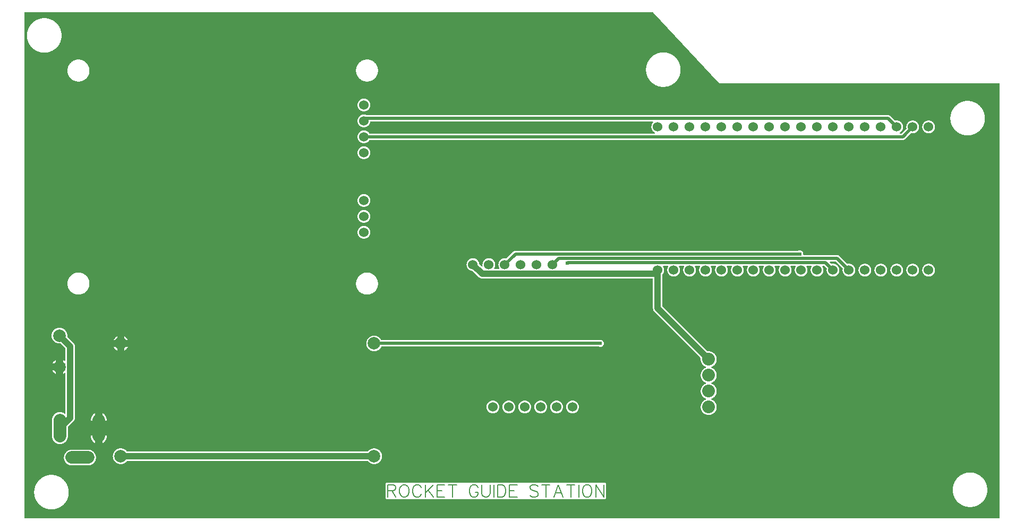
<source format=gtl>
G04 Layer: TopLayer*
G04 EasyEDA v6.4.7, 2020-11-20T11:11:39--3:00*
G04 4594473581034ba9b9ea50e3a3b0936a,09237c92188f4bc9b643e288e8680b3c,10*
G04 Gerber Generator version 0.2*
G04 Scale: 100 percent, Rotated: No, Reflected: No *
G04 Dimensions in millimeters *
G04 leading zeros omitted , absolute positions ,3 integer and 3 decimal *
%FSLAX33Y33*%
%MOMM*%
G90*
D02*

%ADD11C,0.499999*%
%ADD12C,0.999998*%
%ADD13C,0.203200*%
%ADD14C,0.610006*%
%ADD15C,1.999996*%
%ADD16C,1.524000*%
%ADD17C,2.032000*%

%LPD*%
G36*
G01X100430Y81023D02*
G01X358Y81023D01*
G01X343Y81022D01*
G01X329Y81019D01*
G01X315Y81014D01*
G01X303Y81007D01*
G01X291Y80998D01*
G01X281Y80988D01*
G01X272Y80976D01*
G01X265Y80964D01*
G01X260Y80950D01*
G01X257Y80936D01*
G01X256Y80921D01*
G01X256Y358D01*
G01X257Y343D01*
G01X260Y329D01*
G01X265Y315D01*
G01X272Y303D01*
G01X281Y291D01*
G01X291Y281D01*
G01X303Y272D01*
G01X315Y265D01*
G01X329Y260D01*
G01X343Y257D01*
G01X358Y256D01*
G01X155641Y256D01*
G01X155655Y257D01*
G01X155669Y260D01*
G01X155683Y265D01*
G01X155695Y272D01*
G01X155707Y281D01*
G01X155717Y291D01*
G01X155726Y303D01*
G01X155733Y315D01*
G01X155738Y329D01*
G01X155741Y343D01*
G01X155742Y358D01*
G01X155742Y69618D01*
G01X155741Y69633D01*
G01X155738Y69647D01*
G01X155733Y69661D01*
G01X155726Y69673D01*
G01X155717Y69685D01*
G01X155707Y69695D01*
G01X155695Y69704D01*
G01X155683Y69711D01*
G01X155669Y69716D01*
G01X155655Y69719D01*
G01X155641Y69720D01*
G01X111125Y69720D01*
G01X111101Y69721D01*
G01X111078Y69724D01*
G01X111055Y69730D01*
G01X111033Y69737D01*
G01X111012Y69746D01*
G01X110991Y69758D01*
G01X110972Y69770D01*
G01X110954Y69785D01*
G01X110937Y69802D01*
G01X100505Y80990D01*
G01X100492Y81002D01*
G01X100478Y81011D01*
G01X100463Y81017D01*
G01X100447Y81021D01*
G01X100430Y81023D01*
G37*

%LPC*%
G36*
G01X4648Y7200D02*
G01X4572Y7201D01*
G01X4495Y7200D01*
G01X4420Y7197D01*
G01X4344Y7192D01*
G01X4268Y7184D01*
G01X4193Y7175D01*
G01X4118Y7163D01*
G01X4043Y7150D01*
G01X3969Y7134D01*
G01X3895Y7117D01*
G01X3821Y7097D01*
G01X3749Y7075D01*
G01X3676Y7052D01*
G01X3605Y7026D01*
G01X3534Y6998D01*
G01X3464Y6969D01*
G01X3395Y6937D01*
G01X3327Y6904D01*
G01X3259Y6869D01*
G01X3193Y6832D01*
G01X3128Y6793D01*
G01X3064Y6752D01*
G01X3001Y6710D01*
G01X2939Y6665D01*
G01X2878Y6620D01*
G01X2819Y6573D01*
G01X2761Y6523D01*
G01X2705Y6472D01*
G01X2649Y6420D01*
G01X2596Y6367D01*
G01X2544Y6311D01*
G01X2493Y6255D01*
G01X2443Y6197D01*
G01X2396Y6138D01*
G01X2351Y6077D01*
G01X2306Y6015D01*
G01X2264Y5952D01*
G01X2223Y5888D01*
G01X2184Y5823D01*
G01X2147Y5757D01*
G01X2112Y5689D01*
G01X2079Y5621D01*
G01X2047Y5552D01*
G01X2018Y5482D01*
G01X1990Y5411D01*
G01X1964Y5340D01*
G01X1941Y5267D01*
G01X1919Y5195D01*
G01X1899Y5121D01*
G01X1882Y5047D01*
G01X1866Y4973D01*
G01X1853Y4898D01*
G01X1841Y4823D01*
G01X1832Y4748D01*
G01X1824Y4672D01*
G01X1819Y4596D01*
G01X1816Y4521D01*
G01X1815Y4445D01*
G01X1816Y4368D01*
G01X1819Y4293D01*
G01X1824Y4217D01*
G01X1832Y4141D01*
G01X1841Y4066D01*
G01X1853Y3991D01*
G01X1866Y3916D01*
G01X1882Y3842D01*
G01X1899Y3768D01*
G01X1919Y3694D01*
G01X1941Y3622D01*
G01X1964Y3549D01*
G01X1990Y3478D01*
G01X2018Y3407D01*
G01X2047Y3337D01*
G01X2079Y3268D01*
G01X2112Y3200D01*
G01X2147Y3132D01*
G01X2184Y3066D01*
G01X2223Y3001D01*
G01X2264Y2937D01*
G01X2306Y2874D01*
G01X2351Y2812D01*
G01X2396Y2751D01*
G01X2443Y2692D01*
G01X2493Y2634D01*
G01X2544Y2578D01*
G01X2596Y2522D01*
G01X2649Y2469D01*
G01X2705Y2417D01*
G01X2761Y2366D01*
G01X2819Y2316D01*
G01X2878Y2269D01*
G01X2939Y2224D01*
G01X3001Y2179D01*
G01X3064Y2137D01*
G01X3128Y2096D01*
G01X3193Y2057D01*
G01X3259Y2020D01*
G01X3327Y1985D01*
G01X3395Y1952D01*
G01X3464Y1920D01*
G01X3534Y1891D01*
G01X3605Y1863D01*
G01X3676Y1837D01*
G01X3749Y1814D01*
G01X3821Y1792D01*
G01X3895Y1772D01*
G01X3969Y1755D01*
G01X4043Y1739D01*
G01X4118Y1726D01*
G01X4193Y1714D01*
G01X4268Y1705D01*
G01X4344Y1697D01*
G01X4420Y1692D01*
G01X4495Y1689D01*
G01X4572Y1688D01*
G01X4648Y1689D01*
G01X4723Y1692D01*
G01X4799Y1697D01*
G01X4875Y1705D01*
G01X4950Y1714D01*
G01X5025Y1726D01*
G01X5100Y1739D01*
G01X5174Y1755D01*
G01X5248Y1772D01*
G01X5322Y1792D01*
G01X5394Y1814D01*
G01X5467Y1837D01*
G01X5538Y1863D01*
G01X5609Y1891D01*
G01X5679Y1920D01*
G01X5748Y1952D01*
G01X5816Y1985D01*
G01X5884Y2020D01*
G01X5950Y2057D01*
G01X6015Y2096D01*
G01X6079Y2137D01*
G01X6142Y2179D01*
G01X6204Y2224D01*
G01X6265Y2269D01*
G01X6324Y2316D01*
G01X6382Y2366D01*
G01X6438Y2417D01*
G01X6494Y2469D01*
G01X6547Y2522D01*
G01X6599Y2578D01*
G01X6650Y2634D01*
G01X6700Y2692D01*
G01X6747Y2751D01*
G01X6792Y2812D01*
G01X6837Y2874D01*
G01X6879Y2937D01*
G01X6920Y3001D01*
G01X6959Y3066D01*
G01X6996Y3132D01*
G01X7031Y3200D01*
G01X7064Y3268D01*
G01X7096Y3337D01*
G01X7125Y3407D01*
G01X7153Y3478D01*
G01X7179Y3549D01*
G01X7202Y3622D01*
G01X7224Y3694D01*
G01X7244Y3768D01*
G01X7261Y3842D01*
G01X7277Y3916D01*
G01X7290Y3991D01*
G01X7302Y4066D01*
G01X7311Y4141D01*
G01X7319Y4217D01*
G01X7324Y4293D01*
G01X7327Y4368D01*
G01X7328Y4445D01*
G01X7327Y4521D01*
G01X7324Y4596D01*
G01X7319Y4672D01*
G01X7311Y4748D01*
G01X7302Y4823D01*
G01X7290Y4898D01*
G01X7277Y4973D01*
G01X7261Y5047D01*
G01X7244Y5121D01*
G01X7224Y5195D01*
G01X7202Y5267D01*
G01X7179Y5340D01*
G01X7153Y5411D01*
G01X7125Y5482D01*
G01X7096Y5552D01*
G01X7064Y5621D01*
G01X7031Y5689D01*
G01X6996Y5757D01*
G01X6959Y5823D01*
G01X6920Y5888D01*
G01X6879Y5952D01*
G01X6837Y6015D01*
G01X6792Y6077D01*
G01X6747Y6138D01*
G01X6700Y6197D01*
G01X6650Y6255D01*
G01X6599Y6311D01*
G01X6547Y6367D01*
G01X6494Y6420D01*
G01X6438Y6472D01*
G01X6382Y6523D01*
G01X6324Y6573D01*
G01X6265Y6620D01*
G01X6204Y6665D01*
G01X6142Y6710D01*
G01X6079Y6752D01*
G01X6015Y6793D01*
G01X5950Y6832D01*
G01X5884Y6869D01*
G01X5816Y6904D01*
G01X5748Y6937D01*
G01X5679Y6969D01*
G01X5609Y6998D01*
G01X5538Y7026D01*
G01X5467Y7052D01*
G01X5394Y7075D01*
G01X5322Y7097D01*
G01X5248Y7117D01*
G01X5174Y7134D01*
G01X5100Y7150D01*
G01X5025Y7163D01*
G01X4950Y7175D01*
G01X4875Y7184D01*
G01X4799Y7192D01*
G01X4723Y7197D01*
G01X4648Y7200D01*
G37*
G36*
G01X151079Y7581D02*
G01X151003Y7582D01*
G01X150926Y7581D01*
G01X150851Y7578D01*
G01X150775Y7573D01*
G01X150699Y7565D01*
G01X150624Y7556D01*
G01X150549Y7544D01*
G01X150474Y7531D01*
G01X150400Y7515D01*
G01X150326Y7498D01*
G01X150252Y7478D01*
G01X150180Y7456D01*
G01X150107Y7433D01*
G01X150036Y7407D01*
G01X149965Y7379D01*
G01X149895Y7350D01*
G01X149826Y7318D01*
G01X149758Y7285D01*
G01X149690Y7250D01*
G01X149624Y7213D01*
G01X149559Y7174D01*
G01X149495Y7133D01*
G01X149432Y7091D01*
G01X149370Y7046D01*
G01X149309Y7001D01*
G01X149250Y6954D01*
G01X149192Y6904D01*
G01X149136Y6853D01*
G01X149080Y6801D01*
G01X149027Y6748D01*
G01X148975Y6692D01*
G01X148924Y6636D01*
G01X148874Y6578D01*
G01X148827Y6519D01*
G01X148782Y6458D01*
G01X148737Y6396D01*
G01X148695Y6333D01*
G01X148654Y6269D01*
G01X148615Y6204D01*
G01X148578Y6138D01*
G01X148543Y6070D01*
G01X148510Y6002D01*
G01X148478Y5933D01*
G01X148449Y5863D01*
G01X148421Y5792D01*
G01X148395Y5721D01*
G01X148372Y5648D01*
G01X148350Y5576D01*
G01X148330Y5502D01*
G01X148313Y5428D01*
G01X148297Y5354D01*
G01X148284Y5279D01*
G01X148272Y5204D01*
G01X148263Y5129D01*
G01X148255Y5053D01*
G01X148250Y4977D01*
G01X148247Y4902D01*
G01X148246Y4826D01*
G01X148247Y4749D01*
G01X148250Y4674D01*
G01X148255Y4598D01*
G01X148263Y4522D01*
G01X148272Y4447D01*
G01X148284Y4372D01*
G01X148297Y4297D01*
G01X148313Y4223D01*
G01X148330Y4149D01*
G01X148350Y4075D01*
G01X148372Y4003D01*
G01X148395Y3930D01*
G01X148421Y3859D01*
G01X148449Y3788D01*
G01X148478Y3718D01*
G01X148510Y3649D01*
G01X148543Y3581D01*
G01X148578Y3513D01*
G01X148615Y3447D01*
G01X148654Y3382D01*
G01X148695Y3318D01*
G01X148737Y3255D01*
G01X148782Y3193D01*
G01X148827Y3132D01*
G01X148874Y3073D01*
G01X148924Y3015D01*
G01X148975Y2959D01*
G01X149027Y2903D01*
G01X149080Y2850D01*
G01X149136Y2798D01*
G01X149192Y2747D01*
G01X149250Y2697D01*
G01X149309Y2650D01*
G01X149370Y2605D01*
G01X149432Y2560D01*
G01X149495Y2518D01*
G01X149559Y2477D01*
G01X149624Y2438D01*
G01X149690Y2401D01*
G01X149758Y2366D01*
G01X149826Y2333D01*
G01X149895Y2301D01*
G01X149965Y2272D01*
G01X150036Y2244D01*
G01X150107Y2218D01*
G01X150180Y2195D01*
G01X150252Y2173D01*
G01X150326Y2153D01*
G01X150400Y2136D01*
G01X150474Y2120D01*
G01X150549Y2107D01*
G01X150624Y2095D01*
G01X150699Y2086D01*
G01X150775Y2078D01*
G01X150851Y2073D01*
G01X150926Y2070D01*
G01X151003Y2069D01*
G01X151079Y2070D01*
G01X151154Y2073D01*
G01X151230Y2078D01*
G01X151306Y2086D01*
G01X151381Y2095D01*
G01X151456Y2107D01*
G01X151531Y2120D01*
G01X151605Y2136D01*
G01X151679Y2153D01*
G01X151753Y2173D01*
G01X151825Y2195D01*
G01X151898Y2218D01*
G01X151969Y2244D01*
G01X152040Y2272D01*
G01X152110Y2301D01*
G01X152179Y2333D01*
G01X152247Y2366D01*
G01X152315Y2401D01*
G01X152381Y2438D01*
G01X152446Y2477D01*
G01X152510Y2518D01*
G01X152573Y2560D01*
G01X152635Y2605D01*
G01X152696Y2650D01*
G01X152755Y2697D01*
G01X152813Y2747D01*
G01X152869Y2798D01*
G01X152925Y2850D01*
G01X152978Y2903D01*
G01X153030Y2959D01*
G01X153081Y3015D01*
G01X153131Y3073D01*
G01X153178Y3132D01*
G01X153223Y3193D01*
G01X153268Y3255D01*
G01X153310Y3318D01*
G01X153351Y3382D01*
G01X153390Y3447D01*
G01X153427Y3513D01*
G01X153462Y3581D01*
G01X153495Y3649D01*
G01X153527Y3718D01*
G01X153556Y3788D01*
G01X153584Y3859D01*
G01X153610Y3930D01*
G01X153633Y4003D01*
G01X153655Y4075D01*
G01X153675Y4149D01*
G01X153692Y4223D01*
G01X153708Y4297D01*
G01X153721Y4372D01*
G01X153733Y4447D01*
G01X153742Y4522D01*
G01X153750Y4598D01*
G01X153755Y4674D01*
G01X153758Y4749D01*
G01X153759Y4826D01*
G01X153758Y4902D01*
G01X153755Y4977D01*
G01X153750Y5053D01*
G01X153742Y5129D01*
G01X153733Y5204D01*
G01X153721Y5279D01*
G01X153708Y5354D01*
G01X153692Y5428D01*
G01X153675Y5502D01*
G01X153655Y5576D01*
G01X153633Y5648D01*
G01X153610Y5721D01*
G01X153584Y5792D01*
G01X153556Y5863D01*
G01X153527Y5933D01*
G01X153495Y6002D01*
G01X153462Y6070D01*
G01X153427Y6138D01*
G01X153390Y6204D01*
G01X153351Y6269D01*
G01X153310Y6333D01*
G01X153268Y6396D01*
G01X153223Y6458D01*
G01X153178Y6519D01*
G01X153131Y6578D01*
G01X153081Y6636D01*
G01X153030Y6692D01*
G01X152978Y6748D01*
G01X152925Y6801D01*
G01X152869Y6853D01*
G01X152813Y6904D01*
G01X152755Y6954D01*
G01X152696Y7001D01*
G01X152635Y7046D01*
G01X152573Y7091D01*
G01X152510Y7133D01*
G01X152446Y7174D01*
G01X152381Y7213D01*
G01X152315Y7250D01*
G01X152247Y7285D01*
G01X152179Y7318D01*
G01X152110Y7350D01*
G01X152040Y7379D01*
G01X151969Y7407D01*
G01X151898Y7433D01*
G01X151825Y7456D01*
G01X151753Y7478D01*
G01X151679Y7498D01*
G01X151605Y7515D01*
G01X151531Y7531D01*
G01X151456Y7544D01*
G01X151381Y7556D01*
G01X151306Y7565D01*
G01X151230Y7573D01*
G01X151154Y7578D01*
G01X151079Y7581D01*
G37*
G36*
G01X92720Y5963D02*
G01X58064Y5963D01*
G01X58040Y5962D01*
G01X58017Y5959D01*
G01X57994Y5954D01*
G01X57971Y5946D01*
G01X57950Y5936D01*
G01X57929Y5925D01*
G01X57909Y5912D01*
G01X57891Y5896D01*
G01X57874Y5880D01*
G01X57859Y5861D01*
G01X57846Y5842D01*
G01X57834Y5821D01*
G01X57825Y5799D01*
G01X57817Y5777D01*
G01X57812Y5754D01*
G01X57808Y5731D01*
G01X57807Y5707D01*
G01X57807Y3566D01*
G01X57808Y3542D01*
G01X57812Y3518D01*
G01X57817Y3496D01*
G01X57825Y3473D01*
G01X57834Y3451D01*
G01X57846Y3431D01*
G01X57859Y3411D01*
G01X57874Y3393D01*
G01X57891Y3376D01*
G01X57909Y3361D01*
G01X57929Y3348D01*
G01X57950Y3336D01*
G01X57971Y3326D01*
G01X57994Y3319D01*
G01X58017Y3314D01*
G01X58040Y3310D01*
G01X58064Y3309D01*
G01X92720Y3309D01*
G01X92744Y3310D01*
G01X92767Y3314D01*
G01X92790Y3319D01*
G01X92812Y3326D01*
G01X92834Y3336D01*
G01X92855Y3348D01*
G01X92874Y3361D01*
G01X92892Y3376D01*
G01X92909Y3393D01*
G01X92924Y3411D01*
G01X92938Y3431D01*
G01X92949Y3451D01*
G01X92959Y3473D01*
G01X92967Y3496D01*
G01X92972Y3518D01*
G01X92975Y3542D01*
G01X92976Y3566D01*
G01X92976Y5707D01*
G01X92975Y5731D01*
G01X92972Y5754D01*
G01X92967Y5777D01*
G01X92959Y5799D01*
G01X92949Y5821D01*
G01X92938Y5842D01*
G01X92924Y5861D01*
G01X92909Y5880D01*
G01X92892Y5896D01*
G01X92874Y5912D01*
G01X92855Y5925D01*
G01X92834Y5936D01*
G01X92812Y5946D01*
G01X92790Y5954D01*
G01X92767Y5959D01*
G01X92744Y5962D01*
G01X92720Y5963D01*
G37*
G36*
G01X10417Y11225D02*
G01X7817Y11225D01*
G01X7766Y11224D01*
G01X7716Y11221D01*
G01X7665Y11216D01*
G01X7615Y11209D01*
G01X7565Y11199D01*
G01X7516Y11188D01*
G01X7467Y11175D01*
G01X7419Y11160D01*
G01X7371Y11143D01*
G01X7324Y11124D01*
G01X7278Y11103D01*
G01X7233Y11081D01*
G01X7189Y11057D01*
G01X7145Y11030D01*
G01X7103Y11002D01*
G01X7062Y10973D01*
G01X7022Y10942D01*
G01X6983Y10909D01*
G01X6946Y10874D01*
G01X6910Y10839D01*
G01X6876Y10802D01*
G01X6843Y10763D01*
G01X6812Y10723D01*
G01X6783Y10682D01*
G01X6755Y10640D01*
G01X6728Y10596D01*
G01X6704Y10552D01*
G01X6682Y10507D01*
G01X6661Y10461D01*
G01X6642Y10414D01*
G01X6625Y10366D01*
G01X6610Y10318D01*
G01X6597Y10269D01*
G01X6586Y10219D01*
G01X6577Y10170D01*
G01X6569Y10120D01*
G01X6564Y10070D01*
G01X6561Y10019D01*
G01X6560Y9968D01*
G01X6561Y9918D01*
G01X6564Y9867D01*
G01X6569Y9817D01*
G01X6577Y9767D01*
G01X6586Y9717D01*
G01X6597Y9668D01*
G01X6610Y9618D01*
G01X6625Y9570D01*
G01X6642Y9522D01*
G01X6661Y9476D01*
G01X6682Y9430D01*
G01X6704Y9384D01*
G01X6728Y9340D01*
G01X6755Y9297D01*
G01X6783Y9254D01*
G01X6812Y9214D01*
G01X6843Y9173D01*
G01X6876Y9135D01*
G01X6910Y9098D01*
G01X6946Y9062D01*
G01X6983Y9028D01*
G01X7022Y8995D01*
G01X7062Y8964D01*
G01X7103Y8934D01*
G01X7145Y8906D01*
G01X7189Y8880D01*
G01X7233Y8855D01*
G01X7278Y8833D01*
G01X7324Y8812D01*
G01X7371Y8793D01*
G01X7419Y8776D01*
G01X7467Y8761D01*
G01X7516Y8748D01*
G01X7565Y8737D01*
G01X7615Y8728D01*
G01X7665Y8721D01*
G01X7716Y8716D01*
G01X7766Y8713D01*
G01X7817Y8712D01*
G01X10417Y8712D01*
G01X10467Y8713D01*
G01X10518Y8716D01*
G01X10568Y8721D01*
G01X10618Y8728D01*
G01X10668Y8737D01*
G01X10717Y8748D01*
G01X10767Y8761D01*
G01X10815Y8776D01*
G01X10862Y8793D01*
G01X10909Y8812D01*
G01X10956Y8833D01*
G01X11001Y8855D01*
G01X11045Y8880D01*
G01X11088Y8906D01*
G01X11130Y8934D01*
G01X11171Y8964D01*
G01X11212Y8995D01*
G01X11250Y9028D01*
G01X11287Y9062D01*
G01X11323Y9098D01*
G01X11357Y9135D01*
G01X11390Y9173D01*
G01X11421Y9214D01*
G01X11451Y9254D01*
G01X11479Y9297D01*
G01X11505Y9340D01*
G01X11530Y9384D01*
G01X11552Y9430D01*
G01X11573Y9476D01*
G01X11592Y9522D01*
G01X11609Y9570D01*
G01X11624Y9618D01*
G01X11637Y9668D01*
G01X11648Y9717D01*
G01X11657Y9767D01*
G01X11664Y9817D01*
G01X11669Y9867D01*
G01X11672Y9918D01*
G01X11673Y9968D01*
G01X11672Y10019D01*
G01X11669Y10070D01*
G01X11664Y10120D01*
G01X11657Y10170D01*
G01X11648Y10219D01*
G01X11637Y10269D01*
G01X11624Y10318D01*
G01X11609Y10366D01*
G01X11592Y10414D01*
G01X11573Y10461D01*
G01X11552Y10507D01*
G01X11530Y10552D01*
G01X11505Y10596D01*
G01X11479Y10640D01*
G01X11451Y10682D01*
G01X11421Y10723D01*
G01X11390Y10763D01*
G01X11357Y10802D01*
G01X11323Y10839D01*
G01X11287Y10874D01*
G01X11250Y10909D01*
G01X11212Y10942D01*
G01X11171Y10973D01*
G01X11130Y11002D01*
G01X11088Y11030D01*
G01X11045Y11057D01*
G01X11001Y11081D01*
G01X10956Y11103D01*
G01X10909Y11124D01*
G01X10862Y11143D01*
G01X10815Y11160D01*
G01X10767Y11175D01*
G01X10717Y11188D01*
G01X10668Y11199D01*
G01X10618Y11209D01*
G01X10568Y11216D01*
G01X10518Y11221D01*
G01X10467Y11224D01*
G01X10417Y11225D01*
G37*
G36*
G01X15664Y11433D02*
G01X15613Y11434D01*
G01X15562Y11433D01*
G01X15512Y11430D01*
G01X15461Y11424D01*
G01X15411Y11417D01*
G01X15361Y11409D01*
G01X15312Y11397D01*
G01X15263Y11384D01*
G01X15215Y11369D01*
G01X15167Y11352D01*
G01X15120Y11333D01*
G01X15074Y11313D01*
G01X15029Y11290D01*
G01X14984Y11265D01*
G01X14941Y11240D01*
G01X14899Y11212D01*
G01X14858Y11182D01*
G01X14818Y11151D01*
G01X14780Y11118D01*
G01X14743Y11084D01*
G01X14707Y11047D01*
G01X14673Y11010D01*
G01X14640Y10972D01*
G01X14609Y10932D01*
G01X14579Y10891D01*
G01X14551Y10849D01*
G01X14525Y10806D01*
G01X14500Y10761D01*
G01X14478Y10716D01*
G01X14457Y10670D01*
G01X14438Y10623D01*
G01X14421Y10575D01*
G01X14406Y10527D01*
G01X14393Y10478D01*
G01X14381Y10429D01*
G01X14373Y10379D01*
G01X14366Y10329D01*
G01X14361Y10278D01*
G01X14358Y10228D01*
G01X14357Y10177D01*
G01X14358Y10126D01*
G01X14361Y10076D01*
G01X14366Y10026D01*
G01X14373Y9976D01*
G01X14381Y9926D01*
G01X14393Y9877D01*
G01X14406Y9828D01*
G01X14421Y9780D01*
G01X14438Y9732D01*
G01X14457Y9685D01*
G01X14478Y9639D01*
G01X14500Y9594D01*
G01X14525Y9549D01*
G01X14551Y9506D01*
G01X14579Y9464D01*
G01X14609Y9422D01*
G01X14640Y9383D01*
G01X14673Y9344D01*
G01X14707Y9307D01*
G01X14743Y9271D01*
G01X14780Y9237D01*
G01X14818Y9204D01*
G01X14858Y9173D01*
G01X14899Y9143D01*
G01X14941Y9115D01*
G01X14984Y9089D01*
G01X15029Y9065D01*
G01X15074Y9042D01*
G01X15120Y9021D01*
G01X15167Y9002D01*
G01X15263Y8970D01*
G01X15312Y8957D01*
G01X15361Y8946D01*
G01X15411Y8937D01*
G01X15461Y8930D01*
G01X15512Y8925D01*
G01X15562Y8922D01*
G01X15613Y8920D01*
G01X15664Y8922D01*
G01X15714Y8925D01*
G01X15764Y8930D01*
G01X15815Y8937D01*
G01X15864Y8946D01*
G01X15914Y8957D01*
G01X15963Y8970D01*
G01X16011Y8986D01*
G01X16059Y9003D01*
G01X16106Y9022D01*
G01X16152Y9042D01*
G01X16197Y9065D01*
G01X16242Y9089D01*
G01X16285Y9116D01*
G01X16327Y9144D01*
G01X16368Y9173D01*
G01X16408Y9204D01*
G01X16447Y9237D01*
G01X16484Y9272D01*
G01X16520Y9308D01*
G01X16554Y9345D01*
G01X16587Y9383D01*
G01X16597Y9394D01*
G01X16609Y9404D01*
G01X16622Y9411D01*
G01X16636Y9416D01*
G01X16651Y9420D01*
G01X16665Y9421D01*
G01X54962Y9421D01*
G01X54976Y9420D01*
G01X54991Y9416D01*
G01X55005Y9411D01*
G01X55018Y9404D01*
G01X55030Y9394D01*
G01X55040Y9383D01*
G01X55073Y9345D01*
G01X55107Y9308D01*
G01X55143Y9272D01*
G01X55180Y9237D01*
G01X55219Y9204D01*
G01X55259Y9173D01*
G01X55300Y9144D01*
G01X55342Y9116D01*
G01X55385Y9089D01*
G01X55430Y9065D01*
G01X55475Y9042D01*
G01X55521Y9022D01*
G01X55568Y9003D01*
G01X55616Y8986D01*
G01X55664Y8970D01*
G01X55713Y8957D01*
G01X55763Y8946D01*
G01X55812Y8937D01*
G01X55863Y8930D01*
G01X55913Y8925D01*
G01X55963Y8922D01*
G01X56014Y8920D01*
G01X56065Y8922D01*
G01X56115Y8925D01*
G01X56166Y8930D01*
G01X56216Y8937D01*
G01X56266Y8946D01*
G01X56315Y8957D01*
G01X56364Y8970D01*
G01X56460Y9002D01*
G01X56507Y9021D01*
G01X56553Y9042D01*
G01X56598Y9065D01*
G01X56643Y9089D01*
G01X56686Y9115D01*
G01X56728Y9143D01*
G01X56769Y9173D01*
G01X56809Y9204D01*
G01X56847Y9237D01*
G01X56884Y9271D01*
G01X56920Y9307D01*
G01X56954Y9344D01*
G01X56987Y9383D01*
G01X57018Y9422D01*
G01X57048Y9464D01*
G01X57076Y9506D01*
G01X57102Y9549D01*
G01X57127Y9594D01*
G01X57150Y9639D01*
G01X57170Y9685D01*
G01X57189Y9732D01*
G01X57206Y9780D01*
G01X57221Y9828D01*
G01X57234Y9877D01*
G01X57246Y9926D01*
G01X57254Y9976D01*
G01X57261Y10026D01*
G01X57266Y10076D01*
G01X57269Y10126D01*
G01X57271Y10177D01*
G01X57269Y10228D01*
G01X57266Y10278D01*
G01X57261Y10329D01*
G01X57254Y10379D01*
G01X57246Y10429D01*
G01X57234Y10478D01*
G01X57221Y10527D01*
G01X57206Y10575D01*
G01X57189Y10623D01*
G01X57170Y10670D01*
G01X57150Y10716D01*
G01X57127Y10761D01*
G01X57102Y10806D01*
G01X57076Y10849D01*
G01X57048Y10891D01*
G01X57018Y10932D01*
G01X56987Y10972D01*
G01X56954Y11010D01*
G01X56920Y11047D01*
G01X56884Y11084D01*
G01X56847Y11118D01*
G01X56809Y11151D01*
G01X56769Y11182D01*
G01X56728Y11212D01*
G01X56686Y11240D01*
G01X56643Y11265D01*
G01X56598Y11290D01*
G01X56553Y11313D01*
G01X56507Y11333D01*
G01X56460Y11352D01*
G01X56412Y11369D01*
G01X56364Y11384D01*
G01X56315Y11397D01*
G01X56266Y11409D01*
G01X56216Y11417D01*
G01X56166Y11424D01*
G01X56115Y11430D01*
G01X56065Y11433D01*
G01X56014Y11434D01*
G01X55963Y11433D01*
G01X55913Y11430D01*
G01X55863Y11424D01*
G01X55812Y11417D01*
G01X55763Y11408D01*
G01X55713Y11397D01*
G01X55664Y11384D01*
G01X55616Y11369D01*
G01X55568Y11352D01*
G01X55521Y11333D01*
G01X55475Y11312D01*
G01X55430Y11290D01*
G01X55385Y11265D01*
G01X55342Y11239D01*
G01X55300Y11211D01*
G01X55259Y11182D01*
G01X55219Y11150D01*
G01X55180Y11117D01*
G01X55143Y11083D01*
G01X55107Y11047D01*
G01X55073Y11010D01*
G01X55040Y10971D01*
G01X55030Y10960D01*
G01X55018Y10951D01*
G01X55005Y10944D01*
G01X54991Y10938D01*
G01X54976Y10935D01*
G01X54962Y10934D01*
G01X16665Y10934D01*
G01X16651Y10935D01*
G01X16636Y10938D01*
G01X16622Y10944D01*
G01X16609Y10951D01*
G01X16597Y10960D01*
G01X16587Y10971D01*
G01X16554Y11010D01*
G01X16520Y11047D01*
G01X16484Y11083D01*
G01X16447Y11117D01*
G01X16408Y11150D01*
G01X16368Y11182D01*
G01X16327Y11211D01*
G01X16285Y11239D01*
G01X16242Y11265D01*
G01X16197Y11290D01*
G01X16152Y11312D01*
G01X16106Y11333D01*
G01X16059Y11352D01*
G01X16011Y11369D01*
G01X15963Y11384D01*
G01X15914Y11397D01*
G01X15864Y11408D01*
G01X15815Y11417D01*
G01X15764Y11424D01*
G01X15714Y11430D01*
G01X15664Y11433D01*
G37*
G36*
G01X5892Y30683D02*
G01X5842Y30684D01*
G01X5791Y30683D01*
G01X5740Y30680D01*
G01X5690Y30675D01*
G01X5640Y30668D01*
G01X5590Y30659D01*
G01X5541Y30648D01*
G01X5492Y30635D01*
G01X5444Y30620D01*
G01X5396Y30603D01*
G01X5349Y30584D01*
G01X5303Y30563D01*
G01X5258Y30540D01*
G01X5213Y30516D01*
G01X5170Y30490D01*
G01X5128Y30462D01*
G01X5087Y30432D01*
G01X5047Y30401D01*
G01X5008Y30368D01*
G01X4971Y30334D01*
G01X4935Y30298D01*
G01X4901Y30261D01*
G01X4868Y30222D01*
G01X4837Y30183D01*
G01X4807Y30142D01*
G01X4779Y30100D01*
G01X4753Y30056D01*
G01X4729Y30012D01*
G01X4706Y29966D01*
G01X4685Y29921D01*
G01X4666Y29873D01*
G01X4650Y29826D01*
G01X4634Y29777D01*
G01X4621Y29729D01*
G01X4610Y29679D01*
G01X4601Y29630D01*
G01X4594Y29579D01*
G01X4589Y29529D01*
G01X4586Y29479D01*
G01X4585Y29428D01*
G01X4586Y29377D01*
G01X4589Y29327D01*
G01X4594Y29277D01*
G01X4601Y29226D01*
G01X4610Y29176D01*
G01X4621Y29127D01*
G01X4634Y29078D01*
G01X4666Y28982D01*
G01X4685Y28935D01*
G01X4706Y28889D01*
G01X4729Y28844D01*
G01X4753Y28800D01*
G01X4779Y28756D01*
G01X4807Y28714D01*
G01X4837Y28673D01*
G01X4868Y28633D01*
G01X4901Y28595D01*
G01X4935Y28558D01*
G01X4971Y28522D01*
G01X5008Y28488D01*
G01X5047Y28455D01*
G01X5087Y28424D01*
G01X5128Y28394D01*
G01X5170Y28366D01*
G01X5213Y28340D01*
G01X5258Y28315D01*
G01X5303Y28293D01*
G01X5349Y28272D01*
G01X5396Y28253D01*
G01X5444Y28236D01*
G01X5492Y28221D01*
G01X5541Y28208D01*
G01X5590Y28197D01*
G01X5640Y28188D01*
G01X5690Y28181D01*
G01X5740Y28176D01*
G01X5791Y28173D01*
G01X5842Y28172D01*
G01X5905Y28173D01*
G01X5969Y28178D01*
G01X5979Y28178D01*
G01X5995Y28177D01*
G01X6011Y28173D01*
G01X6025Y28167D01*
G01X6039Y28159D01*
G01X6051Y28149D01*
G01X6767Y27433D01*
G01X6778Y27420D01*
G01X6786Y27407D01*
G01X6792Y27392D01*
G01X6796Y27377D01*
G01X6797Y27360D01*
G01X6797Y25475D01*
G01X6796Y25461D01*
G01X6793Y25447D01*
G01X6788Y25433D01*
G01X6781Y25420D01*
G01X6772Y25409D01*
G01X6762Y25398D01*
G01X6750Y25390D01*
G01X6738Y25383D01*
G01X6724Y25378D01*
G01X6710Y25375D01*
G01X6695Y25374D01*
G01X6678Y25375D01*
G01X6661Y25380D01*
G01X6646Y25387D01*
G01X6631Y25396D01*
G01X6589Y25429D01*
G01X6545Y25460D01*
G01X6499Y25489D01*
G01X6453Y25517D01*
G01X6405Y25542D01*
G01X6405Y24982D01*
G01X6695Y24982D01*
G01X6710Y24981D01*
G01X6724Y24978D01*
G01X6738Y24973D01*
G01X6750Y24967D01*
G01X6762Y24958D01*
G01X6772Y24947D01*
G01X6781Y24936D01*
G01X6788Y24923D01*
G01X6793Y24910D01*
G01X6796Y24896D01*
G01X6797Y24881D01*
G01X6797Y23957D01*
G01X6796Y23943D01*
G01X6793Y23928D01*
G01X6788Y23915D01*
G01X6781Y23902D01*
G01X6772Y23891D01*
G01X6762Y23881D01*
G01X6750Y23871D01*
G01X6738Y23865D01*
G01X6724Y23860D01*
G01X6710Y23857D01*
G01X6695Y23856D01*
G01X6405Y23856D01*
G01X6405Y23296D01*
G01X6453Y23321D01*
G01X6499Y23349D01*
G01X6545Y23378D01*
G01X6589Y23409D01*
G01X6631Y23442D01*
G01X6646Y23451D01*
G01X6661Y23458D01*
G01X6678Y23463D01*
G01X6695Y23465D01*
G01X6710Y23464D01*
G01X6724Y23460D01*
G01X6738Y23455D01*
G01X6750Y23448D01*
G01X6762Y23440D01*
G01X6772Y23429D01*
G01X6781Y23418D01*
G01X6788Y23405D01*
G01X6793Y23391D01*
G01X6796Y23377D01*
G01X6797Y23363D01*
G01X6797Y17082D01*
G01X6796Y17067D01*
G01X6793Y17053D01*
G01X6788Y17039D01*
G01X6781Y17027D01*
G01X6772Y17015D01*
G01X6762Y17005D01*
G01X6750Y16996D01*
G01X6738Y16989D01*
G01X6724Y16984D01*
G01X6710Y16981D01*
G01X6695Y16980D01*
G01X6680Y16981D01*
G01X6665Y16984D01*
G01X6650Y16991D01*
G01X6637Y16998D01*
G01X6594Y17027D01*
G01X6551Y17054D01*
G01X6506Y17078D01*
G01X6461Y17101D01*
G01X6414Y17123D01*
G01X6367Y17142D01*
G01X6319Y17159D01*
G01X6270Y17174D01*
G01X6220Y17188D01*
G01X6171Y17199D01*
G01X6120Y17209D01*
G01X6070Y17216D01*
G01X6019Y17221D01*
G01X5968Y17224D01*
G01X5917Y17225D01*
G01X5866Y17224D01*
G01X5816Y17221D01*
G01X5765Y17216D01*
G01X5715Y17209D01*
G01X5665Y17200D01*
G01X5616Y17189D01*
G01X5567Y17175D01*
G01X5519Y17161D01*
G01X5471Y17143D01*
G01X5424Y17125D01*
G01X5378Y17104D01*
G01X5332Y17082D01*
G01X5288Y17057D01*
G01X5245Y17031D01*
G01X5203Y17003D01*
G01X5162Y16973D01*
G01X5122Y16942D01*
G01X5084Y16909D01*
G01X5046Y16875D01*
G01X5010Y16839D01*
G01X4976Y16802D01*
G01X4943Y16764D01*
G01X4912Y16723D01*
G01X4882Y16683D01*
G01X4854Y16641D01*
G01X4804Y16553D01*
G01X4781Y16507D01*
G01X4760Y16461D01*
G01X4742Y16415D01*
G01X4725Y16367D01*
G01X4710Y16318D01*
G01X4696Y16269D01*
G01X4685Y16220D01*
G01X4676Y16170D01*
G01X4669Y16120D01*
G01X4664Y16070D01*
G01X4661Y16019D01*
G01X4660Y15968D01*
G01X4660Y13369D01*
G01X4661Y13318D01*
G01X4664Y13267D01*
G01X4669Y13217D01*
G01X4676Y13167D01*
G01X4685Y13118D01*
G01X4696Y13068D01*
G01X4710Y13019D01*
G01X4725Y12971D01*
G01X4742Y12923D01*
G01X4760Y12876D01*
G01X4781Y12830D01*
G01X4804Y12785D01*
G01X4854Y12697D01*
G01X4882Y12655D01*
G01X4912Y12614D01*
G01X4943Y12574D01*
G01X4976Y12535D01*
G01X5010Y12498D01*
G01X5046Y12463D01*
G01X5084Y12428D01*
G01X5122Y12395D01*
G01X5162Y12364D01*
G01X5203Y12335D01*
G01X5245Y12307D01*
G01X5288Y12280D01*
G01X5332Y12256D01*
G01X5378Y12234D01*
G01X5424Y12213D01*
G01X5471Y12194D01*
G01X5519Y12177D01*
G01X5567Y12162D01*
G01X5616Y12149D01*
G01X5665Y12138D01*
G01X5715Y12129D01*
G01X5765Y12121D01*
G01X5816Y12116D01*
G01X5866Y12113D01*
G01X5917Y12112D01*
G01X5967Y12113D01*
G01X6018Y12116D01*
G01X6068Y12121D01*
G01X6118Y12129D01*
G01X6168Y12138D01*
G01X6217Y12149D01*
G01X6266Y12162D01*
G01X6314Y12177D01*
G01X6362Y12194D01*
G01X6409Y12213D01*
G01X6455Y12234D01*
G01X6500Y12256D01*
G01X6545Y12280D01*
G01X6588Y12307D01*
G01X6630Y12335D01*
G01X6672Y12364D01*
G01X6711Y12395D01*
G01X6750Y12428D01*
G01X6787Y12463D01*
G01X6823Y12498D01*
G01X6857Y12535D01*
G01X6890Y12574D01*
G01X6921Y12614D01*
G01X6951Y12655D01*
G01X6978Y12697D01*
G01X7005Y12741D01*
G01X7029Y12785D01*
G01X7052Y12830D01*
G01X7072Y12876D01*
G01X7092Y12923D01*
G01X7124Y13019D01*
G01X7137Y13068D01*
G01X7148Y13118D01*
G01X7157Y13167D01*
G01X7164Y13217D01*
G01X7169Y13267D01*
G01X7172Y13318D01*
G01X7173Y13369D01*
G01X7173Y14811D01*
G01X7174Y14828D01*
G01X7178Y14843D01*
G01X7184Y14857D01*
G01X7193Y14871D01*
G01X7203Y14883D01*
G01X8088Y15769D01*
G01X8116Y15797D01*
G01X8166Y15859D01*
G01X8188Y15892D01*
G01X8209Y15925D01*
G01X8228Y15960D01*
G01X8260Y16032D01*
G01X8273Y16070D01*
G01X8284Y16108D01*
G01X8294Y16146D01*
G01X8301Y16185D01*
G01X8306Y16225D01*
G01X8309Y16264D01*
G01X8310Y16304D01*
G01X8310Y27716D01*
G01X8309Y27756D01*
G01X8306Y27795D01*
G01X8301Y27834D01*
G01X8294Y27873D01*
G01X8284Y27912D01*
G01X8273Y27950D01*
G01X8260Y27987D01*
G01X8244Y28024D01*
G01X8228Y28059D01*
G01X8209Y28094D01*
G01X8188Y28128D01*
G01X8166Y28160D01*
G01X8141Y28192D01*
G01X8116Y28222D01*
G01X8088Y28251D01*
G01X7121Y29219D01*
G01X7110Y29231D01*
G01X7102Y29244D01*
G01X7096Y29259D01*
G01X7092Y29275D01*
G01X7091Y29290D01*
G01X7092Y29300D01*
G01X7096Y29364D01*
G01X7098Y29428D01*
G01X7097Y29479D01*
G01X7094Y29529D01*
G01X7089Y29579D01*
G01X7082Y29630D01*
G01X7073Y29679D01*
G01X7062Y29729D01*
G01X7049Y29777D01*
G01X7033Y29826D01*
G01X7017Y29873D01*
G01X6998Y29921D01*
G01X6977Y29966D01*
G01X6954Y30012D01*
G01X6930Y30056D01*
G01X6904Y30100D01*
G01X6876Y30142D01*
G01X6846Y30183D01*
G01X6815Y30222D01*
G01X6782Y30261D01*
G01X6748Y30298D01*
G01X6712Y30334D01*
G01X6675Y30368D01*
G01X6636Y30401D01*
G01X6596Y30432D01*
G01X6555Y30462D01*
G01X6513Y30490D01*
G01X6470Y30516D01*
G01X6425Y30540D01*
G01X6380Y30563D01*
G01X6334Y30584D01*
G01X6287Y30603D01*
G01X6239Y30620D01*
G01X6191Y30635D01*
G01X6142Y30648D01*
G01X6093Y30659D01*
G01X6043Y30668D01*
G01X5993Y30675D01*
G01X5943Y30680D01*
G01X5892Y30683D01*
G37*
G36*
G01X11553Y13455D02*
G01X10860Y13455D01*
G01X10860Y13369D01*
G01X10861Y13317D01*
G01X10864Y13266D01*
G01X10869Y13215D01*
G01X10877Y13164D01*
G01X10886Y13113D01*
G01X10898Y13063D01*
G01X10911Y13013D01*
G01X10927Y12964D01*
G01X10944Y12916D01*
G01X10964Y12868D01*
G01X10985Y12821D01*
G01X11008Y12776D01*
G01X11034Y12731D01*
G01X11061Y12687D01*
G01X11090Y12644D01*
G01X11120Y12603D01*
G01X11152Y12563D01*
G01X11186Y12524D01*
G01X11221Y12487D01*
G01X11258Y12451D01*
G01X11296Y12417D01*
G01X11336Y12384D01*
G01X11377Y12353D01*
G01X11419Y12323D01*
G01X11463Y12296D01*
G01X11507Y12270D01*
G01X11553Y12245D01*
G01X11553Y13455D01*
G37*
G36*
G01X13373Y13455D02*
G01X12680Y13455D01*
G01X12680Y12245D01*
G01X12725Y12270D01*
G01X12770Y12296D01*
G01X12813Y12323D01*
G01X12855Y12353D01*
G01X12897Y12384D01*
G01X12936Y12417D01*
G01X12974Y12451D01*
G01X13011Y12487D01*
G01X13046Y12524D01*
G01X13081Y12563D01*
G01X13113Y12603D01*
G01X13143Y12644D01*
G01X13172Y12687D01*
G01X13199Y12731D01*
G01X13224Y12776D01*
G01X13248Y12821D01*
G01X13269Y12868D01*
G01X13288Y12916D01*
G01X13306Y12964D01*
G01X13322Y13013D01*
G01X13335Y13063D01*
G01X13347Y13113D01*
G01X13356Y13164D01*
G01X13363Y13215D01*
G01X13369Y13266D01*
G01X13372Y13317D01*
G01X13373Y13369D01*
G01X13373Y13455D01*
G37*
G36*
G01X11553Y15882D02*
G01X11553Y17092D01*
G01X11507Y17068D01*
G01X11463Y17042D01*
G01X11419Y17014D01*
G01X11377Y16985D01*
G01X11336Y16953D01*
G01X11296Y16921D01*
G01X11258Y16886D01*
G01X11221Y16851D01*
G01X11186Y16813D01*
G01X11152Y16775D01*
G01X11120Y16735D01*
G01X11090Y16693D01*
G01X11061Y16650D01*
G01X11034Y16607D01*
G01X11008Y16562D01*
G01X10985Y16516D01*
G01X10964Y16469D01*
G01X10944Y16421D01*
G01X10927Y16373D01*
G01X10911Y16324D01*
G01X10898Y16274D01*
G01X10886Y16224D01*
G01X10877Y16174D01*
G01X10869Y16122D01*
G01X10864Y16072D01*
G01X10861Y16020D01*
G01X10860Y15968D01*
G01X10860Y15882D01*
G01X11553Y15882D01*
G37*
G36*
G01X12725Y17068D02*
G01X12680Y17092D01*
G01X12680Y15882D01*
G01X13373Y15882D01*
G01X13373Y15968D01*
G01X13372Y16020D01*
G01X13369Y16072D01*
G01X13363Y16122D01*
G01X13356Y16174D01*
G01X13347Y16224D01*
G01X13335Y16274D01*
G01X13322Y16324D01*
G01X13306Y16373D01*
G01X13288Y16421D01*
G01X13269Y16469D01*
G01X13248Y16516D01*
G01X13224Y16562D01*
G01X13199Y16607D01*
G01X13172Y16650D01*
G01X13143Y16693D01*
G01X13113Y16735D01*
G01X13081Y16775D01*
G01X13011Y16851D01*
G01X12974Y16886D01*
G01X12936Y16921D01*
G01X12897Y16953D01*
G01X12855Y16985D01*
G01X12813Y17014D01*
G01X12770Y17042D01*
G01X12725Y17068D01*
G37*
G36*
G01X123897Y43034D02*
G01X123863Y43035D01*
G01X123824Y43034D01*
G01X123786Y43030D01*
G01X123748Y43023D01*
G01X123711Y43014D01*
G01X123674Y43002D01*
G01X123639Y42988D01*
G01X123619Y42982D01*
G01X123598Y42980D01*
G01X78544Y42980D01*
G01X78511Y42979D01*
G01X78478Y42976D01*
G01X78445Y42970D01*
G01X78413Y42963D01*
G01X78381Y42953D01*
G01X78350Y42941D01*
G01X78320Y42928D01*
G01X78290Y42912D01*
G01X78262Y42895D01*
G01X78236Y42875D01*
G01X78210Y42854D01*
G01X78186Y42832D01*
G01X77144Y41790D01*
G01X77132Y41779D01*
G01X77118Y41771D01*
G01X77104Y41765D01*
G01X77088Y41761D01*
G01X77072Y41760D01*
G01X77051Y41762D01*
G01X76998Y41772D01*
G01X76945Y41779D01*
G01X76891Y41784D01*
G01X76837Y41785D01*
G01X76791Y41784D01*
G01X76746Y41781D01*
G01X76700Y41776D01*
G01X76655Y41769D01*
G01X76610Y41760D01*
G01X76566Y41748D01*
G01X76522Y41735D01*
G01X76479Y41720D01*
G01X76437Y41703D01*
G01X76395Y41684D01*
G01X76354Y41664D01*
G01X76315Y41641D01*
G01X76276Y41616D01*
G01X76238Y41590D01*
G01X76202Y41563D01*
G01X76167Y41534D01*
G01X76133Y41503D01*
G01X76101Y41471D01*
G01X76070Y41437D01*
G01X76040Y41402D01*
G01X76013Y41365D01*
G01X75987Y41328D01*
G01X75963Y41289D01*
G01X75940Y41249D01*
G01X75900Y41167D01*
G01X75884Y41125D01*
G01X75868Y41081D01*
G01X75855Y41037D01*
G01X75844Y40993D01*
G01X75835Y40948D01*
G01X75828Y40903D01*
G01X75823Y40858D01*
G01X75820Y40812D01*
G01X75819Y40767D01*
G01X75820Y40718D01*
G01X75823Y40670D01*
G01X75829Y40622D01*
G01X75837Y40575D01*
G01X75847Y40528D01*
G01X75859Y40481D01*
G01X75874Y40435D01*
G01X75891Y40390D01*
G01X75909Y40346D01*
G01X75930Y40302D01*
G01X75953Y40260D01*
G01X75979Y40219D01*
G01X75985Y40206D01*
G01X75990Y40192D01*
G01X75993Y40179D01*
G01X75994Y40164D01*
G01X75993Y40150D01*
G01X75990Y40136D01*
G01X75985Y40122D01*
G01X75978Y40109D01*
G01X75969Y40097D01*
G01X75959Y40087D01*
G01X75948Y40079D01*
G01X75935Y40072D01*
G01X75921Y40066D01*
G01X75907Y40063D01*
G01X75893Y40062D01*
G01X75241Y40062D01*
G01X75227Y40063D01*
G01X75213Y40066D01*
G01X75199Y40072D01*
G01X75187Y40079D01*
G01X75175Y40087D01*
G01X75165Y40097D01*
G01X75156Y40109D01*
G01X75149Y40122D01*
G01X75144Y40136D01*
G01X75141Y40150D01*
G01X75140Y40164D01*
G01X75141Y40179D01*
G01X75144Y40192D01*
G01X75149Y40206D01*
G01X75156Y40219D01*
G01X75181Y40260D01*
G01X75204Y40302D01*
G01X75225Y40346D01*
G01X75243Y40390D01*
G01X75260Y40435D01*
G01X75275Y40481D01*
G01X75287Y40528D01*
G01X75297Y40575D01*
G01X75305Y40622D01*
G01X75311Y40670D01*
G01X75315Y40718D01*
G01X75316Y40767D01*
G01X75315Y40812D01*
G01X75312Y40858D01*
G01X75306Y40903D01*
G01X75299Y40948D01*
G01X75290Y40993D01*
G01X75279Y41037D01*
G01X75266Y41081D01*
G01X75251Y41125D01*
G01X75234Y41167D01*
G01X75194Y41249D01*
G01X75171Y41289D01*
G01X75147Y41328D01*
G01X75121Y41365D01*
G01X75094Y41402D01*
G01X75064Y41437D01*
G01X75033Y41471D01*
G01X75001Y41503D01*
G01X74967Y41534D01*
G01X74932Y41563D01*
G01X74896Y41590D01*
G01X74858Y41616D01*
G01X74819Y41641D01*
G01X74780Y41664D01*
G01X74739Y41684D01*
G01X74697Y41703D01*
G01X74655Y41720D01*
G01X74612Y41735D01*
G01X74568Y41748D01*
G01X74524Y41760D01*
G01X74479Y41769D01*
G01X74434Y41776D01*
G01X74388Y41781D01*
G01X74343Y41784D01*
G01X74297Y41785D01*
G01X74251Y41784D01*
G01X74206Y41781D01*
G01X74160Y41776D01*
G01X74115Y41769D01*
G01X74070Y41760D01*
G01X74026Y41748D01*
G01X73982Y41735D01*
G01X73939Y41720D01*
G01X73897Y41703D01*
G01X73855Y41684D01*
G01X73814Y41664D01*
G01X73775Y41641D01*
G01X73736Y41616D01*
G01X73698Y41590D01*
G01X73662Y41563D01*
G01X73627Y41534D01*
G01X73593Y41503D01*
G01X73561Y41471D01*
G01X73530Y41437D01*
G01X73500Y41402D01*
G01X73473Y41365D01*
G01X73447Y41328D01*
G01X73423Y41289D01*
G01X73400Y41249D01*
G01X73360Y41167D01*
G01X73344Y41125D01*
G01X73328Y41081D01*
G01X73315Y41037D01*
G01X73304Y40993D01*
G01X73295Y40948D01*
G01X73288Y40903D01*
G01X73283Y40858D01*
G01X73280Y40812D01*
G01X73279Y40767D01*
G01X73280Y40714D01*
G01X73284Y40661D01*
G01X73291Y40609D01*
G01X73300Y40557D01*
G01X73302Y40536D01*
G01X73301Y40522D01*
G01X73298Y40508D01*
G01X73293Y40494D01*
G01X73286Y40482D01*
G01X73277Y40470D01*
G01X73267Y40460D01*
G01X73256Y40451D01*
G01X73243Y40444D01*
G01X73229Y40439D01*
G01X73216Y40436D01*
G01X73201Y40435D01*
G01X73185Y40436D01*
G01X73169Y40440D01*
G01X73155Y40446D01*
G01X73141Y40454D01*
G01X73129Y40464D01*
G01X72801Y40792D01*
G01X72790Y40806D01*
G01X72781Y40821D01*
G01X72775Y40838D01*
G01X72772Y40855D01*
G01X72766Y40901D01*
G01X72760Y40946D01*
G01X72751Y40991D01*
G01X72740Y41035D01*
G01X72712Y41123D01*
G01X72676Y41207D01*
G01X72655Y41248D01*
G01X72632Y41287D01*
G01X72608Y41326D01*
G01X72582Y41364D01*
G01X72554Y41400D01*
G01X72525Y41436D01*
G01X72494Y41470D01*
G01X72462Y41502D01*
G01X72428Y41533D01*
G01X72393Y41562D01*
G01X72356Y41590D01*
G01X72319Y41616D01*
G01X72280Y41640D01*
G01X72241Y41663D01*
G01X72200Y41684D01*
G01X72158Y41703D01*
G01X72116Y41720D01*
G01X72073Y41735D01*
G01X72028Y41748D01*
G01X71984Y41760D01*
G01X71939Y41769D01*
G01X71894Y41776D01*
G01X71848Y41781D01*
G01X71803Y41784D01*
G01X71757Y41785D01*
G01X71711Y41784D01*
G01X71666Y41781D01*
G01X71620Y41776D01*
G01X71575Y41769D01*
G01X71530Y41760D01*
G01X71486Y41748D01*
G01X71442Y41735D01*
G01X71399Y41720D01*
G01X71357Y41703D01*
G01X71315Y41684D01*
G01X71274Y41664D01*
G01X71235Y41641D01*
G01X71196Y41616D01*
G01X71158Y41590D01*
G01X71122Y41563D01*
G01X71087Y41534D01*
G01X71053Y41503D01*
G01X71021Y41471D01*
G01X70990Y41437D01*
G01X70960Y41402D01*
G01X70933Y41365D01*
G01X70907Y41328D01*
G01X70883Y41289D01*
G01X70860Y41249D01*
G01X70820Y41167D01*
G01X70804Y41125D01*
G01X70788Y41081D01*
G01X70775Y41037D01*
G01X70764Y40993D01*
G01X70755Y40948D01*
G01X70748Y40903D01*
G01X70743Y40858D01*
G01X70740Y40812D01*
G01X70739Y40767D01*
G01X70740Y40721D01*
G01X70743Y40675D01*
G01X70748Y40629D01*
G01X70755Y40584D01*
G01X70764Y40539D01*
G01X70775Y40495D01*
G01X70788Y40451D01*
G01X70804Y40408D01*
G01X70821Y40366D01*
G01X70840Y40324D01*
G01X70860Y40283D01*
G01X70883Y40243D01*
G01X70908Y40205D01*
G01X70934Y40167D01*
G01X70962Y40130D01*
G01X70991Y40095D01*
G01X71022Y40062D01*
G01X71054Y40029D01*
G01X71088Y39998D01*
G01X71123Y39969D01*
G01X71160Y39942D01*
G01X71197Y39916D01*
G01X71236Y39891D01*
G01X71276Y39869D01*
G01X71317Y39848D01*
G01X71358Y39829D01*
G01X71401Y39812D01*
G01X71444Y39797D01*
G01X71488Y39784D01*
G01X71533Y39773D01*
G01X71577Y39764D01*
G01X71623Y39757D01*
G01X71668Y39752D01*
G01X71685Y39749D01*
G01X71702Y39743D01*
G01X71717Y39734D01*
G01X71731Y39723D01*
G01X72683Y38771D01*
G01X72711Y38744D01*
G01X72742Y38718D01*
G01X72773Y38694D01*
G01X72806Y38672D01*
G01X72839Y38651D01*
G01X72874Y38632D01*
G01X72910Y38615D01*
G01X72946Y38600D01*
G01X72984Y38587D01*
G01X73022Y38575D01*
G01X73060Y38566D01*
G01X73099Y38559D01*
G01X73138Y38554D01*
G01X73178Y38551D01*
G01X73218Y38550D01*
G01X100360Y38550D01*
G01X100375Y38549D01*
G01X100389Y38546D01*
G01X100403Y38540D01*
G01X100415Y38533D01*
G01X100427Y38525D01*
G01X100437Y38515D01*
G01X100446Y38503D01*
G01X100453Y38490D01*
G01X100458Y38476D01*
G01X100461Y38462D01*
G01X100462Y38448D01*
G01X100462Y33782D01*
G01X100463Y33742D01*
G01X100466Y33702D01*
G01X100471Y33663D01*
G01X100478Y33624D01*
G01X100487Y33586D01*
G01X100499Y33548D01*
G01X100512Y33510D01*
G01X100544Y33438D01*
G01X100563Y33403D01*
G01X100584Y33370D01*
G01X100606Y33337D01*
G01X100656Y33275D01*
G01X108053Y25878D01*
G01X108063Y25865D01*
G01X108071Y25852D01*
G01X108078Y25837D01*
G01X108081Y25822D01*
G01X108083Y25805D01*
G01X108082Y25794D01*
G01X108076Y25724D01*
G01X108074Y25654D01*
G01X108075Y25602D01*
G01X108078Y25550D01*
G01X108084Y25499D01*
G01X108091Y25447D01*
G01X108100Y25396D01*
G01X108112Y25346D01*
G01X108125Y25296D01*
G01X108141Y25247D01*
G01X108158Y25198D01*
G01X108178Y25150D01*
G01X108199Y25103D01*
G01X108222Y25057D01*
G01X108248Y25012D01*
G01X108275Y24968D01*
G01X108304Y24925D01*
G01X108334Y24883D01*
G01X108366Y24842D01*
G01X108400Y24803D01*
G01X108435Y24766D01*
G01X108472Y24729D01*
G01X108510Y24694D01*
G01X108550Y24661D01*
G01X108591Y24629D01*
G01X108633Y24600D01*
G01X108676Y24571D01*
G01X108721Y24545D01*
G01X108767Y24521D01*
G01X108813Y24498D01*
G01X108860Y24477D01*
G01X108874Y24471D01*
G01X108886Y24462D01*
G01X108897Y24452D01*
G01X108906Y24440D01*
G01X108914Y24427D01*
G01X108919Y24413D01*
G01X108922Y24398D01*
G01X108923Y24384D01*
G01X108922Y24369D01*
G01X108919Y24354D01*
G01X108914Y24340D01*
G01X108906Y24327D01*
G01X108897Y24315D01*
G01X108886Y24305D01*
G01X108874Y24296D01*
G01X108860Y24290D01*
G01X108813Y24269D01*
G01X108767Y24246D01*
G01X108721Y24222D01*
G01X108676Y24196D01*
G01X108633Y24167D01*
G01X108591Y24138D01*
G01X108550Y24106D01*
G01X108510Y24073D01*
G01X108472Y24038D01*
G01X108435Y24001D01*
G01X108400Y23964D01*
G01X108366Y23925D01*
G01X108334Y23884D01*
G01X108304Y23842D01*
G01X108275Y23799D01*
G01X108248Y23755D01*
G01X108222Y23710D01*
G01X108199Y23664D01*
G01X108178Y23617D01*
G01X108158Y23569D01*
G01X108141Y23520D01*
G01X108125Y23471D01*
G01X108112Y23421D01*
G01X108100Y23371D01*
G01X108091Y23320D01*
G01X108084Y23268D01*
G01X108078Y23217D01*
G01X108075Y23165D01*
G01X108074Y23114D01*
G01X108075Y23062D01*
G01X108078Y23010D01*
G01X108084Y22959D01*
G01X108091Y22907D01*
G01X108100Y22856D01*
G01X108112Y22806D01*
G01X108125Y22756D01*
G01X108141Y22707D01*
G01X108158Y22658D01*
G01X108178Y22610D01*
G01X108199Y22563D01*
G01X108222Y22517D01*
G01X108248Y22472D01*
G01X108275Y22428D01*
G01X108304Y22385D01*
G01X108334Y22343D01*
G01X108366Y22302D01*
G01X108400Y22263D01*
G01X108435Y22226D01*
G01X108472Y22189D01*
G01X108510Y22154D01*
G01X108550Y22121D01*
G01X108591Y22089D01*
G01X108633Y22060D01*
G01X108676Y22031D01*
G01X108721Y22005D01*
G01X108767Y21981D01*
G01X108813Y21958D01*
G01X108860Y21937D01*
G01X108874Y21931D01*
G01X108886Y21922D01*
G01X108897Y21912D01*
G01X108906Y21900D01*
G01X108914Y21887D01*
G01X108919Y21873D01*
G01X108922Y21858D01*
G01X108923Y21844D01*
G01X108922Y21829D01*
G01X108919Y21814D01*
G01X108914Y21800D01*
G01X108906Y21787D01*
G01X108897Y21775D01*
G01X108886Y21765D01*
G01X108874Y21756D01*
G01X108860Y21750D01*
G01X108813Y21729D01*
G01X108767Y21706D01*
G01X108721Y21682D01*
G01X108676Y21656D01*
G01X108633Y21627D01*
G01X108591Y21598D01*
G01X108550Y21566D01*
G01X108510Y21533D01*
G01X108472Y21498D01*
G01X108435Y21461D01*
G01X108400Y21424D01*
G01X108366Y21385D01*
G01X108334Y21344D01*
G01X108304Y21302D01*
G01X108275Y21259D01*
G01X108248Y21215D01*
G01X108222Y21170D01*
G01X108199Y21124D01*
G01X108178Y21077D01*
G01X108158Y21029D01*
G01X108141Y20980D01*
G01X108125Y20931D01*
G01X108112Y20881D01*
G01X108100Y20831D01*
G01X108091Y20780D01*
G01X108084Y20728D01*
G01X108078Y20677D01*
G01X108075Y20625D01*
G01X108074Y20574D01*
G01X108075Y20522D01*
G01X108078Y20470D01*
G01X108084Y20419D01*
G01X108091Y20367D01*
G01X108100Y20316D01*
G01X108112Y20266D01*
G01X108125Y20216D01*
G01X108141Y20167D01*
G01X108158Y20118D01*
G01X108178Y20070D01*
G01X108199Y20023D01*
G01X108222Y19977D01*
G01X108248Y19932D01*
G01X108275Y19888D01*
G01X108304Y19845D01*
G01X108334Y19803D01*
G01X108366Y19762D01*
G01X108400Y19723D01*
G01X108435Y19686D01*
G01X108472Y19649D01*
G01X108510Y19614D01*
G01X108550Y19581D01*
G01X108591Y19549D01*
G01X108633Y19520D01*
G01X108676Y19491D01*
G01X108721Y19465D01*
G01X108767Y19441D01*
G01X108813Y19418D01*
G01X108860Y19397D01*
G01X108874Y19391D01*
G01X108886Y19382D01*
G01X108897Y19372D01*
G01X108906Y19360D01*
G01X108914Y19347D01*
G01X108919Y19333D01*
G01X108922Y19318D01*
G01X108923Y19304D01*
G01X108922Y19289D01*
G01X108919Y19274D01*
G01X108914Y19260D01*
G01X108906Y19247D01*
G01X108897Y19235D01*
G01X108886Y19225D01*
G01X108874Y19216D01*
G01X108860Y19210D01*
G01X108813Y19189D01*
G01X108767Y19166D01*
G01X108721Y19142D01*
G01X108676Y19116D01*
G01X108633Y19087D01*
G01X108591Y19058D01*
G01X108550Y19026D01*
G01X108510Y18993D01*
G01X108472Y18958D01*
G01X108435Y18921D01*
G01X108400Y18884D01*
G01X108366Y18845D01*
G01X108334Y18804D01*
G01X108304Y18762D01*
G01X108275Y18719D01*
G01X108248Y18675D01*
G01X108222Y18630D01*
G01X108199Y18584D01*
G01X108178Y18537D01*
G01X108158Y18489D01*
G01X108141Y18440D01*
G01X108125Y18391D01*
G01X108112Y18341D01*
G01X108100Y18291D01*
G01X108091Y18240D01*
G01X108084Y18188D01*
G01X108078Y18137D01*
G01X108075Y18085D01*
G01X108074Y18034D01*
G01X108075Y17982D01*
G01X108078Y17931D01*
G01X108083Y17880D01*
G01X108090Y17829D01*
G01X108100Y17779D01*
G01X108111Y17729D01*
G01X108124Y17679D01*
G01X108139Y17631D01*
G01X108157Y17582D01*
G01X108176Y17535D01*
G01X108197Y17488D01*
G01X108220Y17442D01*
G01X108245Y17397D01*
G01X108271Y17353D01*
G01X108299Y17311D01*
G01X108329Y17269D01*
G01X108361Y17229D01*
G01X108394Y17190D01*
G01X108429Y17152D01*
G01X108465Y17116D01*
G01X108503Y17081D01*
G01X108542Y17048D01*
G01X108582Y17016D01*
G01X108624Y16986D01*
G01X108666Y16958D01*
G01X108710Y16932D01*
G01X108755Y16907D01*
G01X108801Y16884D01*
G01X108848Y16863D01*
G01X108895Y16844D01*
G01X108944Y16826D01*
G01X108992Y16811D01*
G01X109042Y16798D01*
G01X109092Y16787D01*
G01X109142Y16777D01*
G01X109193Y16770D01*
G01X109244Y16765D01*
G01X109295Y16762D01*
G01X109347Y16761D01*
G01X109398Y16762D01*
G01X109449Y16765D01*
G01X109500Y16770D01*
G01X109551Y16777D01*
G01X109601Y16787D01*
G01X109651Y16798D01*
G01X109701Y16811D01*
G01X109749Y16826D01*
G01X109798Y16844D01*
G01X109845Y16863D01*
G01X109892Y16884D01*
G01X109938Y16907D01*
G01X109983Y16932D01*
G01X110027Y16958D01*
G01X110069Y16986D01*
G01X110111Y17016D01*
G01X110151Y17048D01*
G01X110190Y17081D01*
G01X110228Y17116D01*
G01X110264Y17152D01*
G01X110299Y17190D01*
G01X110332Y17229D01*
G01X110364Y17269D01*
G01X110394Y17311D01*
G01X110422Y17353D01*
G01X110448Y17397D01*
G01X110473Y17442D01*
G01X110496Y17488D01*
G01X110517Y17535D01*
G01X110536Y17582D01*
G01X110554Y17631D01*
G01X110569Y17679D01*
G01X110582Y17729D01*
G01X110593Y17779D01*
G01X110603Y17829D01*
G01X110610Y17880D01*
G01X110615Y17931D01*
G01X110618Y17982D01*
G01X110619Y18034D01*
G01X110618Y18085D01*
G01X110615Y18137D01*
G01X110609Y18188D01*
G01X110602Y18240D01*
G01X110593Y18291D01*
G01X110581Y18341D01*
G01X110568Y18391D01*
G01X110552Y18440D01*
G01X110535Y18489D01*
G01X110515Y18537D01*
G01X110494Y18584D01*
G01X110471Y18630D01*
G01X110445Y18675D01*
G01X110418Y18719D01*
G01X110389Y18762D01*
G01X110359Y18804D01*
G01X110327Y18845D01*
G01X110293Y18884D01*
G01X110258Y18921D01*
G01X110221Y18958D01*
G01X110183Y18993D01*
G01X110143Y19026D01*
G01X110102Y19058D01*
G01X110060Y19087D01*
G01X110017Y19116D01*
G01X109972Y19142D01*
G01X109926Y19166D01*
G01X109880Y19189D01*
G01X109833Y19210D01*
G01X109819Y19216D01*
G01X109807Y19225D01*
G01X109796Y19235D01*
G01X109787Y19247D01*
G01X109779Y19260D01*
G01X109774Y19274D01*
G01X109771Y19289D01*
G01X109770Y19304D01*
G01X109771Y19318D01*
G01X109774Y19333D01*
G01X109779Y19347D01*
G01X109787Y19360D01*
G01X109796Y19372D01*
G01X109807Y19382D01*
G01X109819Y19391D01*
G01X109833Y19397D01*
G01X109880Y19418D01*
G01X109926Y19441D01*
G01X109972Y19465D01*
G01X110017Y19491D01*
G01X110060Y19520D01*
G01X110102Y19549D01*
G01X110143Y19581D01*
G01X110183Y19614D01*
G01X110221Y19649D01*
G01X110258Y19686D01*
G01X110293Y19723D01*
G01X110327Y19762D01*
G01X110359Y19803D01*
G01X110389Y19845D01*
G01X110418Y19888D01*
G01X110445Y19932D01*
G01X110471Y19977D01*
G01X110494Y20023D01*
G01X110515Y20070D01*
G01X110535Y20118D01*
G01X110552Y20167D01*
G01X110568Y20216D01*
G01X110581Y20266D01*
G01X110593Y20316D01*
G01X110602Y20367D01*
G01X110609Y20419D01*
G01X110615Y20470D01*
G01X110618Y20522D01*
G01X110619Y20574D01*
G01X110618Y20625D01*
G01X110615Y20677D01*
G01X110609Y20728D01*
G01X110602Y20780D01*
G01X110593Y20831D01*
G01X110581Y20881D01*
G01X110568Y20931D01*
G01X110552Y20980D01*
G01X110535Y21029D01*
G01X110515Y21077D01*
G01X110494Y21124D01*
G01X110471Y21170D01*
G01X110445Y21215D01*
G01X110418Y21259D01*
G01X110389Y21302D01*
G01X110359Y21344D01*
G01X110327Y21385D01*
G01X110293Y21424D01*
G01X110258Y21461D01*
G01X110221Y21498D01*
G01X110183Y21533D01*
G01X110143Y21566D01*
G01X110102Y21598D01*
G01X110060Y21627D01*
G01X110017Y21656D01*
G01X109972Y21682D01*
G01X109926Y21706D01*
G01X109880Y21729D01*
G01X109833Y21750D01*
G01X109819Y21756D01*
G01X109807Y21765D01*
G01X109796Y21775D01*
G01X109787Y21787D01*
G01X109779Y21800D01*
G01X109774Y21814D01*
G01X109771Y21829D01*
G01X109770Y21844D01*
G01X109771Y21858D01*
G01X109774Y21873D01*
G01X109779Y21887D01*
G01X109787Y21900D01*
G01X109796Y21912D01*
G01X109807Y21922D01*
G01X109819Y21931D01*
G01X109833Y21937D01*
G01X109880Y21958D01*
G01X109926Y21981D01*
G01X109972Y22005D01*
G01X110017Y22031D01*
G01X110060Y22060D01*
G01X110102Y22089D01*
G01X110143Y22121D01*
G01X110183Y22154D01*
G01X110221Y22189D01*
G01X110258Y22226D01*
G01X110293Y22263D01*
G01X110327Y22302D01*
G01X110359Y22343D01*
G01X110389Y22385D01*
G01X110418Y22428D01*
G01X110445Y22472D01*
G01X110471Y22517D01*
G01X110494Y22563D01*
G01X110515Y22610D01*
G01X110535Y22658D01*
G01X110552Y22707D01*
G01X110568Y22756D01*
G01X110581Y22806D01*
G01X110593Y22856D01*
G01X110602Y22907D01*
G01X110609Y22959D01*
G01X110615Y23010D01*
G01X110618Y23062D01*
G01X110619Y23114D01*
G01X110618Y23165D01*
G01X110615Y23217D01*
G01X110609Y23268D01*
G01X110602Y23320D01*
G01X110593Y23371D01*
G01X110581Y23421D01*
G01X110568Y23471D01*
G01X110552Y23520D01*
G01X110535Y23569D01*
G01X110515Y23617D01*
G01X110494Y23664D01*
G01X110471Y23710D01*
G01X110445Y23755D01*
G01X110418Y23799D01*
G01X110389Y23842D01*
G01X110359Y23884D01*
G01X110327Y23925D01*
G01X110293Y23964D01*
G01X110258Y24001D01*
G01X110221Y24038D01*
G01X110183Y24073D01*
G01X110143Y24106D01*
G01X110102Y24138D01*
G01X110060Y24167D01*
G01X110017Y24196D01*
G01X109972Y24222D01*
G01X109926Y24246D01*
G01X109880Y24269D01*
G01X109833Y24290D01*
G01X109819Y24296D01*
G01X109807Y24305D01*
G01X109796Y24315D01*
G01X109787Y24327D01*
G01X109779Y24340D01*
G01X109774Y24354D01*
G01X109771Y24369D01*
G01X109770Y24384D01*
G01X109771Y24398D01*
G01X109774Y24413D01*
G01X109779Y24427D01*
G01X109787Y24440D01*
G01X109796Y24452D01*
G01X109807Y24462D01*
G01X109819Y24471D01*
G01X109833Y24477D01*
G01X109880Y24498D01*
G01X109926Y24521D01*
G01X109972Y24545D01*
G01X110017Y24571D01*
G01X110060Y24600D01*
G01X110102Y24629D01*
G01X110143Y24661D01*
G01X110183Y24694D01*
G01X110221Y24729D01*
G01X110258Y24766D01*
G01X110293Y24803D01*
G01X110327Y24842D01*
G01X110359Y24883D01*
G01X110389Y24925D01*
G01X110418Y24968D01*
G01X110445Y25012D01*
G01X110471Y25057D01*
G01X110494Y25103D01*
G01X110515Y25150D01*
G01X110535Y25198D01*
G01X110552Y25247D01*
G01X110568Y25296D01*
G01X110581Y25346D01*
G01X110593Y25396D01*
G01X110602Y25447D01*
G01X110609Y25499D01*
G01X110615Y25550D01*
G01X110618Y25602D01*
G01X110619Y25654D01*
G01X110618Y25705D01*
G01X110615Y25756D01*
G01X110610Y25807D01*
G01X110603Y25858D01*
G01X110593Y25908D01*
G01X110582Y25958D01*
G01X110569Y26008D01*
G01X110554Y26056D01*
G01X110536Y26105D01*
G01X110517Y26152D01*
G01X110496Y26199D01*
G01X110473Y26245D01*
G01X110448Y26290D01*
G01X110422Y26334D01*
G01X110394Y26376D01*
G01X110364Y26418D01*
G01X110332Y26458D01*
G01X110299Y26497D01*
G01X110264Y26535D01*
G01X110228Y26571D01*
G01X110190Y26606D01*
G01X110151Y26639D01*
G01X110111Y26671D01*
G01X110069Y26701D01*
G01X110027Y26729D01*
G01X109983Y26755D01*
G01X109938Y26780D01*
G01X109892Y26803D01*
G01X109845Y26824D01*
G01X109798Y26843D01*
G01X109749Y26861D01*
G01X109701Y26876D01*
G01X109651Y26889D01*
G01X109601Y26900D01*
G01X109551Y26910D01*
G01X109500Y26917D01*
G01X109449Y26922D01*
G01X109398Y26925D01*
G01X109347Y26926D01*
G01X109276Y26924D01*
G01X109206Y26918D01*
G01X109195Y26917D01*
G01X109178Y26919D01*
G01X109163Y26922D01*
G01X109148Y26929D01*
G01X109135Y26937D01*
G01X109122Y26947D01*
G01X102005Y34065D01*
G01X101994Y34077D01*
G01X101986Y34091D01*
G01X101980Y34106D01*
G01X101976Y34121D01*
G01X101975Y34137D01*
G01X101975Y39158D01*
G01X101976Y39175D01*
G01X101981Y39192D01*
G01X101989Y39208D01*
G01X101999Y39223D01*
G01X102028Y39260D01*
G01X102056Y39298D01*
G01X102082Y39338D01*
G01X102106Y39379D01*
G01X102129Y39420D01*
G01X102149Y39463D01*
G01X102167Y39507D01*
G01X102183Y39551D01*
G01X102197Y39597D01*
G01X102210Y39643D01*
G01X102219Y39689D01*
G01X102227Y39736D01*
G01X102232Y39783D01*
G01X102236Y39830D01*
G01X102237Y39878D01*
G01X102236Y39926D01*
G01X102232Y39975D01*
G01X102226Y40023D01*
G01X102219Y40071D01*
G01X102208Y40118D01*
G01X102196Y40165D01*
G01X102181Y40211D01*
G01X102164Y40256D01*
G01X102145Y40301D01*
G01X102124Y40344D01*
G01X102100Y40387D01*
G01X102075Y40429D01*
G01X102068Y40441D01*
G01X102063Y40455D01*
G01X102060Y40469D01*
G01X102059Y40484D01*
G01X102060Y40498D01*
G01X102063Y40512D01*
G01X102068Y40526D01*
G01X102075Y40538D01*
G01X102084Y40550D01*
G01X102094Y40560D01*
G01X102105Y40569D01*
G01X102118Y40576D01*
G01X102132Y40581D01*
G01X102146Y40584D01*
G01X102160Y40585D01*
G01X102816Y40585D01*
G01X102831Y40584D01*
G01X102845Y40581D01*
G01X102858Y40576D01*
G01X102872Y40569D01*
G01X102883Y40560D01*
G01X102893Y40550D01*
G01X102902Y40538D01*
G01X102909Y40526D01*
G01X102914Y40512D01*
G01X102917Y40498D01*
G01X102918Y40484D01*
G01X102917Y40469D01*
G01X102914Y40455D01*
G01X102909Y40441D01*
G01X102902Y40429D01*
G01X102877Y40387D01*
G01X102853Y40344D01*
G01X102832Y40301D01*
G01X102813Y40256D01*
G01X102796Y40211D01*
G01X102781Y40165D01*
G01X102768Y40118D01*
G01X102758Y40071D01*
G01X102750Y40023D01*
G01X102745Y39975D01*
G01X102741Y39926D01*
G01X102740Y39878D01*
G01X102741Y39832D01*
G01X102744Y39786D01*
G01X102749Y39741D01*
G01X102756Y39696D01*
G01X102765Y39651D01*
G01X102777Y39607D01*
G01X102790Y39563D01*
G01X102805Y39520D01*
G01X102822Y39477D01*
G01X102841Y39436D01*
G01X102861Y39395D01*
G01X102884Y39355D01*
G01X102909Y39317D01*
G01X102935Y39279D01*
G01X102962Y39243D01*
G01X102991Y39207D01*
G01X103022Y39173D01*
G01X103054Y39141D01*
G01X103088Y39110D01*
G01X103124Y39081D01*
G01X103160Y39054D01*
G01X103197Y39028D01*
G01X103236Y39003D01*
G01X103276Y38980D01*
G01X103317Y38960D01*
G01X103358Y38941D01*
G01X103400Y38924D01*
G01X103444Y38909D01*
G01X103487Y38896D01*
G01X103532Y38884D01*
G01X103577Y38875D01*
G01X103622Y38868D01*
G01X103667Y38863D01*
G01X103713Y38860D01*
G01X103759Y38859D01*
G01X103804Y38860D01*
G01X103850Y38863D01*
G01X103895Y38868D01*
G01X103940Y38875D01*
G01X103985Y38884D01*
G01X104029Y38896D01*
G01X104073Y38909D01*
G01X104116Y38924D01*
G01X104159Y38941D01*
G01X104200Y38960D01*
G01X104241Y38980D01*
G01X104281Y39003D01*
G01X104319Y39028D01*
G01X104357Y39054D01*
G01X104394Y39081D01*
G01X104429Y39110D01*
G01X104462Y39141D01*
G01X104495Y39173D01*
G01X104526Y39207D01*
G01X104555Y39243D01*
G01X104582Y39279D01*
G01X104608Y39317D01*
G01X104633Y39355D01*
G01X104655Y39395D01*
G01X104676Y39436D01*
G01X104695Y39477D01*
G01X104712Y39520D01*
G01X104727Y39563D01*
G01X104740Y39607D01*
G01X104752Y39651D01*
G01X104761Y39696D01*
G01X104768Y39741D01*
G01X104773Y39786D01*
G01X104776Y39832D01*
G01X104777Y39878D01*
G01X104776Y39926D01*
G01X104772Y39975D01*
G01X104766Y40023D01*
G01X104759Y40071D01*
G01X104748Y40118D01*
G01X104736Y40165D01*
G01X104721Y40211D01*
G01X104704Y40256D01*
G01X104685Y40301D01*
G01X104664Y40344D01*
G01X104640Y40387D01*
G01X104615Y40429D01*
G01X104608Y40441D01*
G01X104603Y40455D01*
G01X104600Y40469D01*
G01X104599Y40484D01*
G01X104600Y40498D01*
G01X104603Y40512D01*
G01X104608Y40526D01*
G01X104615Y40538D01*
G01X104624Y40550D01*
G01X104634Y40560D01*
G01X104645Y40569D01*
G01X104658Y40576D01*
G01X104672Y40581D01*
G01X104686Y40584D01*
G01X104700Y40585D01*
G01X105356Y40585D01*
G01X105371Y40584D01*
G01X105385Y40581D01*
G01X105398Y40576D01*
G01X105412Y40569D01*
G01X105423Y40560D01*
G01X105433Y40550D01*
G01X105442Y40538D01*
G01X105449Y40526D01*
G01X105454Y40512D01*
G01X105457Y40498D01*
G01X105458Y40484D01*
G01X105457Y40469D01*
G01X105454Y40455D01*
G01X105449Y40441D01*
G01X105442Y40429D01*
G01X105417Y40387D01*
G01X105393Y40344D01*
G01X105372Y40301D01*
G01X105353Y40256D01*
G01X105336Y40211D01*
G01X105321Y40165D01*
G01X105308Y40118D01*
G01X105298Y40071D01*
G01X105290Y40023D01*
G01X105285Y39975D01*
G01X105281Y39926D01*
G01X105280Y39878D01*
G01X105281Y39832D01*
G01X105284Y39786D01*
G01X105289Y39741D01*
G01X105296Y39696D01*
G01X105305Y39651D01*
G01X105317Y39607D01*
G01X105330Y39563D01*
G01X105345Y39520D01*
G01X105362Y39477D01*
G01X105381Y39436D01*
G01X105401Y39395D01*
G01X105424Y39355D01*
G01X105449Y39317D01*
G01X105475Y39279D01*
G01X105502Y39243D01*
G01X105531Y39207D01*
G01X105562Y39173D01*
G01X105594Y39141D01*
G01X105628Y39110D01*
G01X105664Y39081D01*
G01X105700Y39054D01*
G01X105737Y39028D01*
G01X105776Y39003D01*
G01X105816Y38980D01*
G01X105857Y38960D01*
G01X105898Y38941D01*
G01X105940Y38924D01*
G01X105984Y38909D01*
G01X106027Y38896D01*
G01X106072Y38884D01*
G01X106117Y38875D01*
G01X106162Y38868D01*
G01X106207Y38863D01*
G01X106253Y38860D01*
G01X106299Y38859D01*
G01X106344Y38860D01*
G01X106390Y38863D01*
G01X106435Y38868D01*
G01X106480Y38875D01*
G01X106525Y38884D01*
G01X106569Y38896D01*
G01X106613Y38909D01*
G01X106656Y38924D01*
G01X106699Y38941D01*
G01X106740Y38960D01*
G01X106781Y38980D01*
G01X106821Y39003D01*
G01X106859Y39028D01*
G01X106897Y39054D01*
G01X106934Y39081D01*
G01X106969Y39110D01*
G01X107002Y39141D01*
G01X107035Y39173D01*
G01X107066Y39207D01*
G01X107095Y39243D01*
G01X107122Y39279D01*
G01X107148Y39317D01*
G01X107173Y39355D01*
G01X107195Y39395D01*
G01X107216Y39436D01*
G01X107235Y39477D01*
G01X107252Y39520D01*
G01X107267Y39563D01*
G01X107280Y39607D01*
G01X107292Y39651D01*
G01X107301Y39696D01*
G01X107308Y39741D01*
G01X107313Y39786D01*
G01X107316Y39832D01*
G01X107317Y39878D01*
G01X107316Y39926D01*
G01X107312Y39975D01*
G01X107306Y40023D01*
G01X107299Y40071D01*
G01X107288Y40118D01*
G01X107276Y40165D01*
G01X107261Y40211D01*
G01X107244Y40256D01*
G01X107225Y40301D01*
G01X107204Y40344D01*
G01X107180Y40387D01*
G01X107155Y40429D01*
G01X107148Y40441D01*
G01X107143Y40455D01*
G01X107140Y40469D01*
G01X107139Y40484D01*
G01X107140Y40498D01*
G01X107143Y40512D01*
G01X107148Y40526D01*
G01X107155Y40538D01*
G01X107164Y40550D01*
G01X107174Y40560D01*
G01X107185Y40569D01*
G01X107198Y40576D01*
G01X107212Y40581D01*
G01X107226Y40584D01*
G01X107240Y40585D01*
G01X107896Y40585D01*
G01X107911Y40584D01*
G01X107925Y40581D01*
G01X107938Y40576D01*
G01X107952Y40569D01*
G01X107963Y40560D01*
G01X107973Y40550D01*
G01X107982Y40538D01*
G01X107989Y40526D01*
G01X107994Y40512D01*
G01X107997Y40498D01*
G01X107998Y40484D01*
G01X107997Y40469D01*
G01X107994Y40455D01*
G01X107989Y40441D01*
G01X107982Y40429D01*
G01X107957Y40387D01*
G01X107933Y40344D01*
G01X107912Y40301D01*
G01X107893Y40256D01*
G01X107876Y40211D01*
G01X107861Y40165D01*
G01X107848Y40118D01*
G01X107838Y40071D01*
G01X107830Y40023D01*
G01X107825Y39975D01*
G01X107821Y39926D01*
G01X107820Y39878D01*
G01X107821Y39832D01*
G01X107824Y39786D01*
G01X107829Y39741D01*
G01X107836Y39696D01*
G01X107845Y39651D01*
G01X107857Y39607D01*
G01X107870Y39563D01*
G01X107885Y39520D01*
G01X107902Y39477D01*
G01X107921Y39436D01*
G01X107941Y39395D01*
G01X107964Y39355D01*
G01X107989Y39317D01*
G01X108015Y39279D01*
G01X108042Y39243D01*
G01X108071Y39207D01*
G01X108102Y39173D01*
G01X108134Y39141D01*
G01X108168Y39110D01*
G01X108204Y39081D01*
G01X108240Y39054D01*
G01X108277Y39028D01*
G01X108316Y39003D01*
G01X108356Y38980D01*
G01X108397Y38960D01*
G01X108438Y38941D01*
G01X108480Y38924D01*
G01X108524Y38909D01*
G01X108567Y38896D01*
G01X108612Y38884D01*
G01X108657Y38875D01*
G01X108702Y38868D01*
G01X108747Y38863D01*
G01X108793Y38860D01*
G01X108839Y38859D01*
G01X108884Y38860D01*
G01X108930Y38863D01*
G01X108975Y38868D01*
G01X109020Y38875D01*
G01X109065Y38884D01*
G01X109109Y38896D01*
G01X109153Y38909D01*
G01X109196Y38924D01*
G01X109239Y38941D01*
G01X109280Y38960D01*
G01X109321Y38980D01*
G01X109361Y39003D01*
G01X109399Y39028D01*
G01X109437Y39054D01*
G01X109474Y39081D01*
G01X109509Y39110D01*
G01X109542Y39141D01*
G01X109575Y39173D01*
G01X109606Y39207D01*
G01X109635Y39243D01*
G01X109662Y39279D01*
G01X109688Y39317D01*
G01X109713Y39355D01*
G01X109735Y39395D01*
G01X109756Y39436D01*
G01X109775Y39477D01*
G01X109792Y39520D01*
G01X109807Y39563D01*
G01X109820Y39607D01*
G01X109832Y39651D01*
G01X109841Y39696D01*
G01X109848Y39741D01*
G01X109853Y39786D01*
G01X109856Y39832D01*
G01X109857Y39878D01*
G01X109856Y39926D01*
G01X109852Y39975D01*
G01X109846Y40023D01*
G01X109839Y40071D01*
G01X109828Y40118D01*
G01X109816Y40165D01*
G01X109801Y40211D01*
G01X109784Y40256D01*
G01X109765Y40301D01*
G01X109744Y40344D01*
G01X109720Y40387D01*
G01X109695Y40429D01*
G01X109688Y40441D01*
G01X109683Y40455D01*
G01X109680Y40469D01*
G01X109679Y40484D01*
G01X109680Y40498D01*
G01X109683Y40512D01*
G01X109688Y40526D01*
G01X109695Y40538D01*
G01X109704Y40550D01*
G01X109714Y40560D01*
G01X109725Y40569D01*
G01X109738Y40576D01*
G01X109752Y40581D01*
G01X109766Y40584D01*
G01X109780Y40585D01*
G01X110436Y40585D01*
G01X110451Y40584D01*
G01X110465Y40581D01*
G01X110478Y40576D01*
G01X110492Y40569D01*
G01X110503Y40560D01*
G01X110513Y40550D01*
G01X110522Y40538D01*
G01X110529Y40526D01*
G01X110534Y40512D01*
G01X110537Y40498D01*
G01X110538Y40484D01*
G01X110537Y40469D01*
G01X110534Y40455D01*
G01X110529Y40441D01*
G01X110522Y40429D01*
G01X110497Y40387D01*
G01X110473Y40344D01*
G01X110452Y40301D01*
G01X110433Y40256D01*
G01X110416Y40211D01*
G01X110401Y40165D01*
G01X110388Y40118D01*
G01X110378Y40071D01*
G01X110370Y40023D01*
G01X110365Y39975D01*
G01X110361Y39926D01*
G01X110360Y39878D01*
G01X110361Y39832D01*
G01X110364Y39786D01*
G01X110369Y39741D01*
G01X110376Y39696D01*
G01X110385Y39651D01*
G01X110397Y39607D01*
G01X110410Y39563D01*
G01X110425Y39520D01*
G01X110442Y39477D01*
G01X110461Y39436D01*
G01X110481Y39395D01*
G01X110504Y39355D01*
G01X110529Y39317D01*
G01X110555Y39279D01*
G01X110582Y39243D01*
G01X110611Y39207D01*
G01X110642Y39173D01*
G01X110674Y39141D01*
G01X110708Y39110D01*
G01X110744Y39081D01*
G01X110780Y39054D01*
G01X110817Y39028D01*
G01X110856Y39003D01*
G01X110896Y38980D01*
G01X110937Y38960D01*
G01X110978Y38941D01*
G01X111020Y38924D01*
G01X111064Y38909D01*
G01X111107Y38896D01*
G01X111152Y38884D01*
G01X111197Y38875D01*
G01X111242Y38868D01*
G01X111287Y38863D01*
G01X111333Y38860D01*
G01X111379Y38859D01*
G01X111424Y38860D01*
G01X111470Y38863D01*
G01X111515Y38868D01*
G01X111560Y38875D01*
G01X111605Y38884D01*
G01X111649Y38896D01*
G01X111693Y38909D01*
G01X111736Y38924D01*
G01X111779Y38941D01*
G01X111820Y38960D01*
G01X111861Y38980D01*
G01X111901Y39003D01*
G01X111939Y39028D01*
G01X111977Y39054D01*
G01X112014Y39081D01*
G01X112049Y39110D01*
G01X112082Y39141D01*
G01X112115Y39173D01*
G01X112146Y39207D01*
G01X112175Y39243D01*
G01X112202Y39279D01*
G01X112228Y39317D01*
G01X112253Y39355D01*
G01X112275Y39395D01*
G01X112296Y39436D01*
G01X112315Y39477D01*
G01X112332Y39520D01*
G01X112347Y39563D01*
G01X112360Y39607D01*
G01X112372Y39651D01*
G01X112381Y39696D01*
G01X112388Y39741D01*
G01X112393Y39786D01*
G01X112396Y39832D01*
G01X112397Y39878D01*
G01X112396Y39926D01*
G01X112392Y39975D01*
G01X112386Y40023D01*
G01X112379Y40071D01*
G01X112368Y40118D01*
G01X112356Y40165D01*
G01X112341Y40211D01*
G01X112324Y40256D01*
G01X112305Y40301D01*
G01X112284Y40344D01*
G01X112260Y40387D01*
G01X112235Y40429D01*
G01X112228Y40441D01*
G01X112223Y40455D01*
G01X112220Y40469D01*
G01X112219Y40484D01*
G01X112220Y40498D01*
G01X112223Y40512D01*
G01X112228Y40526D01*
G01X112235Y40538D01*
G01X112244Y40550D01*
G01X112254Y40560D01*
G01X112265Y40569D01*
G01X112278Y40576D01*
G01X112292Y40581D01*
G01X112306Y40584D01*
G01X112320Y40585D01*
G01X112976Y40585D01*
G01X112991Y40584D01*
G01X113005Y40581D01*
G01X113018Y40576D01*
G01X113032Y40569D01*
G01X113043Y40560D01*
G01X113053Y40550D01*
G01X113062Y40538D01*
G01X113069Y40526D01*
G01X113074Y40512D01*
G01X113077Y40498D01*
G01X113078Y40484D01*
G01X113077Y40469D01*
G01X113074Y40455D01*
G01X113069Y40441D01*
G01X113062Y40429D01*
G01X113037Y40387D01*
G01X113013Y40344D01*
G01X112992Y40301D01*
G01X112973Y40256D01*
G01X112956Y40211D01*
G01X112941Y40165D01*
G01X112928Y40118D01*
G01X112918Y40071D01*
G01X112910Y40023D01*
G01X112905Y39975D01*
G01X112901Y39926D01*
G01X112900Y39878D01*
G01X112901Y39832D01*
G01X112904Y39786D01*
G01X112909Y39741D01*
G01X112916Y39696D01*
G01X112925Y39651D01*
G01X112937Y39607D01*
G01X112950Y39563D01*
G01X112965Y39520D01*
G01X112982Y39477D01*
G01X113001Y39436D01*
G01X113021Y39395D01*
G01X113044Y39355D01*
G01X113069Y39317D01*
G01X113095Y39279D01*
G01X113122Y39243D01*
G01X113151Y39207D01*
G01X113182Y39173D01*
G01X113214Y39141D01*
G01X113248Y39110D01*
G01X113284Y39081D01*
G01X113320Y39054D01*
G01X113357Y39028D01*
G01X113396Y39003D01*
G01X113436Y38980D01*
G01X113477Y38960D01*
G01X113518Y38941D01*
G01X113560Y38924D01*
G01X113604Y38909D01*
G01X113647Y38896D01*
G01X113692Y38884D01*
G01X113737Y38875D01*
G01X113782Y38868D01*
G01X113827Y38863D01*
G01X113873Y38860D01*
G01X113919Y38859D01*
G01X113964Y38860D01*
G01X114010Y38863D01*
G01X114055Y38868D01*
G01X114100Y38875D01*
G01X114145Y38884D01*
G01X114189Y38896D01*
G01X114233Y38909D01*
G01X114276Y38924D01*
G01X114319Y38941D01*
G01X114360Y38960D01*
G01X114401Y38980D01*
G01X114441Y39003D01*
G01X114479Y39028D01*
G01X114517Y39054D01*
G01X114554Y39081D01*
G01X114589Y39110D01*
G01X114622Y39141D01*
G01X114655Y39173D01*
G01X114686Y39207D01*
G01X114715Y39243D01*
G01X114742Y39279D01*
G01X114768Y39317D01*
G01X114793Y39355D01*
G01X114815Y39395D01*
G01X114836Y39436D01*
G01X114855Y39477D01*
G01X114872Y39520D01*
G01X114887Y39563D01*
G01X114900Y39607D01*
G01X114912Y39651D01*
G01X114921Y39696D01*
G01X114928Y39741D01*
G01X114933Y39786D01*
G01X114936Y39832D01*
G01X114937Y39878D01*
G01X114936Y39926D01*
G01X114932Y39975D01*
G01X114926Y40023D01*
G01X114919Y40071D01*
G01X114908Y40118D01*
G01X114896Y40165D01*
G01X114881Y40211D01*
G01X114864Y40256D01*
G01X114845Y40301D01*
G01X114824Y40344D01*
G01X114800Y40387D01*
G01X114775Y40429D01*
G01X114768Y40441D01*
G01X114763Y40455D01*
G01X114760Y40469D01*
G01X114759Y40484D01*
G01X114760Y40498D01*
G01X114763Y40512D01*
G01X114768Y40526D01*
G01X114775Y40538D01*
G01X114784Y40550D01*
G01X114794Y40560D01*
G01X114805Y40569D01*
G01X114818Y40576D01*
G01X114832Y40581D01*
G01X114846Y40584D01*
G01X114860Y40585D01*
G01X115516Y40585D01*
G01X115531Y40584D01*
G01X115545Y40581D01*
G01X115558Y40576D01*
G01X115572Y40569D01*
G01X115583Y40560D01*
G01X115593Y40550D01*
G01X115602Y40538D01*
G01X115609Y40526D01*
G01X115614Y40512D01*
G01X115617Y40498D01*
G01X115618Y40484D01*
G01X115617Y40469D01*
G01X115614Y40455D01*
G01X115609Y40441D01*
G01X115602Y40429D01*
G01X115577Y40387D01*
G01X115553Y40344D01*
G01X115532Y40301D01*
G01X115513Y40256D01*
G01X115496Y40211D01*
G01X115481Y40165D01*
G01X115468Y40118D01*
G01X115458Y40071D01*
G01X115450Y40023D01*
G01X115445Y39975D01*
G01X115441Y39926D01*
G01X115440Y39878D01*
G01X115441Y39832D01*
G01X115444Y39786D01*
G01X115449Y39741D01*
G01X115456Y39696D01*
G01X115465Y39651D01*
G01X115477Y39607D01*
G01X115490Y39563D01*
G01X115505Y39520D01*
G01X115522Y39477D01*
G01X115541Y39436D01*
G01X115561Y39395D01*
G01X115584Y39355D01*
G01X115609Y39317D01*
G01X115635Y39279D01*
G01X115662Y39243D01*
G01X115691Y39207D01*
G01X115722Y39173D01*
G01X115754Y39141D01*
G01X115788Y39110D01*
G01X115824Y39081D01*
G01X115860Y39054D01*
G01X115897Y39028D01*
G01X115936Y39003D01*
G01X115976Y38980D01*
G01X116017Y38960D01*
G01X116058Y38941D01*
G01X116100Y38924D01*
G01X116144Y38909D01*
G01X116187Y38896D01*
G01X116232Y38884D01*
G01X116277Y38875D01*
G01X116322Y38868D01*
G01X116367Y38863D01*
G01X116413Y38860D01*
G01X116459Y38859D01*
G01X116504Y38860D01*
G01X116550Y38863D01*
G01X116595Y38868D01*
G01X116640Y38875D01*
G01X116685Y38884D01*
G01X116729Y38896D01*
G01X116773Y38909D01*
G01X116816Y38924D01*
G01X116859Y38941D01*
G01X116900Y38960D01*
G01X116941Y38980D01*
G01X116981Y39003D01*
G01X117019Y39028D01*
G01X117057Y39054D01*
G01X117094Y39081D01*
G01X117129Y39110D01*
G01X117162Y39141D01*
G01X117195Y39173D01*
G01X117226Y39207D01*
G01X117255Y39243D01*
G01X117282Y39279D01*
G01X117308Y39317D01*
G01X117333Y39355D01*
G01X117355Y39395D01*
G01X117376Y39436D01*
G01X117395Y39477D01*
G01X117412Y39520D01*
G01X117427Y39563D01*
G01X117440Y39607D01*
G01X117452Y39651D01*
G01X117461Y39696D01*
G01X117468Y39741D01*
G01X117473Y39786D01*
G01X117476Y39832D01*
G01X117477Y39878D01*
G01X117476Y39926D01*
G01X117472Y39975D01*
G01X117466Y40023D01*
G01X117459Y40071D01*
G01X117448Y40118D01*
G01X117436Y40165D01*
G01X117421Y40211D01*
G01X117404Y40256D01*
G01X117385Y40301D01*
G01X117364Y40344D01*
G01X117340Y40387D01*
G01X117315Y40429D01*
G01X117308Y40441D01*
G01X117303Y40455D01*
G01X117300Y40469D01*
G01X117299Y40484D01*
G01X117300Y40498D01*
G01X117303Y40512D01*
G01X117308Y40526D01*
G01X117315Y40538D01*
G01X117324Y40550D01*
G01X117334Y40560D01*
G01X117345Y40569D01*
G01X117358Y40576D01*
G01X117372Y40581D01*
G01X117386Y40584D01*
G01X117400Y40585D01*
G01X118056Y40585D01*
G01X118071Y40584D01*
G01X118085Y40581D01*
G01X118098Y40576D01*
G01X118112Y40569D01*
G01X118123Y40560D01*
G01X118133Y40550D01*
G01X118142Y40538D01*
G01X118149Y40526D01*
G01X118154Y40512D01*
G01X118157Y40498D01*
G01X118158Y40484D01*
G01X118157Y40469D01*
G01X118154Y40455D01*
G01X118149Y40441D01*
G01X118142Y40429D01*
G01X118117Y40387D01*
G01X118093Y40344D01*
G01X118072Y40301D01*
G01X118053Y40256D01*
G01X118036Y40211D01*
G01X118021Y40165D01*
G01X118008Y40118D01*
G01X117998Y40071D01*
G01X117990Y40023D01*
G01X117985Y39975D01*
G01X117981Y39926D01*
G01X117980Y39878D01*
G01X117981Y39832D01*
G01X117984Y39786D01*
G01X117989Y39741D01*
G01X117996Y39696D01*
G01X118005Y39651D01*
G01X118017Y39607D01*
G01X118030Y39563D01*
G01X118045Y39520D01*
G01X118062Y39477D01*
G01X118081Y39436D01*
G01X118101Y39395D01*
G01X118124Y39355D01*
G01X118149Y39317D01*
G01X118175Y39279D01*
G01X118202Y39243D01*
G01X118231Y39207D01*
G01X118262Y39173D01*
G01X118294Y39141D01*
G01X118328Y39110D01*
G01X118364Y39081D01*
G01X118400Y39054D01*
G01X118437Y39028D01*
G01X118476Y39003D01*
G01X118516Y38980D01*
G01X118557Y38960D01*
G01X118598Y38941D01*
G01X118640Y38924D01*
G01X118684Y38909D01*
G01X118727Y38896D01*
G01X118772Y38884D01*
G01X118817Y38875D01*
G01X118862Y38868D01*
G01X118907Y38863D01*
G01X118953Y38860D01*
G01X118999Y38859D01*
G01X119044Y38860D01*
G01X119090Y38863D01*
G01X119135Y38868D01*
G01X119180Y38875D01*
G01X119225Y38884D01*
G01X119269Y38896D01*
G01X119313Y38909D01*
G01X119356Y38924D01*
G01X119399Y38941D01*
G01X119440Y38960D01*
G01X119481Y38980D01*
G01X119521Y39003D01*
G01X119559Y39028D01*
G01X119597Y39054D01*
G01X119634Y39081D01*
G01X119669Y39110D01*
G01X119702Y39141D01*
G01X119735Y39173D01*
G01X119766Y39207D01*
G01X119795Y39243D01*
G01X119822Y39279D01*
G01X119848Y39317D01*
G01X119873Y39355D01*
G01X119895Y39395D01*
G01X119916Y39436D01*
G01X119935Y39477D01*
G01X119952Y39520D01*
G01X119967Y39563D01*
G01X119980Y39607D01*
G01X119992Y39651D01*
G01X120001Y39696D01*
G01X120008Y39741D01*
G01X120013Y39786D01*
G01X120016Y39832D01*
G01X120017Y39878D01*
G01X120016Y39926D01*
G01X120012Y39975D01*
G01X120006Y40023D01*
G01X119999Y40071D01*
G01X119988Y40118D01*
G01X119976Y40165D01*
G01X119961Y40211D01*
G01X119944Y40256D01*
G01X119925Y40301D01*
G01X119904Y40344D01*
G01X119880Y40387D01*
G01X119855Y40429D01*
G01X119848Y40441D01*
G01X119843Y40455D01*
G01X119840Y40469D01*
G01X119839Y40484D01*
G01X119840Y40498D01*
G01X119843Y40512D01*
G01X119848Y40526D01*
G01X119855Y40538D01*
G01X119864Y40550D01*
G01X119874Y40560D01*
G01X119885Y40569D01*
G01X119898Y40576D01*
G01X119912Y40581D01*
G01X119926Y40584D01*
G01X119940Y40585D01*
G01X120596Y40585D01*
G01X120611Y40584D01*
G01X120625Y40581D01*
G01X120638Y40576D01*
G01X120652Y40569D01*
G01X120663Y40560D01*
G01X120673Y40550D01*
G01X120682Y40538D01*
G01X120689Y40526D01*
G01X120694Y40512D01*
G01X120697Y40498D01*
G01X120698Y40484D01*
G01X120697Y40469D01*
G01X120694Y40455D01*
G01X120689Y40441D01*
G01X120682Y40429D01*
G01X120657Y40387D01*
G01X120633Y40344D01*
G01X120612Y40301D01*
G01X120593Y40256D01*
G01X120576Y40211D01*
G01X120561Y40165D01*
G01X120548Y40118D01*
G01X120538Y40071D01*
G01X120530Y40023D01*
G01X120525Y39975D01*
G01X120521Y39926D01*
G01X120520Y39878D01*
G01X120521Y39832D01*
G01X120524Y39786D01*
G01X120529Y39741D01*
G01X120536Y39696D01*
G01X120545Y39651D01*
G01X120557Y39607D01*
G01X120570Y39563D01*
G01X120585Y39520D01*
G01X120602Y39477D01*
G01X120621Y39436D01*
G01X120641Y39395D01*
G01X120664Y39355D01*
G01X120689Y39317D01*
G01X120715Y39279D01*
G01X120742Y39243D01*
G01X120771Y39207D01*
G01X120802Y39173D01*
G01X120834Y39141D01*
G01X120868Y39110D01*
G01X120904Y39081D01*
G01X120940Y39054D01*
G01X120977Y39028D01*
G01X121016Y39003D01*
G01X121056Y38980D01*
G01X121097Y38960D01*
G01X121138Y38941D01*
G01X121180Y38924D01*
G01X121224Y38909D01*
G01X121267Y38896D01*
G01X121312Y38884D01*
G01X121357Y38875D01*
G01X121402Y38868D01*
G01X121447Y38863D01*
G01X121493Y38860D01*
G01X121539Y38859D01*
G01X121584Y38860D01*
G01X121630Y38863D01*
G01X121675Y38868D01*
G01X121720Y38875D01*
G01X121765Y38884D01*
G01X121809Y38896D01*
G01X121853Y38909D01*
G01X121896Y38924D01*
G01X121939Y38941D01*
G01X121980Y38960D01*
G01X122021Y38980D01*
G01X122061Y39003D01*
G01X122099Y39028D01*
G01X122137Y39054D01*
G01X122174Y39081D01*
G01X122209Y39110D01*
G01X122242Y39141D01*
G01X122275Y39173D01*
G01X122306Y39207D01*
G01X122335Y39243D01*
G01X122362Y39279D01*
G01X122388Y39317D01*
G01X122413Y39355D01*
G01X122435Y39395D01*
G01X122456Y39436D01*
G01X122475Y39477D01*
G01X122492Y39520D01*
G01X122507Y39563D01*
G01X122520Y39607D01*
G01X122532Y39651D01*
G01X122541Y39696D01*
G01X122548Y39741D01*
G01X122553Y39786D01*
G01X122556Y39832D01*
G01X122557Y39878D01*
G01X122556Y39926D01*
G01X122552Y39975D01*
G01X122546Y40023D01*
G01X122539Y40071D01*
G01X122528Y40118D01*
G01X122516Y40165D01*
G01X122501Y40211D01*
G01X122484Y40256D01*
G01X122465Y40301D01*
G01X122444Y40344D01*
G01X122420Y40387D01*
G01X122395Y40429D01*
G01X122388Y40441D01*
G01X122383Y40455D01*
G01X122380Y40469D01*
G01X122379Y40484D01*
G01X122380Y40498D01*
G01X122383Y40512D01*
G01X122388Y40526D01*
G01X122395Y40538D01*
G01X122404Y40550D01*
G01X122414Y40560D01*
G01X122425Y40569D01*
G01X122438Y40576D01*
G01X122452Y40581D01*
G01X122466Y40584D01*
G01X122480Y40585D01*
G01X123136Y40585D01*
G01X123151Y40584D01*
G01X123165Y40581D01*
G01X123178Y40576D01*
G01X123192Y40569D01*
G01X123203Y40560D01*
G01X123213Y40550D01*
G01X123222Y40538D01*
G01X123229Y40526D01*
G01X123234Y40512D01*
G01X123237Y40498D01*
G01X123238Y40484D01*
G01X123237Y40469D01*
G01X123234Y40455D01*
G01X123229Y40441D01*
G01X123222Y40429D01*
G01X123197Y40387D01*
G01X123173Y40344D01*
G01X123152Y40301D01*
G01X123133Y40256D01*
G01X123116Y40211D01*
G01X123101Y40165D01*
G01X123088Y40118D01*
G01X123078Y40071D01*
G01X123070Y40023D01*
G01X123065Y39975D01*
G01X123061Y39926D01*
G01X123060Y39878D01*
G01X123061Y39832D01*
G01X123064Y39786D01*
G01X123069Y39741D01*
G01X123076Y39696D01*
G01X123085Y39651D01*
G01X123097Y39607D01*
G01X123110Y39563D01*
G01X123125Y39520D01*
G01X123142Y39477D01*
G01X123161Y39436D01*
G01X123181Y39395D01*
G01X123204Y39355D01*
G01X123229Y39317D01*
G01X123255Y39279D01*
G01X123282Y39243D01*
G01X123311Y39207D01*
G01X123342Y39173D01*
G01X123374Y39141D01*
G01X123408Y39110D01*
G01X123444Y39081D01*
G01X123480Y39054D01*
G01X123517Y39028D01*
G01X123556Y39003D01*
G01X123596Y38980D01*
G01X123637Y38960D01*
G01X123678Y38941D01*
G01X123720Y38924D01*
G01X123764Y38909D01*
G01X123807Y38896D01*
G01X123852Y38884D01*
G01X123897Y38875D01*
G01X123942Y38868D01*
G01X123987Y38863D01*
G01X124033Y38860D01*
G01X124079Y38859D01*
G01X124124Y38860D01*
G01X124170Y38863D01*
G01X124215Y38868D01*
G01X124260Y38875D01*
G01X124305Y38884D01*
G01X124349Y38896D01*
G01X124393Y38909D01*
G01X124436Y38924D01*
G01X124479Y38941D01*
G01X124520Y38960D01*
G01X124561Y38980D01*
G01X124601Y39003D01*
G01X124639Y39028D01*
G01X124677Y39054D01*
G01X124714Y39081D01*
G01X124749Y39110D01*
G01X124782Y39141D01*
G01X124815Y39173D01*
G01X124846Y39207D01*
G01X124875Y39243D01*
G01X124902Y39279D01*
G01X124928Y39317D01*
G01X124953Y39355D01*
G01X124975Y39395D01*
G01X124996Y39436D01*
G01X125015Y39477D01*
G01X125032Y39520D01*
G01X125047Y39563D01*
G01X125060Y39607D01*
G01X125072Y39651D01*
G01X125081Y39696D01*
G01X125088Y39741D01*
G01X125093Y39786D01*
G01X125096Y39832D01*
G01X125097Y39878D01*
G01X125096Y39926D01*
G01X125092Y39975D01*
G01X125086Y40023D01*
G01X125079Y40071D01*
G01X125068Y40118D01*
G01X125056Y40165D01*
G01X125041Y40211D01*
G01X125024Y40256D01*
G01X125005Y40301D01*
G01X124984Y40344D01*
G01X124960Y40387D01*
G01X124935Y40429D01*
G01X124928Y40441D01*
G01X124923Y40455D01*
G01X124920Y40469D01*
G01X124919Y40484D01*
G01X124920Y40498D01*
G01X124923Y40512D01*
G01X124928Y40526D01*
G01X124935Y40538D01*
G01X124944Y40550D01*
G01X124954Y40560D01*
G01X124965Y40569D01*
G01X124978Y40576D01*
G01X124992Y40581D01*
G01X125006Y40584D01*
G01X125020Y40585D01*
G01X125676Y40585D01*
G01X125691Y40584D01*
G01X125705Y40581D01*
G01X125718Y40576D01*
G01X125732Y40569D01*
G01X125743Y40560D01*
G01X125753Y40550D01*
G01X125762Y40538D01*
G01X125769Y40526D01*
G01X125774Y40512D01*
G01X125777Y40498D01*
G01X125778Y40484D01*
G01X125777Y40469D01*
G01X125774Y40455D01*
G01X125769Y40441D01*
G01X125762Y40429D01*
G01X125737Y40387D01*
G01X125713Y40344D01*
G01X125692Y40301D01*
G01X125673Y40256D01*
G01X125656Y40211D01*
G01X125641Y40165D01*
G01X125628Y40118D01*
G01X125618Y40071D01*
G01X125610Y40023D01*
G01X125605Y39975D01*
G01X125601Y39926D01*
G01X125600Y39878D01*
G01X125601Y39832D01*
G01X125604Y39786D01*
G01X125609Y39741D01*
G01X125616Y39696D01*
G01X125625Y39651D01*
G01X125637Y39607D01*
G01X125650Y39563D01*
G01X125665Y39520D01*
G01X125682Y39477D01*
G01X125701Y39436D01*
G01X125721Y39395D01*
G01X125744Y39355D01*
G01X125769Y39317D01*
G01X125795Y39279D01*
G01X125822Y39243D01*
G01X125851Y39207D01*
G01X125882Y39173D01*
G01X125914Y39141D01*
G01X125948Y39110D01*
G01X125984Y39081D01*
G01X126020Y39054D01*
G01X126057Y39028D01*
G01X126096Y39003D01*
G01X126136Y38980D01*
G01X126177Y38960D01*
G01X126218Y38941D01*
G01X126260Y38924D01*
G01X126304Y38909D01*
G01X126347Y38896D01*
G01X126392Y38884D01*
G01X126437Y38875D01*
G01X126482Y38868D01*
G01X126527Y38863D01*
G01X126573Y38860D01*
G01X126619Y38859D01*
G01X126664Y38860D01*
G01X126710Y38863D01*
G01X126755Y38868D01*
G01X126800Y38875D01*
G01X126845Y38884D01*
G01X126889Y38896D01*
G01X126933Y38909D01*
G01X126976Y38924D01*
G01X127019Y38941D01*
G01X127060Y38960D01*
G01X127101Y38980D01*
G01X127141Y39003D01*
G01X127179Y39028D01*
G01X127217Y39054D01*
G01X127254Y39081D01*
G01X127289Y39110D01*
G01X127322Y39141D01*
G01X127355Y39173D01*
G01X127386Y39207D01*
G01X127415Y39243D01*
G01X127442Y39279D01*
G01X127468Y39317D01*
G01X127493Y39355D01*
G01X127515Y39395D01*
G01X127536Y39436D01*
G01X127555Y39477D01*
G01X127572Y39520D01*
G01X127587Y39563D01*
G01X127600Y39607D01*
G01X127612Y39651D01*
G01X127621Y39696D01*
G01X127628Y39741D01*
G01X127633Y39786D01*
G01X127636Y39832D01*
G01X127637Y39878D01*
G01X127636Y39926D01*
G01X127632Y39975D01*
G01X127626Y40023D01*
G01X127619Y40071D01*
G01X127608Y40118D01*
G01X127596Y40165D01*
G01X127581Y40211D01*
G01X127564Y40256D01*
G01X127545Y40301D01*
G01X127524Y40344D01*
G01X127500Y40387D01*
G01X127475Y40429D01*
G01X127468Y40441D01*
G01X127463Y40455D01*
G01X127460Y40469D01*
G01X127459Y40484D01*
G01X127460Y40498D01*
G01X127463Y40512D01*
G01X127468Y40526D01*
G01X127475Y40538D01*
G01X127484Y40550D01*
G01X127494Y40560D01*
G01X127505Y40569D01*
G01X127518Y40576D01*
G01X127532Y40581D01*
G01X127546Y40584D01*
G01X127560Y40585D01*
G01X127692Y40585D01*
G01X127708Y40584D01*
G01X127724Y40580D01*
G01X127739Y40574D01*
G01X127752Y40566D01*
G01X127765Y40555D01*
G01X128135Y40184D01*
G01X128146Y40173D01*
G01X128154Y40159D01*
G01X128160Y40144D01*
G01X128164Y40128D01*
G01X128165Y40113D01*
G01X128163Y40091D01*
G01X128153Y40039D01*
G01X128146Y39985D01*
G01X128141Y39931D01*
G01X128140Y39878D01*
G01X128141Y39832D01*
G01X128144Y39786D01*
G01X128149Y39741D01*
G01X128156Y39696D01*
G01X128165Y39651D01*
G01X128177Y39607D01*
G01X128190Y39563D01*
G01X128205Y39520D01*
G01X128222Y39477D01*
G01X128241Y39436D01*
G01X128261Y39395D01*
G01X128284Y39355D01*
G01X128309Y39317D01*
G01X128335Y39279D01*
G01X128362Y39243D01*
G01X128391Y39207D01*
G01X128422Y39173D01*
G01X128454Y39141D01*
G01X128488Y39110D01*
G01X128524Y39081D01*
G01X128560Y39054D01*
G01X128597Y39028D01*
G01X128636Y39003D01*
G01X128676Y38980D01*
G01X128717Y38960D01*
G01X128758Y38941D01*
G01X128800Y38924D01*
G01X128844Y38909D01*
G01X128887Y38896D01*
G01X128932Y38884D01*
G01X128977Y38875D01*
G01X129022Y38868D01*
G01X129067Y38863D01*
G01X129113Y38860D01*
G01X129159Y38859D01*
G01X129204Y38860D01*
G01X129250Y38863D01*
G01X129295Y38868D01*
G01X129340Y38875D01*
G01X129385Y38884D01*
G01X129429Y38896D01*
G01X129473Y38909D01*
G01X129516Y38924D01*
G01X129559Y38941D01*
G01X129600Y38960D01*
G01X129641Y38980D01*
G01X129681Y39003D01*
G01X129719Y39028D01*
G01X129757Y39054D01*
G01X129794Y39081D01*
G01X129829Y39110D01*
G01X129862Y39141D01*
G01X129895Y39173D01*
G01X129926Y39207D01*
G01X129955Y39243D01*
G01X129982Y39279D01*
G01X130008Y39317D01*
G01X130033Y39355D01*
G01X130055Y39395D01*
G01X130076Y39436D01*
G01X130095Y39477D01*
G01X130112Y39520D01*
G01X130127Y39563D01*
G01X130140Y39607D01*
G01X130152Y39651D01*
G01X130161Y39696D01*
G01X130168Y39741D01*
G01X130173Y39786D01*
G01X130176Y39832D01*
G01X130177Y39878D01*
G01X130176Y39923D01*
G01X130173Y39969D01*
G01X130168Y40014D01*
G01X130161Y40059D01*
G01X130152Y40104D01*
G01X130140Y40148D01*
G01X130127Y40192D01*
G01X130112Y40236D01*
G01X130095Y40278D01*
G01X130076Y40319D01*
G01X130055Y40360D01*
G01X130033Y40400D01*
G01X130008Y40439D01*
G01X129982Y40476D01*
G01X129955Y40513D01*
G01X129926Y40548D01*
G01X129895Y40582D01*
G01X129862Y40614D01*
G01X129829Y40645D01*
G01X129794Y40674D01*
G01X129757Y40701D01*
G01X129719Y40727D01*
G01X129681Y40752D01*
G01X129641Y40775D01*
G01X129600Y40795D01*
G01X129559Y40814D01*
G01X129516Y40831D01*
G01X129473Y40846D01*
G01X129429Y40859D01*
G01X129385Y40871D01*
G01X129340Y40880D01*
G01X129295Y40887D01*
G01X129250Y40892D01*
G01X129204Y40895D01*
G01X129159Y40896D01*
G01X129105Y40895D01*
G01X129051Y40890D01*
G01X128997Y40883D01*
G01X128945Y40873D01*
G01X128923Y40871D01*
G01X128908Y40872D01*
G01X128892Y40876D01*
G01X128877Y40882D01*
G01X128864Y40890D01*
G01X128852Y40901D01*
G01X128678Y41074D01*
G01X128667Y41087D01*
G01X128659Y41100D01*
G01X128653Y41115D01*
G01X128649Y41131D01*
G01X128648Y41146D01*
G01X128649Y41161D01*
G01X128652Y41175D01*
G01X128657Y41189D01*
G01X128664Y41201D01*
G01X128673Y41213D01*
G01X128683Y41223D01*
G01X128695Y41232D01*
G01X128707Y41239D01*
G01X128721Y41244D01*
G01X128735Y41247D01*
G01X128750Y41248D01*
G01X129569Y41248D01*
G01X129585Y41247D01*
G01X129601Y41243D01*
G01X129616Y41237D01*
G01X129629Y41229D01*
G01X129642Y41218D01*
G01X130675Y40184D01*
G01X130686Y40173D01*
G01X130694Y40159D01*
G01X130700Y40144D01*
G01X130704Y40128D01*
G01X130705Y40113D01*
G01X130703Y40091D01*
G01X130693Y40039D01*
G01X130686Y39985D01*
G01X130681Y39931D01*
G01X130680Y39878D01*
G01X130681Y39832D01*
G01X130684Y39786D01*
G01X130689Y39741D01*
G01X130696Y39696D01*
G01X130705Y39651D01*
G01X130717Y39607D01*
G01X130730Y39563D01*
G01X130745Y39520D01*
G01X130762Y39477D01*
G01X130781Y39436D01*
G01X130801Y39395D01*
G01X130824Y39355D01*
G01X130849Y39317D01*
G01X130875Y39279D01*
G01X130902Y39243D01*
G01X130931Y39207D01*
G01X130962Y39173D01*
G01X130994Y39141D01*
G01X131028Y39110D01*
G01X131064Y39081D01*
G01X131100Y39054D01*
G01X131137Y39028D01*
G01X131176Y39003D01*
G01X131216Y38980D01*
G01X131257Y38960D01*
G01X131298Y38941D01*
G01X131340Y38924D01*
G01X131384Y38909D01*
G01X131427Y38896D01*
G01X131472Y38884D01*
G01X131517Y38875D01*
G01X131562Y38868D01*
G01X131607Y38863D01*
G01X131653Y38860D01*
G01X131699Y38859D01*
G01X131744Y38860D01*
G01X131790Y38863D01*
G01X131835Y38868D01*
G01X131880Y38875D01*
G01X131925Y38884D01*
G01X131969Y38896D01*
G01X132013Y38909D01*
G01X132056Y38924D01*
G01X132099Y38941D01*
G01X132140Y38960D01*
G01X132181Y38980D01*
G01X132221Y39003D01*
G01X132259Y39028D01*
G01X132297Y39054D01*
G01X132334Y39081D01*
G01X132369Y39110D01*
G01X132402Y39141D01*
G01X132435Y39173D01*
G01X132466Y39207D01*
G01X132495Y39243D01*
G01X132522Y39279D01*
G01X132548Y39317D01*
G01X132573Y39355D01*
G01X132595Y39395D01*
G01X132616Y39436D01*
G01X132635Y39477D01*
G01X132652Y39520D01*
G01X132667Y39563D01*
G01X132680Y39607D01*
G01X132692Y39651D01*
G01X132701Y39696D01*
G01X132708Y39741D01*
G01X132713Y39786D01*
G01X132716Y39832D01*
G01X132717Y39878D01*
G01X132716Y39923D01*
G01X132713Y39969D01*
G01X132708Y40014D01*
G01X132701Y40059D01*
G01X132692Y40104D01*
G01X132680Y40148D01*
G01X132667Y40192D01*
G01X132652Y40236D01*
G01X132635Y40278D01*
G01X132616Y40319D01*
G01X132595Y40360D01*
G01X132573Y40400D01*
G01X132548Y40439D01*
G01X132522Y40476D01*
G01X132495Y40513D01*
G01X132466Y40548D01*
G01X132435Y40582D01*
G01X132402Y40614D01*
G01X132369Y40645D01*
G01X132334Y40674D01*
G01X132297Y40701D01*
G01X132259Y40727D01*
G01X132221Y40752D01*
G01X132181Y40775D01*
G01X132140Y40795D01*
G01X132099Y40814D01*
G01X132056Y40831D01*
G01X132013Y40846D01*
G01X131969Y40859D01*
G01X131925Y40871D01*
G01X131880Y40880D01*
G01X131835Y40887D01*
G01X131790Y40892D01*
G01X131744Y40895D01*
G01X131699Y40896D01*
G01X131645Y40895D01*
G01X131591Y40890D01*
G01X131537Y40883D01*
G01X131485Y40873D01*
G01X131463Y40871D01*
G01X131448Y40872D01*
G01X131432Y40876D01*
G01X131417Y40882D01*
G01X131404Y40890D01*
G01X131392Y40901D01*
G01X130180Y42113D01*
G01X130155Y42136D01*
G01X130130Y42156D01*
G01X130103Y42176D01*
G01X130075Y42193D01*
G01X130045Y42209D01*
G01X130015Y42222D01*
G01X129985Y42234D01*
G01X129953Y42244D01*
G01X129921Y42251D01*
G01X129887Y42257D01*
G01X129854Y42260D01*
G01X129821Y42261D01*
G01X124516Y42261D01*
G01X124502Y42262D01*
G01X124488Y42265D01*
G01X124474Y42270D01*
G01X124462Y42277D01*
G01X124450Y42286D01*
G01X124440Y42296D01*
G01X124431Y42308D01*
G01X124424Y42320D01*
G01X124419Y42334D01*
G01X124416Y42348D01*
G01X124415Y42363D01*
G01X124416Y42380D01*
G01X124422Y42426D01*
G01X124424Y42473D01*
G01X124423Y42507D01*
G01X124420Y42541D01*
G01X124415Y42574D01*
G01X124408Y42608D01*
G01X124399Y42641D01*
G01X124388Y42673D01*
G01X124375Y42704D01*
G01X124360Y42734D01*
G01X124343Y42764D01*
G01X124325Y42792D01*
G01X124305Y42820D01*
G01X124283Y42846D01*
G01X124260Y42871D01*
G01X124235Y42893D01*
G01X124209Y42915D01*
G01X124182Y42936D01*
G01X124153Y42954D01*
G01X124124Y42971D01*
G01X124062Y42999D01*
G01X124030Y43009D01*
G01X123997Y43018D01*
G01X123964Y43026D01*
G01X123930Y43031D01*
G01X123897Y43034D01*
G37*
G36*
G01X87675Y19051D02*
G01X87630Y19052D01*
G01X87584Y19051D01*
G01X87538Y19048D01*
G01X87493Y19043D01*
G01X87448Y19036D01*
G01X87403Y19027D01*
G01X87359Y19015D01*
G01X87315Y19002D01*
G01X87271Y18987D01*
G01X87229Y18970D01*
G01X87188Y18951D01*
G01X87147Y18931D01*
G01X87107Y18908D01*
G01X87068Y18883D01*
G01X87031Y18857D01*
G01X86995Y18830D01*
G01X86959Y18801D01*
G01X86925Y18770D01*
G01X86893Y18738D01*
G01X86862Y18704D01*
G01X86833Y18669D01*
G01X86806Y18632D01*
G01X86780Y18595D01*
G01X86755Y18556D01*
G01X86732Y18516D01*
G01X86712Y18475D01*
G01X86693Y18434D01*
G01X86676Y18392D01*
G01X86661Y18348D01*
G01X86648Y18304D01*
G01X86636Y18260D01*
G01X86627Y18215D01*
G01X86620Y18170D01*
G01X86615Y18125D01*
G01X86612Y18079D01*
G01X86611Y18034D01*
G01X86612Y17988D01*
G01X86615Y17942D01*
G01X86620Y17897D01*
G01X86627Y17852D01*
G01X86636Y17807D01*
G01X86648Y17763D01*
G01X86661Y17719D01*
G01X86676Y17675D01*
G01X86693Y17633D01*
G01X86712Y17592D01*
G01X86732Y17551D01*
G01X86755Y17511D01*
G01X86780Y17472D01*
G01X86806Y17435D01*
G01X86833Y17399D01*
G01X86862Y17363D01*
G01X86893Y17329D01*
G01X86925Y17297D01*
G01X86959Y17266D01*
G01X86995Y17237D01*
G01X87031Y17210D01*
G01X87068Y17184D01*
G01X87107Y17159D01*
G01X87147Y17136D01*
G01X87188Y17116D01*
G01X87229Y17097D01*
G01X87271Y17080D01*
G01X87315Y17065D01*
G01X87359Y17052D01*
G01X87403Y17040D01*
G01X87448Y17031D01*
G01X87493Y17024D01*
G01X87538Y17019D01*
G01X87584Y17016D01*
G01X87630Y17015D01*
G01X87675Y17016D01*
G01X87721Y17019D01*
G01X87766Y17024D01*
G01X87811Y17031D01*
G01X87856Y17040D01*
G01X87900Y17052D01*
G01X87944Y17065D01*
G01X87988Y17080D01*
G01X88030Y17097D01*
G01X88071Y17116D01*
G01X88112Y17136D01*
G01X88152Y17159D01*
G01X88191Y17184D01*
G01X88228Y17210D01*
G01X88265Y17237D01*
G01X88300Y17266D01*
G01X88334Y17297D01*
G01X88366Y17329D01*
G01X88397Y17363D01*
G01X88426Y17399D01*
G01X88453Y17435D01*
G01X88479Y17472D01*
G01X88504Y17511D01*
G01X88527Y17551D01*
G01X88547Y17592D01*
G01X88566Y17633D01*
G01X88583Y17675D01*
G01X88598Y17719D01*
G01X88611Y17763D01*
G01X88623Y17807D01*
G01X88632Y17852D01*
G01X88639Y17897D01*
G01X88644Y17942D01*
G01X88647Y17988D01*
G01X88648Y18034D01*
G01X88647Y18079D01*
G01X88644Y18125D01*
G01X88639Y18170D01*
G01X88632Y18215D01*
G01X88623Y18260D01*
G01X88611Y18304D01*
G01X88598Y18348D01*
G01X88583Y18392D01*
G01X88566Y18434D01*
G01X88547Y18475D01*
G01X88527Y18516D01*
G01X88504Y18556D01*
G01X88479Y18595D01*
G01X88453Y18632D01*
G01X88426Y18669D01*
G01X88397Y18704D01*
G01X88366Y18738D01*
G01X88334Y18770D01*
G01X88300Y18801D01*
G01X88265Y18830D01*
G01X88228Y18857D01*
G01X88191Y18883D01*
G01X88152Y18908D01*
G01X88112Y18931D01*
G01X88071Y18951D01*
G01X88030Y18970D01*
G01X87988Y18987D01*
G01X87944Y19002D01*
G01X87900Y19015D01*
G01X87856Y19027D01*
G01X87811Y19036D01*
G01X87766Y19043D01*
G01X87721Y19048D01*
G01X87675Y19051D01*
G37*
G36*
G01X85135Y19051D02*
G01X85090Y19052D01*
G01X85044Y19051D01*
G01X84998Y19048D01*
G01X84953Y19043D01*
G01X84908Y19036D01*
G01X84863Y19027D01*
G01X84819Y19015D01*
G01X84775Y19002D01*
G01X84731Y18987D01*
G01X84689Y18970D01*
G01X84648Y18951D01*
G01X84607Y18931D01*
G01X84567Y18908D01*
G01X84528Y18883D01*
G01X84491Y18857D01*
G01X84455Y18830D01*
G01X84419Y18801D01*
G01X84385Y18770D01*
G01X84353Y18738D01*
G01X84322Y18704D01*
G01X84293Y18669D01*
G01X84266Y18632D01*
G01X84240Y18595D01*
G01X84215Y18556D01*
G01X84192Y18516D01*
G01X84172Y18475D01*
G01X84153Y18434D01*
G01X84136Y18392D01*
G01X84121Y18348D01*
G01X84108Y18304D01*
G01X84096Y18260D01*
G01X84087Y18215D01*
G01X84080Y18170D01*
G01X84075Y18125D01*
G01X84072Y18079D01*
G01X84071Y18034D01*
G01X84072Y17988D01*
G01X84075Y17942D01*
G01X84080Y17897D01*
G01X84087Y17852D01*
G01X84096Y17807D01*
G01X84108Y17763D01*
G01X84121Y17719D01*
G01X84136Y17675D01*
G01X84153Y17633D01*
G01X84172Y17592D01*
G01X84192Y17551D01*
G01X84215Y17511D01*
G01X84240Y17472D01*
G01X84266Y17435D01*
G01X84293Y17399D01*
G01X84322Y17363D01*
G01X84353Y17329D01*
G01X84385Y17297D01*
G01X84419Y17266D01*
G01X84455Y17237D01*
G01X84491Y17210D01*
G01X84528Y17184D01*
G01X84567Y17159D01*
G01X84607Y17136D01*
G01X84648Y17116D01*
G01X84689Y17097D01*
G01X84731Y17080D01*
G01X84775Y17065D01*
G01X84819Y17052D01*
G01X84863Y17040D01*
G01X84908Y17031D01*
G01X84953Y17024D01*
G01X84998Y17019D01*
G01X85044Y17016D01*
G01X85090Y17015D01*
G01X85135Y17016D01*
G01X85181Y17019D01*
G01X85226Y17024D01*
G01X85271Y17031D01*
G01X85316Y17040D01*
G01X85360Y17052D01*
G01X85404Y17065D01*
G01X85448Y17080D01*
G01X85490Y17097D01*
G01X85531Y17116D01*
G01X85572Y17136D01*
G01X85612Y17159D01*
G01X85651Y17184D01*
G01X85688Y17210D01*
G01X85725Y17237D01*
G01X85760Y17266D01*
G01X85794Y17297D01*
G01X85826Y17329D01*
G01X85857Y17363D01*
G01X85886Y17399D01*
G01X85913Y17435D01*
G01X85939Y17472D01*
G01X85964Y17511D01*
G01X85987Y17551D01*
G01X86007Y17592D01*
G01X86026Y17633D01*
G01X86043Y17675D01*
G01X86058Y17719D01*
G01X86071Y17763D01*
G01X86083Y17807D01*
G01X86092Y17852D01*
G01X86099Y17897D01*
G01X86104Y17942D01*
G01X86107Y17988D01*
G01X86108Y18034D01*
G01X86107Y18079D01*
G01X86104Y18125D01*
G01X86099Y18170D01*
G01X86092Y18215D01*
G01X86083Y18260D01*
G01X86071Y18304D01*
G01X86058Y18348D01*
G01X86043Y18392D01*
G01X86026Y18434D01*
G01X86007Y18475D01*
G01X85987Y18516D01*
G01X85964Y18556D01*
G01X85939Y18595D01*
G01X85913Y18632D01*
G01X85886Y18669D01*
G01X85857Y18704D01*
G01X85826Y18738D01*
G01X85794Y18770D01*
G01X85760Y18801D01*
G01X85725Y18830D01*
G01X85688Y18857D01*
G01X85651Y18883D01*
G01X85612Y18908D01*
G01X85572Y18931D01*
G01X85531Y18951D01*
G01X85490Y18970D01*
G01X85448Y18987D01*
G01X85404Y19002D01*
G01X85360Y19015D01*
G01X85316Y19027D01*
G01X85271Y19036D01*
G01X85226Y19043D01*
G01X85181Y19048D01*
G01X85135Y19051D01*
G37*
G36*
G01X74975Y19051D02*
G01X74930Y19052D01*
G01X74884Y19051D01*
G01X74838Y19048D01*
G01X74793Y19043D01*
G01X74748Y19036D01*
G01X74703Y19027D01*
G01X74659Y19015D01*
G01X74615Y19002D01*
G01X74571Y18987D01*
G01X74529Y18970D01*
G01X74488Y18951D01*
G01X74447Y18931D01*
G01X74407Y18908D01*
G01X74368Y18883D01*
G01X74331Y18857D01*
G01X74295Y18830D01*
G01X74259Y18801D01*
G01X74225Y18770D01*
G01X74193Y18738D01*
G01X74162Y18704D01*
G01X74133Y18669D01*
G01X74106Y18632D01*
G01X74080Y18595D01*
G01X74055Y18556D01*
G01X74032Y18516D01*
G01X74012Y18475D01*
G01X73993Y18434D01*
G01X73976Y18392D01*
G01X73961Y18348D01*
G01X73948Y18304D01*
G01X73936Y18260D01*
G01X73927Y18215D01*
G01X73920Y18170D01*
G01X73915Y18125D01*
G01X73912Y18079D01*
G01X73911Y18034D01*
G01X73912Y17988D01*
G01X73915Y17942D01*
G01X73920Y17897D01*
G01X73927Y17852D01*
G01X73936Y17807D01*
G01X73948Y17763D01*
G01X73961Y17719D01*
G01X73976Y17675D01*
G01X73993Y17633D01*
G01X74012Y17592D01*
G01X74032Y17551D01*
G01X74055Y17511D01*
G01X74080Y17472D01*
G01X74106Y17435D01*
G01X74133Y17399D01*
G01X74162Y17363D01*
G01X74193Y17329D01*
G01X74225Y17297D01*
G01X74259Y17266D01*
G01X74295Y17237D01*
G01X74331Y17210D01*
G01X74368Y17184D01*
G01X74407Y17159D01*
G01X74447Y17136D01*
G01X74488Y17116D01*
G01X74529Y17097D01*
G01X74571Y17080D01*
G01X74615Y17065D01*
G01X74659Y17052D01*
G01X74703Y17040D01*
G01X74748Y17031D01*
G01X74793Y17024D01*
G01X74838Y17019D01*
G01X74884Y17016D01*
G01X74930Y17015D01*
G01X74975Y17016D01*
G01X75021Y17019D01*
G01X75066Y17024D01*
G01X75111Y17031D01*
G01X75156Y17040D01*
G01X75200Y17052D01*
G01X75244Y17065D01*
G01X75288Y17080D01*
G01X75330Y17097D01*
G01X75371Y17116D01*
G01X75412Y17136D01*
G01X75452Y17159D01*
G01X75491Y17184D01*
G01X75528Y17210D01*
G01X75565Y17237D01*
G01X75600Y17266D01*
G01X75634Y17297D01*
G01X75666Y17329D01*
G01X75697Y17363D01*
G01X75726Y17399D01*
G01X75753Y17435D01*
G01X75779Y17472D01*
G01X75804Y17511D01*
G01X75827Y17551D01*
G01X75847Y17592D01*
G01X75866Y17633D01*
G01X75883Y17675D01*
G01X75898Y17719D01*
G01X75911Y17763D01*
G01X75923Y17807D01*
G01X75932Y17852D01*
G01X75939Y17897D01*
G01X75944Y17942D01*
G01X75947Y17988D01*
G01X75948Y18034D01*
G01X75947Y18079D01*
G01X75944Y18125D01*
G01X75939Y18170D01*
G01X75932Y18215D01*
G01X75923Y18260D01*
G01X75911Y18304D01*
G01X75898Y18348D01*
G01X75883Y18392D01*
G01X75866Y18434D01*
G01X75847Y18475D01*
G01X75827Y18516D01*
G01X75804Y18556D01*
G01X75779Y18595D01*
G01X75753Y18632D01*
G01X75726Y18669D01*
G01X75697Y18704D01*
G01X75666Y18738D01*
G01X75634Y18770D01*
G01X75600Y18801D01*
G01X75565Y18830D01*
G01X75528Y18857D01*
G01X75491Y18883D01*
G01X75452Y18908D01*
G01X75412Y18931D01*
G01X75371Y18951D01*
G01X75330Y18970D01*
G01X75288Y18987D01*
G01X75244Y19002D01*
G01X75200Y19015D01*
G01X75156Y19027D01*
G01X75111Y19036D01*
G01X75066Y19043D01*
G01X75021Y19048D01*
G01X74975Y19051D01*
G37*
G36*
G01X77515Y19051D02*
G01X77470Y19052D01*
G01X77424Y19051D01*
G01X77378Y19048D01*
G01X77333Y19043D01*
G01X77288Y19036D01*
G01X77243Y19027D01*
G01X77199Y19015D01*
G01X77155Y19002D01*
G01X77111Y18987D01*
G01X77069Y18970D01*
G01X77028Y18951D01*
G01X76987Y18931D01*
G01X76947Y18908D01*
G01X76908Y18883D01*
G01X76871Y18857D01*
G01X76835Y18830D01*
G01X76799Y18801D01*
G01X76765Y18770D01*
G01X76733Y18738D01*
G01X76702Y18704D01*
G01X76673Y18669D01*
G01X76646Y18632D01*
G01X76620Y18595D01*
G01X76595Y18556D01*
G01X76572Y18516D01*
G01X76552Y18475D01*
G01X76533Y18434D01*
G01X76516Y18392D01*
G01X76501Y18348D01*
G01X76488Y18304D01*
G01X76476Y18260D01*
G01X76467Y18215D01*
G01X76460Y18170D01*
G01X76455Y18125D01*
G01X76452Y18079D01*
G01X76451Y18034D01*
G01X76452Y17988D01*
G01X76455Y17942D01*
G01X76460Y17897D01*
G01X76467Y17852D01*
G01X76476Y17807D01*
G01X76488Y17763D01*
G01X76501Y17719D01*
G01X76516Y17675D01*
G01X76533Y17633D01*
G01X76552Y17592D01*
G01X76572Y17551D01*
G01X76595Y17511D01*
G01X76620Y17472D01*
G01X76646Y17435D01*
G01X76673Y17399D01*
G01X76702Y17363D01*
G01X76733Y17329D01*
G01X76765Y17297D01*
G01X76799Y17266D01*
G01X76835Y17237D01*
G01X76871Y17210D01*
G01X76908Y17184D01*
G01X76947Y17159D01*
G01X76987Y17136D01*
G01X77028Y17116D01*
G01X77069Y17097D01*
G01X77111Y17080D01*
G01X77155Y17065D01*
G01X77199Y17052D01*
G01X77243Y17040D01*
G01X77288Y17031D01*
G01X77333Y17024D01*
G01X77378Y17019D01*
G01X77424Y17016D01*
G01X77470Y17015D01*
G01X77515Y17016D01*
G01X77561Y17019D01*
G01X77606Y17024D01*
G01X77651Y17031D01*
G01X77696Y17040D01*
G01X77740Y17052D01*
G01X77784Y17065D01*
G01X77828Y17080D01*
G01X77870Y17097D01*
G01X77911Y17116D01*
G01X77952Y17136D01*
G01X77992Y17159D01*
G01X78031Y17184D01*
G01X78068Y17210D01*
G01X78105Y17237D01*
G01X78140Y17266D01*
G01X78174Y17297D01*
G01X78206Y17329D01*
G01X78237Y17363D01*
G01X78266Y17399D01*
G01X78293Y17435D01*
G01X78319Y17472D01*
G01X78344Y17511D01*
G01X78367Y17551D01*
G01X78387Y17592D01*
G01X78406Y17633D01*
G01X78423Y17675D01*
G01X78438Y17719D01*
G01X78451Y17763D01*
G01X78463Y17807D01*
G01X78472Y17852D01*
G01X78479Y17897D01*
G01X78484Y17942D01*
G01X78487Y17988D01*
G01X78488Y18034D01*
G01X78487Y18079D01*
G01X78484Y18125D01*
G01X78479Y18170D01*
G01X78472Y18215D01*
G01X78463Y18260D01*
G01X78451Y18304D01*
G01X78438Y18348D01*
G01X78423Y18392D01*
G01X78406Y18434D01*
G01X78387Y18475D01*
G01X78367Y18516D01*
G01X78344Y18556D01*
G01X78319Y18595D01*
G01X78293Y18632D01*
G01X78266Y18669D01*
G01X78237Y18704D01*
G01X78206Y18738D01*
G01X78174Y18770D01*
G01X78140Y18801D01*
G01X78105Y18830D01*
G01X78068Y18857D01*
G01X78031Y18883D01*
G01X77992Y18908D01*
G01X77952Y18931D01*
G01X77911Y18951D01*
G01X77870Y18970D01*
G01X77828Y18987D01*
G01X77784Y19002D01*
G01X77740Y19015D01*
G01X77696Y19027D01*
G01X77651Y19036D01*
G01X77606Y19043D01*
G01X77561Y19048D01*
G01X77515Y19051D01*
G37*
G36*
G01X80055Y19051D02*
G01X80010Y19052D01*
G01X79964Y19051D01*
G01X79918Y19048D01*
G01X79873Y19043D01*
G01X79828Y19036D01*
G01X79783Y19027D01*
G01X79739Y19015D01*
G01X79695Y19002D01*
G01X79651Y18987D01*
G01X79609Y18970D01*
G01X79568Y18951D01*
G01X79527Y18931D01*
G01X79487Y18908D01*
G01X79448Y18883D01*
G01X79411Y18857D01*
G01X79375Y18830D01*
G01X79339Y18801D01*
G01X79305Y18770D01*
G01X79273Y18738D01*
G01X79242Y18704D01*
G01X79213Y18669D01*
G01X79186Y18632D01*
G01X79160Y18595D01*
G01X79135Y18556D01*
G01X79112Y18516D01*
G01X79092Y18475D01*
G01X79073Y18434D01*
G01X79056Y18392D01*
G01X79041Y18348D01*
G01X79028Y18304D01*
G01X79016Y18260D01*
G01X79007Y18215D01*
G01X79000Y18170D01*
G01X78995Y18125D01*
G01X78992Y18079D01*
G01X78991Y18034D01*
G01X78992Y17988D01*
G01X78995Y17942D01*
G01X79000Y17897D01*
G01X79007Y17852D01*
G01X79016Y17807D01*
G01X79028Y17763D01*
G01X79041Y17719D01*
G01X79056Y17675D01*
G01X79073Y17633D01*
G01X79092Y17592D01*
G01X79112Y17551D01*
G01X79135Y17511D01*
G01X79160Y17472D01*
G01X79186Y17435D01*
G01X79213Y17399D01*
G01X79242Y17363D01*
G01X79273Y17329D01*
G01X79305Y17297D01*
G01X79339Y17266D01*
G01X79375Y17237D01*
G01X79411Y17210D01*
G01X79448Y17184D01*
G01X79487Y17159D01*
G01X79527Y17136D01*
G01X79568Y17116D01*
G01X79609Y17097D01*
G01X79651Y17080D01*
G01X79695Y17065D01*
G01X79739Y17052D01*
G01X79783Y17040D01*
G01X79828Y17031D01*
G01X79873Y17024D01*
G01X79918Y17019D01*
G01X79964Y17016D01*
G01X80010Y17015D01*
G01X80055Y17016D01*
G01X80101Y17019D01*
G01X80146Y17024D01*
G01X80191Y17031D01*
G01X80236Y17040D01*
G01X80280Y17052D01*
G01X80324Y17065D01*
G01X80368Y17080D01*
G01X80410Y17097D01*
G01X80451Y17116D01*
G01X80492Y17136D01*
G01X80532Y17159D01*
G01X80571Y17184D01*
G01X80608Y17210D01*
G01X80645Y17237D01*
G01X80680Y17266D01*
G01X80714Y17297D01*
G01X80746Y17329D01*
G01X80777Y17363D01*
G01X80806Y17399D01*
G01X80833Y17435D01*
G01X80859Y17472D01*
G01X80884Y17511D01*
G01X80907Y17551D01*
G01X80927Y17592D01*
G01X80946Y17633D01*
G01X80963Y17675D01*
G01X80978Y17719D01*
G01X80991Y17763D01*
G01X81003Y17807D01*
G01X81012Y17852D01*
G01X81019Y17897D01*
G01X81024Y17942D01*
G01X81027Y17988D01*
G01X81028Y18034D01*
G01X81027Y18079D01*
G01X81024Y18125D01*
G01X81019Y18170D01*
G01X81012Y18215D01*
G01X81003Y18260D01*
G01X80991Y18304D01*
G01X80978Y18348D01*
G01X80963Y18392D01*
G01X80946Y18434D01*
G01X80927Y18475D01*
G01X80907Y18516D01*
G01X80884Y18556D01*
G01X80859Y18595D01*
G01X80833Y18632D01*
G01X80806Y18669D01*
G01X80777Y18704D01*
G01X80746Y18738D01*
G01X80714Y18770D01*
G01X80680Y18801D01*
G01X80645Y18830D01*
G01X80608Y18857D01*
G01X80571Y18883D01*
G01X80532Y18908D01*
G01X80492Y18931D01*
G01X80451Y18951D01*
G01X80410Y18970D01*
G01X80368Y18987D01*
G01X80324Y19002D01*
G01X80280Y19015D01*
G01X80236Y19027D01*
G01X80191Y19036D01*
G01X80146Y19043D01*
G01X80101Y19048D01*
G01X80055Y19051D01*
G37*
G36*
G01X82595Y19051D02*
G01X82550Y19052D01*
G01X82504Y19051D01*
G01X82458Y19048D01*
G01X82413Y19043D01*
G01X82368Y19036D01*
G01X82323Y19027D01*
G01X82279Y19015D01*
G01X82235Y19002D01*
G01X82191Y18987D01*
G01X82149Y18970D01*
G01X82108Y18951D01*
G01X82067Y18931D01*
G01X82027Y18908D01*
G01X81988Y18883D01*
G01X81951Y18857D01*
G01X81915Y18830D01*
G01X81879Y18801D01*
G01X81845Y18770D01*
G01X81813Y18738D01*
G01X81782Y18704D01*
G01X81753Y18669D01*
G01X81726Y18632D01*
G01X81700Y18595D01*
G01X81675Y18556D01*
G01X81652Y18516D01*
G01X81632Y18475D01*
G01X81613Y18434D01*
G01X81596Y18392D01*
G01X81581Y18348D01*
G01X81568Y18304D01*
G01X81556Y18260D01*
G01X81547Y18215D01*
G01X81540Y18170D01*
G01X81535Y18125D01*
G01X81532Y18079D01*
G01X81531Y18034D01*
G01X81532Y17988D01*
G01X81535Y17942D01*
G01X81540Y17897D01*
G01X81547Y17852D01*
G01X81556Y17807D01*
G01X81568Y17763D01*
G01X81581Y17719D01*
G01X81596Y17675D01*
G01X81613Y17633D01*
G01X81632Y17592D01*
G01X81652Y17551D01*
G01X81675Y17511D01*
G01X81700Y17472D01*
G01X81726Y17435D01*
G01X81753Y17399D01*
G01X81782Y17363D01*
G01X81813Y17329D01*
G01X81845Y17297D01*
G01X81879Y17266D01*
G01X81915Y17237D01*
G01X81951Y17210D01*
G01X81988Y17184D01*
G01X82027Y17159D01*
G01X82067Y17136D01*
G01X82108Y17116D01*
G01X82149Y17097D01*
G01X82191Y17080D01*
G01X82235Y17065D01*
G01X82279Y17052D01*
G01X82323Y17040D01*
G01X82368Y17031D01*
G01X82413Y17024D01*
G01X82458Y17019D01*
G01X82504Y17016D01*
G01X82550Y17015D01*
G01X82595Y17016D01*
G01X82641Y17019D01*
G01X82686Y17024D01*
G01X82731Y17031D01*
G01X82776Y17040D01*
G01X82820Y17052D01*
G01X82864Y17065D01*
G01X82908Y17080D01*
G01X82950Y17097D01*
G01X82991Y17116D01*
G01X83032Y17136D01*
G01X83072Y17159D01*
G01X83111Y17184D01*
G01X83148Y17210D01*
G01X83185Y17237D01*
G01X83220Y17266D01*
G01X83254Y17297D01*
G01X83286Y17329D01*
G01X83317Y17363D01*
G01X83346Y17399D01*
G01X83373Y17435D01*
G01X83399Y17472D01*
G01X83424Y17511D01*
G01X83447Y17551D01*
G01X83467Y17592D01*
G01X83486Y17633D01*
G01X83503Y17675D01*
G01X83518Y17719D01*
G01X83531Y17763D01*
G01X83543Y17807D01*
G01X83552Y17852D01*
G01X83559Y17897D01*
G01X83564Y17942D01*
G01X83567Y17988D01*
G01X83568Y18034D01*
G01X83567Y18079D01*
G01X83564Y18125D01*
G01X83559Y18170D01*
G01X83552Y18215D01*
G01X83543Y18260D01*
G01X83531Y18304D01*
G01X83518Y18348D01*
G01X83503Y18392D01*
G01X83486Y18434D01*
G01X83467Y18475D01*
G01X83447Y18516D01*
G01X83424Y18556D01*
G01X83399Y18595D01*
G01X83373Y18632D01*
G01X83346Y18669D01*
G01X83317Y18704D01*
G01X83286Y18738D01*
G01X83254Y18770D01*
G01X83220Y18801D01*
G01X83185Y18830D01*
G01X83148Y18857D01*
G01X83111Y18883D01*
G01X83072Y18908D01*
G01X83032Y18931D01*
G01X82991Y18951D01*
G01X82950Y18970D01*
G01X82908Y18987D01*
G01X82864Y19002D01*
G01X82820Y19015D01*
G01X82776Y19027D01*
G01X82731Y19036D01*
G01X82686Y19043D01*
G01X82641Y19048D01*
G01X82595Y19051D01*
G37*
G36*
G01X5278Y23856D02*
G01X4718Y23856D01*
G01X4744Y23808D01*
G01X4771Y23762D01*
G01X4800Y23716D01*
G01X4831Y23673D01*
G01X4864Y23630D01*
G01X4898Y23589D01*
G01X4934Y23550D01*
G01X4972Y23512D01*
G01X5012Y23476D01*
G01X5053Y23441D01*
G01X5095Y23408D01*
G01X5139Y23377D01*
G01X5184Y23348D01*
G01X5230Y23321D01*
G01X5278Y23296D01*
G01X5278Y23856D01*
G37*
G36*
G01X5278Y24982D02*
G01X5278Y25542D01*
G01X5230Y25517D01*
G01X5184Y25490D01*
G01X5139Y25461D01*
G01X5095Y25430D01*
G01X5053Y25397D01*
G01X5012Y25362D01*
G01X4972Y25326D01*
G01X4934Y25288D01*
G01X4898Y25249D01*
G01X4864Y25208D01*
G01X4831Y25165D01*
G01X4800Y25122D01*
G01X4771Y25076D01*
G01X4744Y25030D01*
G01X4718Y24982D01*
G01X5278Y24982D01*
G37*
G36*
G01X56065Y29431D02*
G01X56014Y29432D01*
G01X55963Y29431D01*
G01X55913Y29428D01*
G01X55863Y29423D01*
G01X55812Y29416D01*
G01X55763Y29407D01*
G01X55713Y29396D01*
G01X55665Y29383D01*
G01X55616Y29367D01*
G01X55569Y29351D01*
G01X55521Y29332D01*
G01X55476Y29311D01*
G01X55430Y29288D01*
G01X55386Y29264D01*
G01X55343Y29238D01*
G01X55300Y29210D01*
G01X55259Y29180D01*
G01X55220Y29149D01*
G01X55181Y29116D01*
G01X55144Y29082D01*
G01X55108Y29046D01*
G01X55074Y29009D01*
G01X55041Y28970D01*
G01X55010Y28931D01*
G01X54980Y28889D01*
G01X54952Y28847D01*
G01X54926Y28804D01*
G01X54902Y28759D01*
G01X54879Y28714D01*
G01X54858Y28668D01*
G01X54839Y28621D01*
G01X54822Y28573D01*
G01X54807Y28525D01*
G01X54794Y28476D01*
G01X54783Y28427D01*
G01X54774Y28377D01*
G01X54767Y28327D01*
G01X54762Y28277D01*
G01X54759Y28227D01*
G01X54758Y28176D01*
G01X54759Y28125D01*
G01X54762Y28075D01*
G01X54767Y28024D01*
G01X54774Y27974D01*
G01X54783Y27924D01*
G01X54794Y27875D01*
G01X54807Y27826D01*
G01X54822Y27778D01*
G01X54839Y27730D01*
G01X54858Y27683D01*
G01X54879Y27637D01*
G01X54902Y27592D01*
G01X54926Y27547D01*
G01X54952Y27504D01*
G01X54980Y27462D01*
G01X55010Y27421D01*
G01X55041Y27381D01*
G01X55074Y27343D01*
G01X55108Y27306D01*
G01X55144Y27269D01*
G01X55181Y27235D01*
G01X55220Y27202D01*
G01X55259Y27171D01*
G01X55300Y27141D01*
G01X55343Y27113D01*
G01X55386Y27088D01*
G01X55430Y27063D01*
G01X55476Y27040D01*
G01X55521Y27020D01*
G01X55569Y27001D01*
G01X55616Y26984D01*
G01X55665Y26969D01*
G01X55713Y26956D01*
G01X55763Y26944D01*
G01X55812Y26936D01*
G01X55863Y26929D01*
G01X55913Y26924D01*
G01X55963Y26920D01*
G01X56014Y26919D01*
G01X56065Y26920D01*
G01X56117Y26924D01*
G01X56168Y26929D01*
G01X56219Y26936D01*
G01X56270Y26945D01*
G01X56320Y26957D01*
G01X56370Y26971D01*
G01X56419Y26986D01*
G01X56467Y27004D01*
G01X56515Y27023D01*
G01X56562Y27045D01*
G01X56607Y27068D01*
G01X56652Y27093D01*
G01X56696Y27121D01*
G01X56739Y27149D01*
G01X56780Y27180D01*
G01X56820Y27212D01*
G01X56859Y27246D01*
G01X56897Y27281D01*
G01X56933Y27318D01*
G01X56967Y27356D01*
G01X57000Y27396D01*
G01X57031Y27437D01*
G01X57060Y27480D01*
G01X57088Y27523D01*
G01X57138Y27613D01*
G01X57146Y27627D01*
G01X57156Y27639D01*
G01X57168Y27649D01*
G01X57182Y27658D01*
G01X57197Y27664D01*
G01X57212Y27668D01*
G01X57229Y27669D01*
G01X91792Y27669D01*
G01X91813Y27667D01*
G01X91833Y27661D01*
G01X91868Y27647D01*
G01X91905Y27635D01*
G01X91942Y27626D01*
G01X91980Y27619D01*
G01X92018Y27615D01*
G01X92057Y27614D01*
G01X92091Y27615D01*
G01X92124Y27618D01*
G01X92158Y27624D01*
G01X92191Y27631D01*
G01X92224Y27640D01*
G01X92256Y27650D01*
G01X92318Y27678D01*
G01X92347Y27695D01*
G01X92376Y27713D01*
G01X92403Y27734D01*
G01X92429Y27756D01*
G01X92454Y27778D01*
G01X92477Y27803D01*
G01X92499Y27829D01*
G01X92519Y27857D01*
G01X92537Y27885D01*
G01X92554Y27915D01*
G01X92569Y27945D01*
G01X92582Y27977D01*
G01X92593Y28009D01*
G01X92602Y28041D01*
G01X92609Y28075D01*
G01X92614Y28108D01*
G01X92617Y28142D01*
G01X92618Y28176D01*
G01X92617Y28210D01*
G01X92614Y28243D01*
G01X92609Y28277D01*
G01X92602Y28310D01*
G01X92593Y28343D01*
G01X92582Y28375D01*
G01X92569Y28406D01*
G01X92554Y28437D01*
G01X92537Y28466D01*
G01X92519Y28495D01*
G01X92499Y28522D01*
G01X92477Y28548D01*
G01X92454Y28573D01*
G01X92429Y28596D01*
G01X92403Y28618D01*
G01X92376Y28638D01*
G01X92347Y28656D01*
G01X92318Y28673D01*
G01X92287Y28688D01*
G01X92256Y28701D01*
G01X92224Y28712D01*
G01X92191Y28721D01*
G01X92158Y28728D01*
G01X92124Y28733D01*
G01X92091Y28736D01*
G01X92057Y28737D01*
G01X92018Y28736D01*
G01X91980Y28732D01*
G01X91942Y28725D01*
G01X91905Y28716D01*
G01X91868Y28705D01*
G01X91833Y28691D01*
G01X91813Y28684D01*
G01X91792Y28682D01*
G01X57229Y28682D01*
G01X57212Y28684D01*
G01X57197Y28687D01*
G01X57182Y28693D01*
G01X57168Y28702D01*
G01X57156Y28712D01*
G01X57146Y28725D01*
G01X57138Y28739D01*
G01X57088Y28829D01*
G01X57060Y28872D01*
G01X57031Y28914D01*
G01X57000Y28955D01*
G01X56967Y28995D01*
G01X56933Y29033D01*
G01X56897Y29070D01*
G01X56859Y29105D01*
G01X56820Y29139D01*
G01X56780Y29172D01*
G01X56739Y29202D01*
G01X56696Y29231D01*
G01X56652Y29258D01*
G01X56607Y29283D01*
G01X56562Y29307D01*
G01X56515Y29328D01*
G01X56467Y29348D01*
G01X56419Y29365D01*
G01X56370Y29381D01*
G01X56320Y29394D01*
G01X56270Y29406D01*
G01X56219Y29415D01*
G01X56168Y29423D01*
G01X56117Y29428D01*
G01X56065Y29431D01*
G37*
G36*
G01X15050Y27612D02*
G01X14490Y27612D01*
G01X14515Y27565D01*
G01X14542Y27518D01*
G01X14571Y27473D01*
G01X14602Y27429D01*
G01X14635Y27387D01*
G01X14670Y27346D01*
G01X14706Y27307D01*
G01X14744Y27268D01*
G01X14783Y27232D01*
G01X14824Y27198D01*
G01X14867Y27165D01*
G01X14910Y27134D01*
G01X14956Y27105D01*
G01X15002Y27078D01*
G01X15050Y27053D01*
G01X15050Y27612D01*
G37*
G36*
G01X16736Y27612D02*
G01X16176Y27612D01*
G01X16176Y27053D01*
G01X16224Y27078D01*
G01X16270Y27105D01*
G01X16315Y27134D01*
G01X16359Y27165D01*
G01X16402Y27198D01*
G01X16442Y27232D01*
G01X16482Y27268D01*
G01X16520Y27307D01*
G01X16556Y27346D01*
G01X16591Y27387D01*
G01X16624Y27429D01*
G01X16655Y27473D01*
G01X16684Y27518D01*
G01X16711Y27565D01*
G01X16736Y27612D01*
G37*
G36*
G01X15050Y28739D02*
G01X15050Y29299D01*
G01X15002Y29274D01*
G01X14956Y29247D01*
G01X14910Y29218D01*
G01X14867Y29187D01*
G01X14824Y29154D01*
G01X14783Y29119D01*
G01X14744Y29083D01*
G01X14706Y29045D01*
G01X14670Y29005D01*
G01X14635Y28965D01*
G01X14602Y28922D01*
G01X14571Y28878D01*
G01X14542Y28833D01*
G01X14515Y28787D01*
G01X14490Y28739D01*
G01X15050Y28739D01*
G37*
G36*
G01X16224Y29274D02*
G01X16176Y29299D01*
G01X16176Y28739D01*
G01X16736Y28739D01*
G01X16711Y28787D01*
G01X16684Y28833D01*
G01X16655Y28878D01*
G01X16624Y28922D01*
G01X16591Y28965D01*
G01X16556Y29005D01*
G01X16520Y29045D01*
G01X16482Y29083D01*
G01X16442Y29119D01*
G01X16402Y29154D01*
G01X16359Y29187D01*
G01X16315Y29218D01*
G01X16270Y29247D01*
G01X16224Y29274D01*
G37*
G36*
G01X54937Y39492D02*
G01X54876Y39493D01*
G01X54816Y39492D01*
G01X54757Y39489D01*
G01X54697Y39484D01*
G01X54637Y39477D01*
G01X54578Y39468D01*
G01X54519Y39456D01*
G01X54461Y39443D01*
G01X54403Y39428D01*
G01X54345Y39411D01*
G01X54288Y39392D01*
G01X54232Y39371D01*
G01X54177Y39348D01*
G01X54122Y39323D01*
G01X54068Y39296D01*
G01X54016Y39267D01*
G01X53964Y39237D01*
G01X53913Y39205D01*
G01X53863Y39171D01*
G01X53815Y39136D01*
G01X53768Y39099D01*
G01X53722Y39061D01*
G01X53677Y39021D01*
G01X53635Y38978D01*
G01X53592Y38936D01*
G01X53552Y38891D01*
G01X53514Y38845D01*
G01X53477Y38798D01*
G01X53442Y38750D01*
G01X53408Y38700D01*
G01X53376Y38649D01*
G01X53346Y38597D01*
G01X53317Y38545D01*
G01X53290Y38491D01*
G01X53265Y38436D01*
G01X53242Y38381D01*
G01X53221Y38325D01*
G01X53202Y38268D01*
G01X53185Y38210D01*
G01X53170Y38152D01*
G01X53157Y38094D01*
G01X53145Y38035D01*
G01X53136Y37976D01*
G01X53129Y37916D01*
G01X53124Y37856D01*
G01X53121Y37797D01*
G01X53120Y37736D01*
G01X53121Y37676D01*
G01X53124Y37617D01*
G01X53129Y37557D01*
G01X53136Y37498D01*
G01X53145Y37438D01*
G01X53157Y37379D01*
G01X53170Y37321D01*
G01X53185Y37263D01*
G01X53202Y37205D01*
G01X53221Y37149D01*
G01X53242Y37092D01*
G01X53265Y37037D01*
G01X53290Y36982D01*
G01X53317Y36929D01*
G01X53346Y36876D01*
G01X53376Y36824D01*
G01X53408Y36773D01*
G01X53442Y36723D01*
G01X53477Y36675D01*
G01X53514Y36628D01*
G01X53552Y36582D01*
G01X53592Y36537D01*
G01X53635Y36495D01*
G01X53677Y36453D01*
G01X53722Y36412D01*
G01X53768Y36374D01*
G01X53815Y36337D01*
G01X53863Y36302D01*
G01X53913Y36268D01*
G01X53964Y36236D01*
G01X54016Y36206D01*
G01X54068Y36177D01*
G01X54122Y36150D01*
G01X54177Y36125D01*
G01X54232Y36103D01*
G01X54288Y36081D01*
G01X54345Y36062D01*
G01X54403Y36045D01*
G01X54461Y36030D01*
G01X54519Y36017D01*
G01X54578Y36006D01*
G01X54637Y35996D01*
G01X54697Y35989D01*
G01X54757Y35984D01*
G01X54816Y35981D01*
G01X54877Y35980D01*
G01X54937Y35981D01*
G01X54996Y35984D01*
G01X55056Y35989D01*
G01X55115Y35996D01*
G01X55175Y36006D01*
G01X55234Y36017D01*
G01X55292Y36030D01*
G01X55350Y36045D01*
G01X55408Y36062D01*
G01X55464Y36081D01*
G01X55521Y36103D01*
G01X55576Y36125D01*
G01X55631Y36150D01*
G01X55684Y36177D01*
G01X55737Y36206D01*
G01X55789Y36236D01*
G01X55840Y36268D01*
G01X55890Y36302D01*
G01X55938Y36337D01*
G01X55985Y36374D01*
G01X56031Y36412D01*
G01X56076Y36453D01*
G01X56160Y36537D01*
G01X56201Y36582D01*
G01X56239Y36628D01*
G01X56276Y36675D01*
G01X56311Y36723D01*
G01X56345Y36773D01*
G01X56377Y36824D01*
G01X56407Y36876D01*
G01X56436Y36929D01*
G01X56463Y36982D01*
G01X56488Y37037D01*
G01X56510Y37092D01*
G01X56532Y37149D01*
G01X56551Y37205D01*
G01X56568Y37263D01*
G01X56583Y37321D01*
G01X56596Y37379D01*
G01X56607Y37438D01*
G01X56617Y37498D01*
G01X56624Y37557D01*
G01X56629Y37617D01*
G01X56632Y37676D01*
G01X56633Y37736D01*
G01X56632Y37797D01*
G01X56629Y37856D01*
G01X56624Y37916D01*
G01X56617Y37976D01*
G01X56607Y38035D01*
G01X56596Y38094D01*
G01X56583Y38152D01*
G01X56568Y38210D01*
G01X56551Y38268D01*
G01X56532Y38325D01*
G01X56510Y38381D01*
G01X56488Y38436D01*
G01X56463Y38491D01*
G01X56436Y38545D01*
G01X56407Y38597D01*
G01X56377Y38649D01*
G01X56345Y38700D01*
G01X56311Y38750D01*
G01X56276Y38798D01*
G01X56239Y38845D01*
G01X56201Y38891D01*
G01X56160Y38936D01*
G01X56118Y38978D01*
G01X56076Y39021D01*
G01X56031Y39061D01*
G01X55985Y39099D01*
G01X55938Y39136D01*
G01X55890Y39171D01*
G01X55840Y39205D01*
G01X55789Y39237D01*
G01X55737Y39267D01*
G01X55684Y39296D01*
G01X55631Y39323D01*
G01X55576Y39348D01*
G01X55521Y39371D01*
G01X55464Y39392D01*
G01X55408Y39411D01*
G01X55350Y39428D01*
G01X55292Y39443D01*
G01X55234Y39456D01*
G01X55175Y39468D01*
G01X55115Y39477D01*
G01X55056Y39484D01*
G01X54996Y39489D01*
G01X54937Y39492D01*
G37*
G36*
G01X8937Y39492D02*
G01X8877Y39493D01*
G01X8816Y39492D01*
G01X8757Y39489D01*
G01X8697Y39484D01*
G01X8638Y39477D01*
G01X8578Y39468D01*
G01X8519Y39456D01*
G01X8461Y39443D01*
G01X8403Y39428D01*
G01X8345Y39411D01*
G01X8289Y39392D01*
G01X8232Y39371D01*
G01X8177Y39348D01*
G01X8122Y39323D01*
G01X8069Y39296D01*
G01X8016Y39267D01*
G01X7964Y39237D01*
G01X7913Y39205D01*
G01X7863Y39171D01*
G01X7815Y39136D01*
G01X7768Y39099D01*
G01X7722Y39061D01*
G01X7677Y39021D01*
G01X7635Y38978D01*
G01X7593Y38936D01*
G01X7552Y38891D01*
G01X7514Y38845D01*
G01X7477Y38798D01*
G01X7442Y38750D01*
G01X7408Y38700D01*
G01X7376Y38649D01*
G01X7346Y38597D01*
G01X7317Y38545D01*
G01X7290Y38491D01*
G01X7265Y38436D01*
G01X7243Y38381D01*
G01X7221Y38325D01*
G01X7202Y38268D01*
G01X7185Y38210D01*
G01X7170Y38152D01*
G01X7157Y38094D01*
G01X7146Y38035D01*
G01X7136Y37976D01*
G01X7129Y37916D01*
G01X7124Y37856D01*
G01X7121Y37797D01*
G01X7120Y37736D01*
G01X7121Y37676D01*
G01X7124Y37617D01*
G01X7129Y37557D01*
G01X7136Y37498D01*
G01X7146Y37438D01*
G01X7157Y37379D01*
G01X7170Y37321D01*
G01X7185Y37263D01*
G01X7202Y37205D01*
G01X7221Y37149D01*
G01X7243Y37092D01*
G01X7265Y37037D01*
G01X7290Y36982D01*
G01X7317Y36929D01*
G01X7346Y36876D01*
G01X7376Y36824D01*
G01X7408Y36773D01*
G01X7442Y36723D01*
G01X7477Y36675D01*
G01X7514Y36628D01*
G01X7552Y36582D01*
G01X7593Y36537D01*
G01X7677Y36453D01*
G01X7722Y36412D01*
G01X7768Y36374D01*
G01X7815Y36337D01*
G01X7863Y36302D01*
G01X7913Y36268D01*
G01X7964Y36236D01*
G01X8016Y36206D01*
G01X8069Y36177D01*
G01X8122Y36150D01*
G01X8177Y36125D01*
G01X8232Y36103D01*
G01X8289Y36081D01*
G01X8345Y36062D01*
G01X8403Y36045D01*
G01X8461Y36030D01*
G01X8519Y36017D01*
G01X8578Y36006D01*
G01X8638Y35996D01*
G01X8697Y35989D01*
G01X8757Y35984D01*
G01X8816Y35981D01*
G01X8877Y35980D01*
G01X8937Y35981D01*
G01X8996Y35984D01*
G01X9056Y35989D01*
G01X9116Y35996D01*
G01X9175Y36006D01*
G01X9234Y36017D01*
G01X9292Y36030D01*
G01X9350Y36045D01*
G01X9408Y36062D01*
G01X9465Y36081D01*
G01X9521Y36103D01*
G01X9576Y36125D01*
G01X9631Y36150D01*
G01X9685Y36177D01*
G01X9737Y36206D01*
G01X9789Y36236D01*
G01X9840Y36268D01*
G01X9890Y36302D01*
G01X9938Y36337D01*
G01X9985Y36374D01*
G01X10031Y36412D01*
G01X10076Y36453D01*
G01X10118Y36495D01*
G01X10161Y36537D01*
G01X10201Y36582D01*
G01X10239Y36628D01*
G01X10276Y36675D01*
G01X10311Y36723D01*
G01X10345Y36773D01*
G01X10377Y36824D01*
G01X10407Y36876D01*
G01X10436Y36929D01*
G01X10463Y36982D01*
G01X10488Y37037D01*
G01X10511Y37092D01*
G01X10532Y37149D01*
G01X10551Y37205D01*
G01X10568Y37263D01*
G01X10583Y37321D01*
G01X10596Y37379D01*
G01X10608Y37438D01*
G01X10617Y37498D01*
G01X10624Y37557D01*
G01X10629Y37617D01*
G01X10632Y37676D01*
G01X10633Y37736D01*
G01X10632Y37797D01*
G01X10629Y37856D01*
G01X10624Y37916D01*
G01X10617Y37976D01*
G01X10608Y38035D01*
G01X10596Y38094D01*
G01X10583Y38152D01*
G01X10568Y38210D01*
G01X10551Y38268D01*
G01X10532Y38325D01*
G01X10511Y38381D01*
G01X10488Y38436D01*
G01X10463Y38491D01*
G01X10436Y38545D01*
G01X10407Y38597D01*
G01X10377Y38649D01*
G01X10345Y38700D01*
G01X10311Y38750D01*
G01X10276Y38798D01*
G01X10239Y38845D01*
G01X10201Y38891D01*
G01X10161Y38936D01*
G01X10118Y38978D01*
G01X10076Y39021D01*
G01X10031Y39061D01*
G01X9985Y39099D01*
G01X9938Y39136D01*
G01X9890Y39171D01*
G01X9840Y39205D01*
G01X9789Y39237D01*
G01X9737Y39267D01*
G01X9685Y39296D01*
G01X9631Y39323D01*
G01X9576Y39348D01*
G01X9521Y39371D01*
G01X9465Y39392D01*
G01X9408Y39411D01*
G01X9350Y39428D01*
G01X9292Y39443D01*
G01X9234Y39456D01*
G01X9175Y39468D01*
G01X9116Y39477D01*
G01X9056Y39484D01*
G01X8996Y39489D01*
G01X8937Y39492D01*
G37*
G36*
G01X141904Y40895D02*
G01X141859Y40896D01*
G01X141813Y40895D01*
G01X141767Y40892D01*
G01X141722Y40887D01*
G01X141677Y40880D01*
G01X141632Y40871D01*
G01X141587Y40859D01*
G01X141544Y40846D01*
G01X141500Y40831D01*
G01X141458Y40814D01*
G01X141417Y40795D01*
G01X141376Y40775D01*
G01X141336Y40752D01*
G01X141297Y40727D01*
G01X141260Y40701D01*
G01X141224Y40674D01*
G01X141188Y40645D01*
G01X141154Y40614D01*
G01X141122Y40582D01*
G01X141091Y40548D01*
G01X141062Y40513D01*
G01X141035Y40476D01*
G01X141009Y40439D01*
G01X140984Y40400D01*
G01X140961Y40360D01*
G01X140941Y40319D01*
G01X140922Y40278D01*
G01X140905Y40236D01*
G01X140890Y40192D01*
G01X140877Y40148D01*
G01X140865Y40104D01*
G01X140856Y40059D01*
G01X140849Y40014D01*
G01X140844Y39969D01*
G01X140841Y39923D01*
G01X140840Y39878D01*
G01X140841Y39832D01*
G01X140844Y39786D01*
G01X140849Y39741D01*
G01X140856Y39696D01*
G01X140865Y39651D01*
G01X140877Y39607D01*
G01X140890Y39563D01*
G01X140905Y39520D01*
G01X140922Y39477D01*
G01X140941Y39436D01*
G01X140961Y39395D01*
G01X140984Y39355D01*
G01X141009Y39317D01*
G01X141035Y39279D01*
G01X141062Y39243D01*
G01X141091Y39207D01*
G01X141122Y39173D01*
G01X141154Y39141D01*
G01X141188Y39110D01*
G01X141224Y39081D01*
G01X141260Y39054D01*
G01X141297Y39028D01*
G01X141336Y39003D01*
G01X141376Y38980D01*
G01X141417Y38960D01*
G01X141458Y38941D01*
G01X141500Y38924D01*
G01X141544Y38909D01*
G01X141587Y38896D01*
G01X141632Y38884D01*
G01X141677Y38875D01*
G01X141722Y38868D01*
G01X141767Y38863D01*
G01X141813Y38860D01*
G01X141859Y38859D01*
G01X141904Y38860D01*
G01X141950Y38863D01*
G01X141995Y38868D01*
G01X142040Y38875D01*
G01X142085Y38884D01*
G01X142129Y38896D01*
G01X142173Y38909D01*
G01X142216Y38924D01*
G01X142259Y38941D01*
G01X142300Y38960D01*
G01X142341Y38980D01*
G01X142381Y39003D01*
G01X142419Y39028D01*
G01X142457Y39054D01*
G01X142494Y39081D01*
G01X142529Y39110D01*
G01X142562Y39141D01*
G01X142595Y39173D01*
G01X142626Y39207D01*
G01X142655Y39243D01*
G01X142682Y39279D01*
G01X142708Y39317D01*
G01X142733Y39355D01*
G01X142755Y39395D01*
G01X142776Y39436D01*
G01X142795Y39477D01*
G01X142812Y39520D01*
G01X142827Y39563D01*
G01X142840Y39607D01*
G01X142852Y39651D01*
G01X142861Y39696D01*
G01X142868Y39741D01*
G01X142873Y39786D01*
G01X142876Y39832D01*
G01X142877Y39878D01*
G01X142876Y39923D01*
G01X142873Y39969D01*
G01X142868Y40014D01*
G01X142861Y40059D01*
G01X142852Y40104D01*
G01X142840Y40148D01*
G01X142827Y40192D01*
G01X142812Y40236D01*
G01X142795Y40278D01*
G01X142776Y40319D01*
G01X142755Y40360D01*
G01X142733Y40400D01*
G01X142708Y40439D01*
G01X142682Y40476D01*
G01X142655Y40513D01*
G01X142626Y40548D01*
G01X142595Y40582D01*
G01X142562Y40614D01*
G01X142529Y40645D01*
G01X142494Y40674D01*
G01X142457Y40701D01*
G01X142419Y40727D01*
G01X142381Y40752D01*
G01X142341Y40775D01*
G01X142300Y40795D01*
G01X142259Y40814D01*
G01X142216Y40831D01*
G01X142173Y40846D01*
G01X142129Y40859D01*
G01X142085Y40871D01*
G01X142040Y40880D01*
G01X141995Y40887D01*
G01X141950Y40892D01*
G01X141904Y40895D01*
G37*
G36*
G01X134284Y40895D02*
G01X134239Y40896D01*
G01X134193Y40895D01*
G01X134147Y40892D01*
G01X134102Y40887D01*
G01X134057Y40880D01*
G01X134012Y40871D01*
G01X133967Y40859D01*
G01X133924Y40846D01*
G01X133880Y40831D01*
G01X133838Y40814D01*
G01X133797Y40795D01*
G01X133756Y40775D01*
G01X133716Y40752D01*
G01X133677Y40727D01*
G01X133640Y40701D01*
G01X133604Y40674D01*
G01X133568Y40645D01*
G01X133534Y40614D01*
G01X133502Y40582D01*
G01X133471Y40548D01*
G01X133442Y40513D01*
G01X133415Y40476D01*
G01X133389Y40439D01*
G01X133364Y40400D01*
G01X133341Y40360D01*
G01X133321Y40319D01*
G01X133302Y40278D01*
G01X133285Y40236D01*
G01X133270Y40192D01*
G01X133257Y40148D01*
G01X133245Y40104D01*
G01X133236Y40059D01*
G01X133229Y40014D01*
G01X133224Y39969D01*
G01X133221Y39923D01*
G01X133220Y39878D01*
G01X133221Y39832D01*
G01X133224Y39786D01*
G01X133229Y39741D01*
G01X133236Y39696D01*
G01X133245Y39651D01*
G01X133257Y39607D01*
G01X133270Y39563D01*
G01X133285Y39520D01*
G01X133302Y39477D01*
G01X133321Y39436D01*
G01X133341Y39395D01*
G01X133364Y39355D01*
G01X133389Y39317D01*
G01X133415Y39279D01*
G01X133442Y39243D01*
G01X133471Y39207D01*
G01X133502Y39173D01*
G01X133534Y39141D01*
G01X133568Y39110D01*
G01X133604Y39081D01*
G01X133640Y39054D01*
G01X133677Y39028D01*
G01X133716Y39003D01*
G01X133756Y38980D01*
G01X133797Y38960D01*
G01X133838Y38941D01*
G01X133880Y38924D01*
G01X133924Y38909D01*
G01X133967Y38896D01*
G01X134012Y38884D01*
G01X134057Y38875D01*
G01X134102Y38868D01*
G01X134147Y38863D01*
G01X134193Y38860D01*
G01X134239Y38859D01*
G01X134284Y38860D01*
G01X134330Y38863D01*
G01X134375Y38868D01*
G01X134420Y38875D01*
G01X134465Y38884D01*
G01X134509Y38896D01*
G01X134553Y38909D01*
G01X134596Y38924D01*
G01X134639Y38941D01*
G01X134680Y38960D01*
G01X134721Y38980D01*
G01X134761Y39003D01*
G01X134799Y39028D01*
G01X134837Y39054D01*
G01X134874Y39081D01*
G01X134909Y39110D01*
G01X134942Y39141D01*
G01X134975Y39173D01*
G01X135006Y39207D01*
G01X135035Y39243D01*
G01X135062Y39279D01*
G01X135088Y39317D01*
G01X135113Y39355D01*
G01X135135Y39395D01*
G01X135156Y39436D01*
G01X135175Y39477D01*
G01X135192Y39520D01*
G01X135207Y39563D01*
G01X135220Y39607D01*
G01X135232Y39651D01*
G01X135241Y39696D01*
G01X135248Y39741D01*
G01X135253Y39786D01*
G01X135256Y39832D01*
G01X135257Y39878D01*
G01X135256Y39923D01*
G01X135253Y39969D01*
G01X135248Y40014D01*
G01X135241Y40059D01*
G01X135232Y40104D01*
G01X135220Y40148D01*
G01X135207Y40192D01*
G01X135192Y40236D01*
G01X135175Y40278D01*
G01X135156Y40319D01*
G01X135135Y40360D01*
G01X135113Y40400D01*
G01X135088Y40439D01*
G01X135062Y40476D01*
G01X135035Y40513D01*
G01X135006Y40548D01*
G01X134975Y40582D01*
G01X134942Y40614D01*
G01X134909Y40645D01*
G01X134874Y40674D01*
G01X134837Y40701D01*
G01X134799Y40727D01*
G01X134761Y40752D01*
G01X134721Y40775D01*
G01X134680Y40795D01*
G01X134639Y40814D01*
G01X134596Y40831D01*
G01X134553Y40846D01*
G01X134509Y40859D01*
G01X134465Y40871D01*
G01X134420Y40880D01*
G01X134375Y40887D01*
G01X134330Y40892D01*
G01X134284Y40895D01*
G37*
G36*
G01X136824Y40895D02*
G01X136779Y40896D01*
G01X136733Y40895D01*
G01X136687Y40892D01*
G01X136642Y40887D01*
G01X136597Y40880D01*
G01X136552Y40871D01*
G01X136507Y40859D01*
G01X136464Y40846D01*
G01X136420Y40831D01*
G01X136378Y40814D01*
G01X136337Y40795D01*
G01X136296Y40775D01*
G01X136256Y40752D01*
G01X136217Y40727D01*
G01X136180Y40701D01*
G01X136144Y40674D01*
G01X136108Y40645D01*
G01X136074Y40614D01*
G01X136042Y40582D01*
G01X136011Y40548D01*
G01X135982Y40513D01*
G01X135955Y40476D01*
G01X135929Y40439D01*
G01X135904Y40400D01*
G01X135881Y40360D01*
G01X135861Y40319D01*
G01X135842Y40278D01*
G01X135825Y40236D01*
G01X135810Y40192D01*
G01X135797Y40148D01*
G01X135785Y40104D01*
G01X135776Y40059D01*
G01X135769Y40014D01*
G01X135764Y39969D01*
G01X135761Y39923D01*
G01X135760Y39878D01*
G01X135761Y39832D01*
G01X135764Y39786D01*
G01X135769Y39741D01*
G01X135776Y39696D01*
G01X135785Y39651D01*
G01X135797Y39607D01*
G01X135810Y39563D01*
G01X135825Y39520D01*
G01X135842Y39477D01*
G01X135861Y39436D01*
G01X135881Y39395D01*
G01X135904Y39355D01*
G01X135929Y39317D01*
G01X135955Y39279D01*
G01X135982Y39243D01*
G01X136011Y39207D01*
G01X136042Y39173D01*
G01X136074Y39141D01*
G01X136108Y39110D01*
G01X136144Y39081D01*
G01X136180Y39054D01*
G01X136217Y39028D01*
G01X136256Y39003D01*
G01X136296Y38980D01*
G01X136337Y38960D01*
G01X136378Y38941D01*
G01X136420Y38924D01*
G01X136464Y38909D01*
G01X136507Y38896D01*
G01X136552Y38884D01*
G01X136597Y38875D01*
G01X136642Y38868D01*
G01X136687Y38863D01*
G01X136733Y38860D01*
G01X136779Y38859D01*
G01X136824Y38860D01*
G01X136870Y38863D01*
G01X136915Y38868D01*
G01X136960Y38875D01*
G01X137005Y38884D01*
G01X137049Y38896D01*
G01X137093Y38909D01*
G01X137136Y38924D01*
G01X137179Y38941D01*
G01X137220Y38960D01*
G01X137261Y38980D01*
G01X137301Y39003D01*
G01X137339Y39028D01*
G01X137377Y39054D01*
G01X137414Y39081D01*
G01X137449Y39110D01*
G01X137482Y39141D01*
G01X137515Y39173D01*
G01X137546Y39207D01*
G01X137575Y39243D01*
G01X137602Y39279D01*
G01X137628Y39317D01*
G01X137653Y39355D01*
G01X137675Y39395D01*
G01X137696Y39436D01*
G01X137715Y39477D01*
G01X137732Y39520D01*
G01X137747Y39563D01*
G01X137760Y39607D01*
G01X137772Y39651D01*
G01X137781Y39696D01*
G01X137788Y39741D01*
G01X137793Y39786D01*
G01X137796Y39832D01*
G01X137797Y39878D01*
G01X137796Y39923D01*
G01X137793Y39969D01*
G01X137788Y40014D01*
G01X137781Y40059D01*
G01X137772Y40104D01*
G01X137760Y40148D01*
G01X137747Y40192D01*
G01X137732Y40236D01*
G01X137715Y40278D01*
G01X137696Y40319D01*
G01X137675Y40360D01*
G01X137653Y40400D01*
G01X137628Y40439D01*
G01X137602Y40476D01*
G01X137575Y40513D01*
G01X137546Y40548D01*
G01X137515Y40582D01*
G01X137482Y40614D01*
G01X137449Y40645D01*
G01X137414Y40674D01*
G01X137377Y40701D01*
G01X137339Y40727D01*
G01X137301Y40752D01*
G01X137261Y40775D01*
G01X137220Y40795D01*
G01X137179Y40814D01*
G01X137136Y40831D01*
G01X137093Y40846D01*
G01X137049Y40859D01*
G01X137005Y40871D01*
G01X136960Y40880D01*
G01X136915Y40887D01*
G01X136870Y40892D01*
G01X136824Y40895D01*
G37*
G36*
G01X139364Y40895D02*
G01X139319Y40896D01*
G01X139273Y40895D01*
G01X139227Y40892D01*
G01X139182Y40887D01*
G01X139137Y40880D01*
G01X139092Y40871D01*
G01X139047Y40859D01*
G01X139004Y40846D01*
G01X138960Y40831D01*
G01X138918Y40814D01*
G01X138877Y40795D01*
G01X138836Y40775D01*
G01X138796Y40752D01*
G01X138757Y40727D01*
G01X138720Y40701D01*
G01X138684Y40674D01*
G01X138648Y40645D01*
G01X138614Y40614D01*
G01X138582Y40582D01*
G01X138551Y40548D01*
G01X138522Y40513D01*
G01X138495Y40476D01*
G01X138469Y40439D01*
G01X138444Y40400D01*
G01X138421Y40360D01*
G01X138401Y40319D01*
G01X138382Y40278D01*
G01X138365Y40236D01*
G01X138350Y40192D01*
G01X138337Y40148D01*
G01X138325Y40104D01*
G01X138316Y40059D01*
G01X138309Y40014D01*
G01X138304Y39969D01*
G01X138301Y39923D01*
G01X138300Y39878D01*
G01X138301Y39832D01*
G01X138304Y39786D01*
G01X138309Y39741D01*
G01X138316Y39696D01*
G01X138325Y39651D01*
G01X138337Y39607D01*
G01X138350Y39563D01*
G01X138365Y39520D01*
G01X138382Y39477D01*
G01X138401Y39436D01*
G01X138421Y39395D01*
G01X138444Y39355D01*
G01X138469Y39317D01*
G01X138495Y39279D01*
G01X138522Y39243D01*
G01X138551Y39207D01*
G01X138582Y39173D01*
G01X138614Y39141D01*
G01X138648Y39110D01*
G01X138684Y39081D01*
G01X138720Y39054D01*
G01X138757Y39028D01*
G01X138796Y39003D01*
G01X138836Y38980D01*
G01X138877Y38960D01*
G01X138918Y38941D01*
G01X138960Y38924D01*
G01X139004Y38909D01*
G01X139047Y38896D01*
G01X139092Y38884D01*
G01X139137Y38875D01*
G01X139182Y38868D01*
G01X139227Y38863D01*
G01X139273Y38860D01*
G01X139319Y38859D01*
G01X139364Y38860D01*
G01X139410Y38863D01*
G01X139455Y38868D01*
G01X139500Y38875D01*
G01X139545Y38884D01*
G01X139589Y38896D01*
G01X139633Y38909D01*
G01X139676Y38924D01*
G01X139719Y38941D01*
G01X139760Y38960D01*
G01X139801Y38980D01*
G01X139841Y39003D01*
G01X139879Y39028D01*
G01X139917Y39054D01*
G01X139954Y39081D01*
G01X139989Y39110D01*
G01X140022Y39141D01*
G01X140055Y39173D01*
G01X140086Y39207D01*
G01X140115Y39243D01*
G01X140142Y39279D01*
G01X140168Y39317D01*
G01X140193Y39355D01*
G01X140215Y39395D01*
G01X140236Y39436D01*
G01X140255Y39477D01*
G01X140272Y39520D01*
G01X140287Y39563D01*
G01X140300Y39607D01*
G01X140312Y39651D01*
G01X140321Y39696D01*
G01X140328Y39741D01*
G01X140333Y39786D01*
G01X140336Y39832D01*
G01X140337Y39878D01*
G01X140336Y39923D01*
G01X140333Y39969D01*
G01X140328Y40014D01*
G01X140321Y40059D01*
G01X140312Y40104D01*
G01X140300Y40148D01*
G01X140287Y40192D01*
G01X140272Y40236D01*
G01X140255Y40278D01*
G01X140236Y40319D01*
G01X140215Y40360D01*
G01X140193Y40400D01*
G01X140168Y40439D01*
G01X140142Y40476D01*
G01X140115Y40513D01*
G01X140086Y40548D01*
G01X140055Y40582D01*
G01X140022Y40614D01*
G01X139989Y40645D01*
G01X139954Y40674D01*
G01X139917Y40701D01*
G01X139879Y40727D01*
G01X139841Y40752D01*
G01X139801Y40775D01*
G01X139760Y40795D01*
G01X139719Y40814D01*
G01X139676Y40831D01*
G01X139633Y40846D01*
G01X139589Y40859D01*
G01X139545Y40871D01*
G01X139500Y40880D01*
G01X139455Y40887D01*
G01X139410Y40892D01*
G01X139364Y40895D01*
G37*
G36*
G01X144444Y40895D02*
G01X144399Y40896D01*
G01X144353Y40895D01*
G01X144307Y40892D01*
G01X144262Y40887D01*
G01X144217Y40880D01*
G01X144172Y40871D01*
G01X144127Y40859D01*
G01X144084Y40846D01*
G01X144040Y40831D01*
G01X143998Y40814D01*
G01X143957Y40795D01*
G01X143916Y40775D01*
G01X143876Y40752D01*
G01X143837Y40727D01*
G01X143800Y40701D01*
G01X143764Y40674D01*
G01X143728Y40645D01*
G01X143694Y40614D01*
G01X143662Y40582D01*
G01X143631Y40548D01*
G01X143602Y40513D01*
G01X143575Y40476D01*
G01X143549Y40439D01*
G01X143524Y40400D01*
G01X143501Y40360D01*
G01X143481Y40319D01*
G01X143462Y40278D01*
G01X143445Y40236D01*
G01X143430Y40192D01*
G01X143417Y40148D01*
G01X143405Y40104D01*
G01X143396Y40059D01*
G01X143389Y40014D01*
G01X143384Y39969D01*
G01X143381Y39923D01*
G01X143380Y39878D01*
G01X143381Y39832D01*
G01X143384Y39786D01*
G01X143389Y39741D01*
G01X143396Y39696D01*
G01X143405Y39651D01*
G01X143417Y39607D01*
G01X143430Y39563D01*
G01X143445Y39520D01*
G01X143462Y39477D01*
G01X143481Y39436D01*
G01X143501Y39395D01*
G01X143524Y39355D01*
G01X143549Y39317D01*
G01X143575Y39279D01*
G01X143602Y39243D01*
G01X143631Y39207D01*
G01X143662Y39173D01*
G01X143694Y39141D01*
G01X143728Y39110D01*
G01X143764Y39081D01*
G01X143800Y39054D01*
G01X143837Y39028D01*
G01X143876Y39003D01*
G01X143916Y38980D01*
G01X143957Y38960D01*
G01X143998Y38941D01*
G01X144040Y38924D01*
G01X144084Y38909D01*
G01X144127Y38896D01*
G01X144172Y38884D01*
G01X144217Y38875D01*
G01X144262Y38868D01*
G01X144307Y38863D01*
G01X144353Y38860D01*
G01X144399Y38859D01*
G01X144444Y38860D01*
G01X144490Y38863D01*
G01X144535Y38868D01*
G01X144580Y38875D01*
G01X144625Y38884D01*
G01X144669Y38896D01*
G01X144713Y38909D01*
G01X144756Y38924D01*
G01X144799Y38941D01*
G01X144840Y38960D01*
G01X144881Y38980D01*
G01X144921Y39003D01*
G01X144959Y39028D01*
G01X144997Y39054D01*
G01X145034Y39081D01*
G01X145069Y39110D01*
G01X145102Y39141D01*
G01X145135Y39173D01*
G01X145166Y39207D01*
G01X145195Y39243D01*
G01X145222Y39279D01*
G01X145248Y39317D01*
G01X145273Y39355D01*
G01X145295Y39395D01*
G01X145316Y39436D01*
G01X145335Y39477D01*
G01X145352Y39520D01*
G01X145367Y39563D01*
G01X145380Y39607D01*
G01X145392Y39651D01*
G01X145401Y39696D01*
G01X145408Y39741D01*
G01X145413Y39786D01*
G01X145416Y39832D01*
G01X145417Y39878D01*
G01X145416Y39923D01*
G01X145413Y39969D01*
G01X145408Y40014D01*
G01X145401Y40059D01*
G01X145392Y40104D01*
G01X145380Y40148D01*
G01X145367Y40192D01*
G01X145352Y40236D01*
G01X145335Y40278D01*
G01X145316Y40319D01*
G01X145295Y40360D01*
G01X145273Y40400D01*
G01X145248Y40439D01*
G01X145222Y40476D01*
G01X145195Y40513D01*
G01X145166Y40548D01*
G01X145135Y40582D01*
G01X145102Y40614D01*
G01X145069Y40645D01*
G01X145034Y40674D01*
G01X144997Y40701D01*
G01X144959Y40727D01*
G01X144921Y40752D01*
G01X144881Y40775D01*
G01X144840Y40795D01*
G01X144799Y40814D01*
G01X144756Y40831D01*
G01X144713Y40846D01*
G01X144669Y40859D01*
G01X144625Y40871D01*
G01X144580Y40880D01*
G01X144535Y40887D01*
G01X144490Y40892D01*
G01X144444Y40895D01*
G37*
G36*
G01X54422Y46934D02*
G01X54376Y46935D01*
G01X54331Y46934D01*
G01X54285Y46931D01*
G01X54240Y46926D01*
G01X54194Y46919D01*
G01X54150Y46910D01*
G01X54106Y46899D01*
G01X54062Y46885D01*
G01X54019Y46870D01*
G01X53976Y46853D01*
G01X53934Y46834D01*
G01X53894Y46813D01*
G01X53854Y46791D01*
G01X53815Y46766D01*
G01X53778Y46741D01*
G01X53741Y46713D01*
G01X53706Y46684D01*
G01X53673Y46653D01*
G01X53640Y46620D01*
G01X53609Y46587D01*
G01X53580Y46552D01*
G01X53552Y46515D01*
G01X53526Y46477D01*
G01X53502Y46439D01*
G01X53480Y46399D01*
G01X53459Y46359D01*
G01X53440Y46317D01*
G01X53423Y46274D01*
G01X53408Y46231D01*
G01X53395Y46187D01*
G01X53384Y46143D01*
G01X53375Y46098D01*
G01X53367Y46053D01*
G01X53362Y46008D01*
G01X53359Y45962D01*
G01X53358Y45917D01*
G01X53359Y45871D01*
G01X53362Y45825D01*
G01X53367Y45780D01*
G01X53375Y45735D01*
G01X53384Y45690D01*
G01X53395Y45645D01*
G01X53408Y45602D01*
G01X53423Y45558D01*
G01X53440Y45516D01*
G01X53459Y45475D01*
G01X53480Y45434D01*
G01X53502Y45394D01*
G01X53526Y45355D01*
G01X53552Y45318D01*
G01X53580Y45282D01*
G01X53609Y45247D01*
G01X53640Y45213D01*
G01X53673Y45181D01*
G01X53706Y45150D01*
G01X53741Y45120D01*
G01X53815Y45066D01*
G01X53854Y45042D01*
G01X53894Y45019D01*
G01X53934Y44999D01*
G01X53976Y44980D01*
G01X54019Y44963D01*
G01X54062Y44948D01*
G01X54106Y44935D01*
G01X54150Y44923D01*
G01X54194Y44914D01*
G01X54240Y44907D01*
G01X54285Y44902D01*
G01X54331Y44899D01*
G01X54376Y44898D01*
G01X54422Y44899D01*
G01X54468Y44902D01*
G01X54513Y44907D01*
G01X54558Y44914D01*
G01X54603Y44923D01*
G01X54648Y44935D01*
G01X54691Y44948D01*
G01X54734Y44963D01*
G01X54777Y44980D01*
G01X54818Y44999D01*
G01X54859Y45019D01*
G01X54899Y45042D01*
G01X54938Y45066D01*
G01X54975Y45093D01*
G01X55011Y45120D01*
G01X55047Y45150D01*
G01X55080Y45181D01*
G01X55113Y45213D01*
G01X55143Y45247D01*
G01X55173Y45282D01*
G01X55200Y45318D01*
G01X55227Y45355D01*
G01X55251Y45394D01*
G01X55273Y45434D01*
G01X55294Y45475D01*
G01X55313Y45516D01*
G01X55330Y45558D01*
G01X55345Y45602D01*
G01X55358Y45645D01*
G01X55369Y45690D01*
G01X55379Y45735D01*
G01X55386Y45780D01*
G01X55391Y45825D01*
G01X55394Y45871D01*
G01X55395Y45917D01*
G01X55394Y45962D01*
G01X55391Y46008D01*
G01X55386Y46053D01*
G01X55379Y46098D01*
G01X55369Y46143D01*
G01X55358Y46187D01*
G01X55345Y46231D01*
G01X55330Y46274D01*
G01X55313Y46317D01*
G01X55294Y46359D01*
G01X55273Y46399D01*
G01X55251Y46439D01*
G01X55227Y46477D01*
G01X55200Y46515D01*
G01X55173Y46552D01*
G01X55143Y46587D01*
G01X55113Y46620D01*
G01X55080Y46653D01*
G01X55047Y46684D01*
G01X55011Y46713D01*
G01X54975Y46741D01*
G01X54938Y46766D01*
G01X54899Y46791D01*
G01X54859Y46813D01*
G01X54818Y46834D01*
G01X54777Y46853D01*
G01X54734Y46870D01*
G01X54691Y46885D01*
G01X54648Y46899D01*
G01X54603Y46910D01*
G01X54558Y46919D01*
G01X54513Y46926D01*
G01X54468Y46931D01*
G01X54422Y46934D01*
G37*
G36*
G01X54422Y49474D02*
G01X54376Y49475D01*
G01X54331Y49474D01*
G01X54285Y49471D01*
G01X54240Y49466D01*
G01X54194Y49459D01*
G01X54150Y49450D01*
G01X54106Y49439D01*
G01X54062Y49425D01*
G01X54019Y49410D01*
G01X53976Y49393D01*
G01X53934Y49374D01*
G01X53894Y49353D01*
G01X53854Y49331D01*
G01X53815Y49306D01*
G01X53778Y49281D01*
G01X53741Y49253D01*
G01X53706Y49224D01*
G01X53673Y49193D01*
G01X53640Y49160D01*
G01X53609Y49127D01*
G01X53580Y49092D01*
G01X53552Y49055D01*
G01X53526Y49017D01*
G01X53502Y48979D01*
G01X53480Y48939D01*
G01X53459Y48899D01*
G01X53440Y48857D01*
G01X53423Y48814D01*
G01X53408Y48771D01*
G01X53395Y48727D01*
G01X53384Y48683D01*
G01X53375Y48638D01*
G01X53367Y48593D01*
G01X53362Y48548D01*
G01X53359Y48502D01*
G01X53358Y48457D01*
G01X53359Y48411D01*
G01X53362Y48365D01*
G01X53367Y48320D01*
G01X53375Y48275D01*
G01X53384Y48230D01*
G01X53395Y48185D01*
G01X53408Y48142D01*
G01X53423Y48098D01*
G01X53440Y48056D01*
G01X53459Y48015D01*
G01X53480Y47974D01*
G01X53502Y47934D01*
G01X53526Y47895D01*
G01X53552Y47858D01*
G01X53580Y47822D01*
G01X53609Y47787D01*
G01X53640Y47753D01*
G01X53673Y47721D01*
G01X53706Y47690D01*
G01X53741Y47660D01*
G01X53815Y47606D01*
G01X53854Y47582D01*
G01X53894Y47559D01*
G01X53934Y47539D01*
G01X53976Y47520D01*
G01X54019Y47503D01*
G01X54062Y47488D01*
G01X54106Y47475D01*
G01X54150Y47463D01*
G01X54194Y47454D01*
G01X54240Y47447D01*
G01X54285Y47442D01*
G01X54331Y47439D01*
G01X54376Y47438D01*
G01X54422Y47439D01*
G01X54468Y47442D01*
G01X54513Y47447D01*
G01X54558Y47454D01*
G01X54603Y47463D01*
G01X54648Y47475D01*
G01X54691Y47488D01*
G01X54734Y47503D01*
G01X54777Y47520D01*
G01X54818Y47539D01*
G01X54859Y47559D01*
G01X54899Y47582D01*
G01X54938Y47606D01*
G01X54975Y47633D01*
G01X55011Y47660D01*
G01X55047Y47690D01*
G01X55080Y47721D01*
G01X55113Y47753D01*
G01X55143Y47787D01*
G01X55173Y47822D01*
G01X55200Y47858D01*
G01X55227Y47895D01*
G01X55251Y47934D01*
G01X55273Y47974D01*
G01X55294Y48015D01*
G01X55313Y48056D01*
G01X55330Y48098D01*
G01X55345Y48142D01*
G01X55358Y48185D01*
G01X55369Y48230D01*
G01X55379Y48275D01*
G01X55386Y48320D01*
G01X55391Y48365D01*
G01X55394Y48411D01*
G01X55395Y48457D01*
G01X55394Y48502D01*
G01X55391Y48548D01*
G01X55386Y48593D01*
G01X55379Y48638D01*
G01X55369Y48683D01*
G01X55358Y48727D01*
G01X55345Y48771D01*
G01X55330Y48814D01*
G01X55313Y48857D01*
G01X55294Y48899D01*
G01X55273Y48939D01*
G01X55251Y48979D01*
G01X55227Y49017D01*
G01X55200Y49055D01*
G01X55173Y49092D01*
G01X55143Y49127D01*
G01X55113Y49160D01*
G01X55080Y49193D01*
G01X55047Y49224D01*
G01X55011Y49253D01*
G01X54975Y49281D01*
G01X54938Y49306D01*
G01X54899Y49331D01*
G01X54859Y49353D01*
G01X54818Y49374D01*
G01X54777Y49393D01*
G01X54734Y49410D01*
G01X54691Y49425D01*
G01X54648Y49439D01*
G01X54603Y49450D01*
G01X54558Y49459D01*
G01X54513Y49466D01*
G01X54468Y49471D01*
G01X54422Y49474D01*
G37*
G36*
G01X54422Y52014D02*
G01X54376Y52015D01*
G01X54331Y52014D01*
G01X54285Y52011D01*
G01X54240Y52006D01*
G01X54194Y51999D01*
G01X54150Y51990D01*
G01X54106Y51979D01*
G01X54062Y51965D01*
G01X54019Y51950D01*
G01X53976Y51933D01*
G01X53934Y51914D01*
G01X53894Y51893D01*
G01X53854Y51871D01*
G01X53815Y51846D01*
G01X53778Y51821D01*
G01X53741Y51793D01*
G01X53706Y51764D01*
G01X53673Y51733D01*
G01X53640Y51700D01*
G01X53609Y51667D01*
G01X53580Y51632D01*
G01X53552Y51595D01*
G01X53526Y51557D01*
G01X53502Y51519D01*
G01X53480Y51479D01*
G01X53459Y51439D01*
G01X53440Y51397D01*
G01X53423Y51354D01*
G01X53408Y51311D01*
G01X53395Y51267D01*
G01X53384Y51223D01*
G01X53375Y51178D01*
G01X53367Y51133D01*
G01X53362Y51088D01*
G01X53359Y51042D01*
G01X53358Y50997D01*
G01X53359Y50951D01*
G01X53362Y50905D01*
G01X53367Y50860D01*
G01X53375Y50815D01*
G01X53384Y50770D01*
G01X53395Y50725D01*
G01X53408Y50682D01*
G01X53423Y50638D01*
G01X53440Y50596D01*
G01X53459Y50555D01*
G01X53480Y50514D01*
G01X53502Y50474D01*
G01X53526Y50435D01*
G01X53552Y50398D01*
G01X53580Y50362D01*
G01X53609Y50327D01*
G01X53640Y50293D01*
G01X53673Y50261D01*
G01X53706Y50230D01*
G01X53741Y50200D01*
G01X53815Y50146D01*
G01X53854Y50122D01*
G01X53894Y50099D01*
G01X53934Y50079D01*
G01X53976Y50060D01*
G01X54019Y50043D01*
G01X54062Y50028D01*
G01X54106Y50015D01*
G01X54150Y50003D01*
G01X54194Y49994D01*
G01X54240Y49987D01*
G01X54285Y49982D01*
G01X54331Y49979D01*
G01X54376Y49978D01*
G01X54422Y49979D01*
G01X54468Y49982D01*
G01X54513Y49987D01*
G01X54558Y49994D01*
G01X54603Y50003D01*
G01X54648Y50015D01*
G01X54691Y50028D01*
G01X54734Y50043D01*
G01X54777Y50060D01*
G01X54818Y50079D01*
G01X54859Y50099D01*
G01X54899Y50122D01*
G01X54938Y50146D01*
G01X54975Y50173D01*
G01X55011Y50200D01*
G01X55047Y50230D01*
G01X55080Y50261D01*
G01X55113Y50293D01*
G01X55143Y50327D01*
G01X55173Y50362D01*
G01X55200Y50398D01*
G01X55227Y50435D01*
G01X55251Y50474D01*
G01X55273Y50514D01*
G01X55294Y50555D01*
G01X55313Y50596D01*
G01X55330Y50638D01*
G01X55345Y50682D01*
G01X55358Y50725D01*
G01X55369Y50770D01*
G01X55379Y50815D01*
G01X55386Y50860D01*
G01X55391Y50905D01*
G01X55394Y50951D01*
G01X55395Y50997D01*
G01X55394Y51042D01*
G01X55391Y51088D01*
G01X55386Y51133D01*
G01X55379Y51178D01*
G01X55369Y51223D01*
G01X55358Y51267D01*
G01X55345Y51311D01*
G01X55330Y51354D01*
G01X55313Y51397D01*
G01X55294Y51439D01*
G01X55273Y51479D01*
G01X55251Y51519D01*
G01X55227Y51557D01*
G01X55200Y51595D01*
G01X55173Y51632D01*
G01X55143Y51667D01*
G01X55113Y51700D01*
G01X55080Y51733D01*
G01X55047Y51764D01*
G01X55011Y51793D01*
G01X54975Y51821D01*
G01X54938Y51846D01*
G01X54899Y51871D01*
G01X54859Y51893D01*
G01X54818Y51914D01*
G01X54777Y51933D01*
G01X54734Y51950D01*
G01X54691Y51965D01*
G01X54648Y51979D01*
G01X54603Y51990D01*
G01X54558Y51999D01*
G01X54513Y52006D01*
G01X54468Y52011D01*
G01X54422Y52014D01*
G37*
G36*
G01X54422Y59634D02*
G01X54376Y59635D01*
G01X54331Y59634D01*
G01X54285Y59631D01*
G01X54240Y59626D01*
G01X54194Y59619D01*
G01X54150Y59610D01*
G01X54106Y59599D01*
G01X54062Y59585D01*
G01X54019Y59570D01*
G01X53976Y59553D01*
G01X53934Y59534D01*
G01X53894Y59513D01*
G01X53854Y59491D01*
G01X53815Y59466D01*
G01X53778Y59441D01*
G01X53741Y59413D01*
G01X53706Y59384D01*
G01X53673Y59353D01*
G01X53640Y59320D01*
G01X53609Y59287D01*
G01X53580Y59252D01*
G01X53552Y59215D01*
G01X53526Y59177D01*
G01X53502Y59139D01*
G01X53480Y59099D01*
G01X53459Y59059D01*
G01X53440Y59017D01*
G01X53423Y58974D01*
G01X53408Y58931D01*
G01X53395Y58887D01*
G01X53384Y58843D01*
G01X53375Y58798D01*
G01X53367Y58753D01*
G01X53362Y58708D01*
G01X53359Y58662D01*
G01X53358Y58617D01*
G01X53359Y58571D01*
G01X53362Y58525D01*
G01X53367Y58480D01*
G01X53375Y58435D01*
G01X53384Y58390D01*
G01X53395Y58345D01*
G01X53408Y58302D01*
G01X53423Y58258D01*
G01X53440Y58216D01*
G01X53459Y58175D01*
G01X53480Y58134D01*
G01X53502Y58094D01*
G01X53526Y58055D01*
G01X53552Y58018D01*
G01X53580Y57982D01*
G01X53609Y57947D01*
G01X53640Y57913D01*
G01X53673Y57881D01*
G01X53706Y57850D01*
G01X53741Y57820D01*
G01X53815Y57766D01*
G01X53854Y57742D01*
G01X53894Y57719D01*
G01X53934Y57699D01*
G01X53976Y57680D01*
G01X54019Y57663D01*
G01X54062Y57648D01*
G01X54106Y57635D01*
G01X54150Y57623D01*
G01X54194Y57614D01*
G01X54240Y57607D01*
G01X54285Y57602D01*
G01X54331Y57599D01*
G01X54376Y57598D01*
G01X54422Y57599D01*
G01X54468Y57602D01*
G01X54513Y57607D01*
G01X54558Y57614D01*
G01X54603Y57623D01*
G01X54648Y57635D01*
G01X54691Y57648D01*
G01X54734Y57663D01*
G01X54777Y57680D01*
G01X54818Y57699D01*
G01X54859Y57719D01*
G01X54899Y57742D01*
G01X54938Y57766D01*
G01X54975Y57793D01*
G01X55011Y57820D01*
G01X55047Y57850D01*
G01X55080Y57881D01*
G01X55113Y57913D01*
G01X55143Y57947D01*
G01X55173Y57982D01*
G01X55200Y58018D01*
G01X55227Y58055D01*
G01X55251Y58094D01*
G01X55273Y58134D01*
G01X55294Y58175D01*
G01X55313Y58216D01*
G01X55330Y58258D01*
G01X55345Y58302D01*
G01X55358Y58345D01*
G01X55369Y58390D01*
G01X55379Y58435D01*
G01X55386Y58480D01*
G01X55391Y58525D01*
G01X55394Y58571D01*
G01X55395Y58617D01*
G01X55394Y58662D01*
G01X55391Y58708D01*
G01X55386Y58753D01*
G01X55379Y58798D01*
G01X55369Y58843D01*
G01X55358Y58887D01*
G01X55345Y58931D01*
G01X55330Y58974D01*
G01X55313Y59017D01*
G01X55294Y59059D01*
G01X55273Y59099D01*
G01X55251Y59139D01*
G01X55227Y59177D01*
G01X55200Y59215D01*
G01X55173Y59252D01*
G01X55143Y59287D01*
G01X55113Y59320D01*
G01X55080Y59353D01*
G01X55047Y59384D01*
G01X55011Y59413D01*
G01X54975Y59441D01*
G01X54938Y59466D01*
G01X54899Y59491D01*
G01X54859Y59513D01*
G01X54818Y59534D01*
G01X54777Y59553D01*
G01X54734Y59570D01*
G01X54691Y59585D01*
G01X54648Y59599D01*
G01X54603Y59610D01*
G01X54558Y59619D01*
G01X54513Y59626D01*
G01X54468Y59631D01*
G01X54422Y59634D01*
G37*
G36*
G01X54423Y64714D02*
G01X54376Y64715D01*
G01X54331Y64714D01*
G01X54285Y64711D01*
G01X54240Y64706D01*
G01X54194Y64699D01*
G01X54150Y64690D01*
G01X54106Y64679D01*
G01X54062Y64665D01*
G01X54019Y64650D01*
G01X53976Y64633D01*
G01X53934Y64614D01*
G01X53894Y64593D01*
G01X53854Y64571D01*
G01X53815Y64546D01*
G01X53778Y64521D01*
G01X53741Y64493D01*
G01X53706Y64464D01*
G01X53673Y64433D01*
G01X53640Y64400D01*
G01X53609Y64367D01*
G01X53580Y64332D01*
G01X53552Y64295D01*
G01X53526Y64257D01*
G01X53502Y64219D01*
G01X53480Y64179D01*
G01X53459Y64139D01*
G01X53440Y64097D01*
G01X53423Y64054D01*
G01X53408Y64011D01*
G01X53395Y63967D01*
G01X53384Y63923D01*
G01X53375Y63878D01*
G01X53367Y63833D01*
G01X53362Y63788D01*
G01X53359Y63742D01*
G01X53358Y63697D01*
G01X53359Y63651D01*
G01X53362Y63605D01*
G01X53367Y63560D01*
G01X53375Y63515D01*
G01X53384Y63470D01*
G01X53395Y63425D01*
G01X53408Y63382D01*
G01X53423Y63338D01*
G01X53440Y63296D01*
G01X53459Y63255D01*
G01X53480Y63214D01*
G01X53502Y63174D01*
G01X53526Y63135D01*
G01X53552Y63098D01*
G01X53580Y63062D01*
G01X53609Y63027D01*
G01X53640Y62993D01*
G01X53673Y62961D01*
G01X53706Y62930D01*
G01X53741Y62900D01*
G01X53815Y62846D01*
G01X53854Y62822D01*
G01X53894Y62799D01*
G01X53934Y62779D01*
G01X53976Y62760D01*
G01X54019Y62743D01*
G01X54062Y62728D01*
G01X54106Y62715D01*
G01X54150Y62703D01*
G01X54194Y62694D01*
G01X54240Y62687D01*
G01X54285Y62682D01*
G01X54331Y62679D01*
G01X54376Y62678D01*
G01X54424Y62679D01*
G01X54470Y62682D01*
G01X54517Y62688D01*
G01X54563Y62695D01*
G01X54609Y62705D01*
G01X54654Y62717D01*
G01X54699Y62730D01*
G01X54743Y62746D01*
G01X54787Y62764D01*
G01X54829Y62784D01*
G01X54871Y62806D01*
G01X54911Y62829D01*
G01X54950Y62855D01*
G01X54988Y62882D01*
G01X55026Y62911D01*
G01X55061Y62942D01*
G01X55095Y62974D01*
G01X55127Y63008D01*
G01X55158Y63044D01*
G01X55188Y63080D01*
G01X55215Y63118D01*
G01X55241Y63158D01*
G01X55265Y63198D01*
G01X55287Y63239D01*
G01X55325Y63325D01*
G01X55341Y63369D01*
G01X55355Y63414D01*
G01X55367Y63459D01*
G01X55377Y63505D01*
G01X55381Y63520D01*
G01X55387Y63534D01*
G01X55396Y63547D01*
G01X55406Y63559D01*
G01X55418Y63569D01*
G01X55431Y63577D01*
G01X55446Y63583D01*
G01X55461Y63586D01*
G01X55477Y63587D01*
G01X100385Y63587D01*
G01X100399Y63586D01*
G01X100413Y63583D01*
G01X100427Y63578D01*
G01X100440Y63571D01*
G01X100451Y63562D01*
G01X100462Y63552D01*
G01X100470Y63541D01*
G01X100477Y63528D01*
G01X100482Y63514D01*
G01X100485Y63500D01*
G01X100486Y63486D01*
G01X100485Y63471D01*
G01X100482Y63456D01*
G01X100477Y63443D01*
G01X100470Y63429D01*
G01X100461Y63418D01*
G01X100430Y63383D01*
G01X100402Y63346D01*
G01X100375Y63308D01*
G01X100349Y63269D01*
G01X100326Y63228D01*
G01X100305Y63187D01*
G01X100285Y63145D01*
G01X100268Y63102D01*
G01X100252Y63058D01*
G01X100238Y63013D01*
G01X100226Y62968D01*
G01X100217Y62923D01*
G01X100210Y62877D01*
G01X100204Y62830D01*
G01X100201Y62784D01*
G01X100200Y62738D01*
G01X100201Y62691D01*
G01X100204Y62645D01*
G01X100210Y62598D01*
G01X100217Y62553D01*
G01X100226Y62507D01*
G01X100238Y62462D01*
G01X100251Y62417D01*
G01X100267Y62374D01*
G01X100285Y62331D01*
G01X100304Y62288D01*
G01X100326Y62247D01*
G01X100349Y62207D01*
G01X100374Y62168D01*
G01X100401Y62130D01*
G01X100430Y62093D01*
G01X100460Y62058D01*
G01X100492Y62024D01*
G01X100525Y61991D01*
G01X100560Y61961D01*
G01X100596Y61931D01*
G01X100633Y61904D01*
G01X100672Y61878D01*
G01X100712Y61854D01*
G01X100724Y61845D01*
G01X100736Y61835D01*
G01X100745Y61823D01*
G01X100753Y61810D01*
G01X100758Y61796D01*
G01X100762Y61781D01*
G01X100763Y61766D01*
G01X100762Y61751D01*
G01X100759Y61737D01*
G01X100754Y61724D01*
G01X100747Y61711D01*
G01X100738Y61699D01*
G01X100728Y61689D01*
G01X100716Y61680D01*
G01X100703Y61673D01*
G01X100690Y61668D01*
G01X100676Y61665D01*
G01X100661Y61664D01*
G01X55317Y61664D01*
G01X55302Y61665D01*
G01X55288Y61668D01*
G01X55274Y61673D01*
G01X55262Y61680D01*
G01X55250Y61689D01*
G01X55240Y61699D01*
G01X55231Y61710D01*
G01X55205Y61748D01*
G01X55177Y61786D01*
G01X55148Y61821D01*
G01X55118Y61855D01*
G01X55085Y61888D01*
G01X55051Y61920D01*
G01X55016Y61949D01*
G01X54979Y61978D01*
G01X54942Y62004D01*
G01X54903Y62028D01*
G01X54863Y62051D01*
G01X54822Y62073D01*
G01X54780Y62092D01*
G01X54738Y62109D01*
G01X54694Y62124D01*
G01X54650Y62138D01*
G01X54605Y62149D01*
G01X54560Y62158D01*
G01X54515Y62165D01*
G01X54469Y62171D01*
G01X54423Y62174D01*
G01X54376Y62175D01*
G01X54331Y62174D01*
G01X54285Y62171D01*
G01X54240Y62166D01*
G01X54194Y62159D01*
G01X54150Y62150D01*
G01X54106Y62139D01*
G01X54062Y62125D01*
G01X54019Y62110D01*
G01X53976Y62093D01*
G01X53934Y62074D01*
G01X53894Y62053D01*
G01X53854Y62031D01*
G01X53815Y62006D01*
G01X53778Y61981D01*
G01X53741Y61953D01*
G01X53706Y61924D01*
G01X53673Y61893D01*
G01X53640Y61860D01*
G01X53609Y61827D01*
G01X53580Y61792D01*
G01X53552Y61755D01*
G01X53526Y61717D01*
G01X53502Y61679D01*
G01X53480Y61639D01*
G01X53459Y61599D01*
G01X53440Y61557D01*
G01X53423Y61514D01*
G01X53408Y61471D01*
G01X53395Y61427D01*
G01X53384Y61383D01*
G01X53375Y61338D01*
G01X53367Y61293D01*
G01X53362Y61248D01*
G01X53359Y61202D01*
G01X53358Y61157D01*
G01X53359Y61111D01*
G01X53362Y61065D01*
G01X53367Y61020D01*
G01X53375Y60975D01*
G01X53384Y60930D01*
G01X53395Y60885D01*
G01X53408Y60842D01*
G01X53423Y60798D01*
G01X53440Y60756D01*
G01X53459Y60715D01*
G01X53480Y60674D01*
G01X53502Y60634D01*
G01X53526Y60595D01*
G01X53552Y60558D01*
G01X53580Y60522D01*
G01X53609Y60487D01*
G01X53640Y60453D01*
G01X53673Y60421D01*
G01X53706Y60390D01*
G01X53741Y60360D01*
G01X53815Y60306D01*
G01X53854Y60282D01*
G01X53894Y60259D01*
G01X53934Y60239D01*
G01X53976Y60220D01*
G01X54019Y60203D01*
G01X54062Y60188D01*
G01X54106Y60175D01*
G01X54150Y60163D01*
G01X54194Y60154D01*
G01X54240Y60147D01*
G01X54285Y60142D01*
G01X54331Y60139D01*
G01X54376Y60138D01*
G01X54423Y60139D01*
G01X54469Y60142D01*
G01X54515Y60147D01*
G01X54560Y60155D01*
G01X54605Y60164D01*
G01X54650Y60176D01*
G01X54694Y60189D01*
G01X54738Y60204D01*
G01X54781Y60222D01*
G01X54823Y60241D01*
G01X54864Y60262D01*
G01X54904Y60285D01*
G01X54943Y60310D01*
G01X54981Y60337D01*
G01X55017Y60365D01*
G01X55052Y60395D01*
G01X55087Y60426D01*
G01X55119Y60459D01*
G01X55150Y60494D01*
G01X55179Y60529D01*
G01X55206Y60566D01*
G01X55232Y60604D01*
G01X55241Y60616D01*
G01X55252Y60626D01*
G01X55263Y60635D01*
G01X55276Y60642D01*
G01X55289Y60647D01*
G01X55303Y60650D01*
G01X55318Y60651D01*
G01X140279Y60651D01*
G01X140312Y60652D01*
G01X140345Y60655D01*
G01X140378Y60661D01*
G01X140410Y60668D01*
G01X140442Y60678D01*
G01X140473Y60690D01*
G01X140503Y60703D01*
G01X140532Y60719D01*
G01X140560Y60736D01*
G01X140587Y60756D01*
G01X140612Y60777D01*
G01X140637Y60799D01*
G01X141552Y61714D01*
G01X141564Y61725D01*
G01X141577Y61733D01*
G01X141592Y61739D01*
G01X141608Y61743D01*
G01X141623Y61744D01*
G01X141645Y61742D01*
G01X141697Y61732D01*
G01X141751Y61725D01*
G01X141805Y61720D01*
G01X141859Y61719D01*
G01X141904Y61720D01*
G01X141950Y61723D01*
G01X141995Y61728D01*
G01X142040Y61735D01*
G01X142085Y61744D01*
G01X142129Y61756D01*
G01X142173Y61769D01*
G01X142216Y61784D01*
G01X142259Y61801D01*
G01X142300Y61820D01*
G01X142341Y61840D01*
G01X142381Y61863D01*
G01X142419Y61888D01*
G01X142457Y61914D01*
G01X142494Y61941D01*
G01X142529Y61970D01*
G01X142562Y62001D01*
G01X142595Y62033D01*
G01X142626Y62067D01*
G01X142655Y62103D01*
G01X142682Y62139D01*
G01X142708Y62177D01*
G01X142733Y62215D01*
G01X142755Y62255D01*
G01X142776Y62296D01*
G01X142795Y62337D01*
G01X142812Y62380D01*
G01X142827Y62423D01*
G01X142840Y62467D01*
G01X142852Y62511D01*
G01X142861Y62556D01*
G01X142868Y62601D01*
G01X142873Y62646D01*
G01X142876Y62692D01*
G01X142877Y62738D01*
G01X142876Y62783D01*
G01X142873Y62829D01*
G01X142868Y62874D01*
G01X142861Y62919D01*
G01X142852Y62964D01*
G01X142840Y63008D01*
G01X142827Y63052D01*
G01X142812Y63096D01*
G01X142795Y63138D01*
G01X142776Y63179D01*
G01X142755Y63220D01*
G01X142733Y63260D01*
G01X142708Y63299D01*
G01X142682Y63336D01*
G01X142655Y63373D01*
G01X142626Y63408D01*
G01X142595Y63442D01*
G01X142562Y63474D01*
G01X142529Y63505D01*
G01X142494Y63534D01*
G01X142457Y63561D01*
G01X142419Y63587D01*
G01X142381Y63612D01*
G01X142341Y63635D01*
G01X142300Y63655D01*
G01X142259Y63674D01*
G01X142216Y63691D01*
G01X142173Y63706D01*
G01X142129Y63719D01*
G01X142085Y63731D01*
G01X142040Y63740D01*
G01X141995Y63747D01*
G01X141950Y63752D01*
G01X141904Y63755D01*
G01X141859Y63756D01*
G01X141813Y63755D01*
G01X141767Y63752D01*
G01X141722Y63747D01*
G01X141677Y63740D01*
G01X141632Y63731D01*
G01X141587Y63719D01*
G01X141544Y63706D01*
G01X141500Y63691D01*
G01X141458Y63674D01*
G01X141417Y63655D01*
G01X141376Y63635D01*
G01X141336Y63612D01*
G01X141297Y63587D01*
G01X141260Y63561D01*
G01X141224Y63534D01*
G01X141188Y63505D01*
G01X141154Y63474D01*
G01X141122Y63442D01*
G01X141091Y63408D01*
G01X141062Y63373D01*
G01X141035Y63336D01*
G01X141009Y63299D01*
G01X140984Y63260D01*
G01X140961Y63220D01*
G01X140941Y63179D01*
G01X140922Y63138D01*
G01X140905Y63096D01*
G01X140890Y63052D01*
G01X140877Y63008D01*
G01X140865Y62964D01*
G01X140856Y62919D01*
G01X140849Y62874D01*
G01X140844Y62829D01*
G01X140841Y62783D01*
G01X140840Y62738D01*
G01X140841Y62684D01*
G01X140846Y62630D01*
G01X140853Y62576D01*
G01X140863Y62524D01*
G01X140865Y62502D01*
G01X140864Y62487D01*
G01X140860Y62471D01*
G01X140854Y62456D01*
G01X140846Y62442D01*
G01X140835Y62431D01*
G01X140099Y61694D01*
G01X140087Y61683D01*
G01X140073Y61675D01*
G01X140058Y61669D01*
G01X140042Y61666D01*
G01X140027Y61664D01*
G01X139876Y61664D01*
G01X139861Y61665D01*
G01X139847Y61668D01*
G01X139834Y61673D01*
G01X139820Y61680D01*
G01X139809Y61689D01*
G01X139799Y61699D01*
G01X139790Y61711D01*
G01X139783Y61724D01*
G01X139778Y61737D01*
G01X139775Y61751D01*
G01X139774Y61766D01*
G01X139775Y61781D01*
G01X139779Y61796D01*
G01X139784Y61810D01*
G01X139792Y61823D01*
G01X139801Y61835D01*
G01X139812Y61845D01*
G01X139825Y61854D01*
G01X139865Y61878D01*
G01X139904Y61904D01*
G01X139941Y61931D01*
G01X139977Y61961D01*
G01X140012Y61991D01*
G01X140045Y62024D01*
G01X140077Y62058D01*
G01X140107Y62093D01*
G01X140136Y62130D01*
G01X140163Y62168D01*
G01X140188Y62207D01*
G01X140211Y62247D01*
G01X140232Y62288D01*
G01X140252Y62331D01*
G01X140270Y62374D01*
G01X140285Y62417D01*
G01X140299Y62462D01*
G01X140311Y62507D01*
G01X140320Y62553D01*
G01X140327Y62598D01*
G01X140333Y62645D01*
G01X140336Y62691D01*
G01X140337Y62738D01*
G01X140336Y62783D01*
G01X140333Y62829D01*
G01X140328Y62874D01*
G01X140321Y62919D01*
G01X140312Y62964D01*
G01X140300Y63008D01*
G01X140287Y63052D01*
G01X140272Y63096D01*
G01X140255Y63138D01*
G01X140236Y63179D01*
G01X140215Y63220D01*
G01X140193Y63260D01*
G01X140168Y63299D01*
G01X140142Y63336D01*
G01X140115Y63373D01*
G01X140086Y63408D01*
G01X140055Y63442D01*
G01X140022Y63474D01*
G01X139989Y63505D01*
G01X139954Y63534D01*
G01X139917Y63561D01*
G01X139879Y63587D01*
G01X139841Y63612D01*
G01X139801Y63635D01*
G01X139760Y63655D01*
G01X139719Y63674D01*
G01X139676Y63691D01*
G01X139633Y63706D01*
G01X139589Y63719D01*
G01X139545Y63731D01*
G01X139500Y63740D01*
G01X139455Y63747D01*
G01X139410Y63752D01*
G01X139364Y63755D01*
G01X139319Y63756D01*
G01X139265Y63755D01*
G01X139211Y63750D01*
G01X139157Y63743D01*
G01X139105Y63733D01*
G01X139083Y63731D01*
G01X139068Y63732D01*
G01X139052Y63736D01*
G01X139037Y63742D01*
G01X139024Y63750D01*
G01X139012Y63761D01*
G01X138320Y64452D01*
G01X138296Y64475D01*
G01X138270Y64496D01*
G01X138244Y64515D01*
G01X138216Y64533D01*
G01X138186Y64548D01*
G01X138156Y64562D01*
G01X138125Y64573D01*
G01X138093Y64583D01*
G01X138061Y64591D01*
G01X138028Y64596D01*
G01X137995Y64599D01*
G01X137962Y64600D01*
G01X54870Y64600D01*
G01X54855Y64601D01*
G01X54840Y64605D01*
G01X54825Y64611D01*
G01X54783Y64630D01*
G01X54740Y64648D01*
G01X54696Y64663D01*
G01X54652Y64677D01*
G01X54607Y64689D01*
G01X54561Y64698D01*
G01X54516Y64705D01*
G01X54469Y64711D01*
G01X54423Y64714D01*
G37*
G36*
G01X150698Y66890D02*
G01X150622Y66891D01*
G01X150545Y66890D01*
G01X150470Y66887D01*
G01X150394Y66882D01*
G01X150318Y66874D01*
G01X150243Y66865D01*
G01X150168Y66853D01*
G01X150093Y66840D01*
G01X150019Y66824D01*
G01X149945Y66807D01*
G01X149871Y66787D01*
G01X149799Y66765D01*
G01X149726Y66742D01*
G01X149655Y66716D01*
G01X149584Y66688D01*
G01X149514Y66659D01*
G01X149445Y66627D01*
G01X149377Y66594D01*
G01X149309Y66559D01*
G01X149243Y66522D01*
G01X149178Y66483D01*
G01X149114Y66442D01*
G01X149051Y66400D01*
G01X148989Y66355D01*
G01X148928Y66310D01*
G01X148869Y66263D01*
G01X148811Y66213D01*
G01X148755Y66162D01*
G01X148699Y66110D01*
G01X148646Y66057D01*
G01X148594Y66001D01*
G01X148543Y65945D01*
G01X148493Y65887D01*
G01X148446Y65828D01*
G01X148401Y65767D01*
G01X148356Y65705D01*
G01X148314Y65642D01*
G01X148273Y65578D01*
G01X148234Y65513D01*
G01X148197Y65447D01*
G01X148162Y65379D01*
G01X148129Y65311D01*
G01X148097Y65242D01*
G01X148068Y65172D01*
G01X148040Y65101D01*
G01X148014Y65030D01*
G01X147991Y64957D01*
G01X147969Y64885D01*
G01X147949Y64811D01*
G01X147932Y64737D01*
G01X147916Y64663D01*
G01X147903Y64588D01*
G01X147891Y64513D01*
G01X147882Y64438D01*
G01X147874Y64362D01*
G01X147869Y64286D01*
G01X147866Y64211D01*
G01X147865Y64135D01*
G01X147866Y64058D01*
G01X147869Y63983D01*
G01X147874Y63907D01*
G01X147882Y63831D01*
G01X147891Y63756D01*
G01X147903Y63681D01*
G01X147916Y63606D01*
G01X147932Y63532D01*
G01X147949Y63458D01*
G01X147969Y63384D01*
G01X147991Y63312D01*
G01X148014Y63239D01*
G01X148040Y63168D01*
G01X148068Y63097D01*
G01X148097Y63027D01*
G01X148129Y62958D01*
G01X148162Y62890D01*
G01X148197Y62822D01*
G01X148234Y62756D01*
G01X148273Y62691D01*
G01X148314Y62627D01*
G01X148356Y62564D01*
G01X148401Y62502D01*
G01X148446Y62441D01*
G01X148493Y62382D01*
G01X148543Y62324D01*
G01X148594Y62268D01*
G01X148646Y62212D01*
G01X148699Y62159D01*
G01X148755Y62107D01*
G01X148811Y62056D01*
G01X148869Y62006D01*
G01X148928Y61959D01*
G01X148989Y61914D01*
G01X149051Y61869D01*
G01X149114Y61827D01*
G01X149178Y61786D01*
G01X149243Y61747D01*
G01X149309Y61710D01*
G01X149377Y61675D01*
G01X149445Y61642D01*
G01X149514Y61610D01*
G01X149584Y61581D01*
G01X149655Y61553D01*
G01X149726Y61527D01*
G01X149799Y61504D01*
G01X149871Y61482D01*
G01X149945Y61462D01*
G01X150019Y61445D01*
G01X150093Y61429D01*
G01X150168Y61416D01*
G01X150243Y61404D01*
G01X150318Y61395D01*
G01X150394Y61387D01*
G01X150470Y61382D01*
G01X150545Y61379D01*
G01X150622Y61378D01*
G01X150698Y61379D01*
G01X150773Y61382D01*
G01X150849Y61387D01*
G01X150925Y61395D01*
G01X151000Y61404D01*
G01X151075Y61416D01*
G01X151150Y61429D01*
G01X151224Y61445D01*
G01X151298Y61462D01*
G01X151372Y61482D01*
G01X151444Y61504D01*
G01X151517Y61527D01*
G01X151588Y61553D01*
G01X151659Y61581D01*
G01X151729Y61610D01*
G01X151798Y61642D01*
G01X151866Y61675D01*
G01X151934Y61710D01*
G01X152000Y61747D01*
G01X152065Y61786D01*
G01X152129Y61827D01*
G01X152192Y61869D01*
G01X152254Y61914D01*
G01X152315Y61959D01*
G01X152374Y62006D01*
G01X152432Y62056D01*
G01X152488Y62107D01*
G01X152544Y62159D01*
G01X152597Y62212D01*
G01X152649Y62268D01*
G01X152700Y62324D01*
G01X152750Y62382D01*
G01X152797Y62441D01*
G01X152842Y62502D01*
G01X152887Y62564D01*
G01X152929Y62627D01*
G01X152970Y62691D01*
G01X153009Y62756D01*
G01X153046Y62822D01*
G01X153081Y62890D01*
G01X153114Y62958D01*
G01X153146Y63027D01*
G01X153175Y63097D01*
G01X153203Y63168D01*
G01X153229Y63239D01*
G01X153252Y63312D01*
G01X153274Y63384D01*
G01X153294Y63458D01*
G01X153311Y63532D01*
G01X153327Y63606D01*
G01X153340Y63681D01*
G01X153352Y63756D01*
G01X153361Y63831D01*
G01X153369Y63907D01*
G01X153374Y63983D01*
G01X153377Y64058D01*
G01X153378Y64135D01*
G01X153377Y64211D01*
G01X153374Y64286D01*
G01X153369Y64362D01*
G01X153361Y64438D01*
G01X153352Y64513D01*
G01X153340Y64588D01*
G01X153327Y64663D01*
G01X153311Y64737D01*
G01X153294Y64811D01*
G01X153274Y64885D01*
G01X153252Y64957D01*
G01X153229Y65030D01*
G01X153203Y65101D01*
G01X153175Y65172D01*
G01X153146Y65242D01*
G01X153114Y65311D01*
G01X153081Y65379D01*
G01X153046Y65447D01*
G01X153009Y65513D01*
G01X152970Y65578D01*
G01X152929Y65642D01*
G01X152887Y65705D01*
G01X152842Y65767D01*
G01X152797Y65828D01*
G01X152750Y65887D01*
G01X152700Y65945D01*
G01X152649Y66001D01*
G01X152597Y66057D01*
G01X152544Y66110D01*
G01X152488Y66162D01*
G01X152432Y66213D01*
G01X152374Y66263D01*
G01X152315Y66310D01*
G01X152254Y66355D01*
G01X152192Y66400D01*
G01X152129Y66442D01*
G01X152065Y66483D01*
G01X152000Y66522D01*
G01X151934Y66559D01*
G01X151866Y66594D01*
G01X151798Y66627D01*
G01X151729Y66659D01*
G01X151659Y66688D01*
G01X151588Y66716D01*
G01X151517Y66742D01*
G01X151444Y66765D01*
G01X151372Y66787D01*
G01X151298Y66807D01*
G01X151224Y66824D01*
G01X151150Y66840D01*
G01X151075Y66853D01*
G01X151000Y66865D01*
G01X150925Y66874D01*
G01X150849Y66882D01*
G01X150773Y66887D01*
G01X150698Y66890D01*
G37*
G36*
G01X144444Y63755D02*
G01X144399Y63756D01*
G01X144353Y63755D01*
G01X144307Y63752D01*
G01X144262Y63747D01*
G01X144217Y63740D01*
G01X144172Y63731D01*
G01X144127Y63719D01*
G01X144084Y63706D01*
G01X144040Y63691D01*
G01X143998Y63674D01*
G01X143957Y63655D01*
G01X143916Y63635D01*
G01X143876Y63612D01*
G01X143837Y63587D01*
G01X143800Y63561D01*
G01X143764Y63534D01*
G01X143728Y63505D01*
G01X143694Y63474D01*
G01X143662Y63442D01*
G01X143631Y63408D01*
G01X143602Y63373D01*
G01X143575Y63336D01*
G01X143549Y63299D01*
G01X143524Y63260D01*
G01X143501Y63220D01*
G01X143481Y63179D01*
G01X143462Y63138D01*
G01X143445Y63096D01*
G01X143430Y63052D01*
G01X143417Y63008D01*
G01X143405Y62964D01*
G01X143396Y62919D01*
G01X143389Y62874D01*
G01X143384Y62829D01*
G01X143381Y62783D01*
G01X143380Y62738D01*
G01X143381Y62692D01*
G01X143384Y62646D01*
G01X143389Y62601D01*
G01X143396Y62556D01*
G01X143405Y62511D01*
G01X143417Y62467D01*
G01X143430Y62423D01*
G01X143445Y62380D01*
G01X143462Y62337D01*
G01X143481Y62296D01*
G01X143501Y62255D01*
G01X143524Y62215D01*
G01X143549Y62177D01*
G01X143575Y62139D01*
G01X143602Y62103D01*
G01X143631Y62067D01*
G01X143662Y62033D01*
G01X143694Y62001D01*
G01X143728Y61970D01*
G01X143764Y61941D01*
G01X143800Y61914D01*
G01X143837Y61888D01*
G01X143876Y61863D01*
G01X143916Y61840D01*
G01X143957Y61820D01*
G01X143998Y61801D01*
G01X144040Y61784D01*
G01X144084Y61769D01*
G01X144127Y61756D01*
G01X144172Y61744D01*
G01X144217Y61735D01*
G01X144262Y61728D01*
G01X144307Y61723D01*
G01X144353Y61720D01*
G01X144399Y61719D01*
G01X144444Y61720D01*
G01X144490Y61723D01*
G01X144535Y61728D01*
G01X144580Y61735D01*
G01X144625Y61744D01*
G01X144669Y61756D01*
G01X144713Y61769D01*
G01X144756Y61784D01*
G01X144799Y61801D01*
G01X144840Y61820D01*
G01X144881Y61840D01*
G01X144921Y61863D01*
G01X144959Y61888D01*
G01X144997Y61914D01*
G01X145034Y61941D01*
G01X145069Y61970D01*
G01X145102Y62001D01*
G01X145135Y62033D01*
G01X145166Y62067D01*
G01X145195Y62103D01*
G01X145222Y62139D01*
G01X145248Y62177D01*
G01X145273Y62215D01*
G01X145295Y62255D01*
G01X145316Y62296D01*
G01X145335Y62337D01*
G01X145352Y62380D01*
G01X145367Y62423D01*
G01X145380Y62467D01*
G01X145392Y62511D01*
G01X145401Y62556D01*
G01X145408Y62601D01*
G01X145413Y62646D01*
G01X145416Y62692D01*
G01X145417Y62738D01*
G01X145416Y62783D01*
G01X145413Y62829D01*
G01X145408Y62874D01*
G01X145401Y62919D01*
G01X145392Y62964D01*
G01X145380Y63008D01*
G01X145367Y63052D01*
G01X145352Y63096D01*
G01X145335Y63138D01*
G01X145316Y63179D01*
G01X145295Y63220D01*
G01X145273Y63260D01*
G01X145248Y63299D01*
G01X145222Y63336D01*
G01X145195Y63373D01*
G01X145166Y63408D01*
G01X145135Y63442D01*
G01X145102Y63474D01*
G01X145069Y63505D01*
G01X145034Y63534D01*
G01X144997Y63561D01*
G01X144959Y63587D01*
G01X144921Y63612D01*
G01X144881Y63635D01*
G01X144840Y63655D01*
G01X144799Y63674D01*
G01X144756Y63691D01*
G01X144713Y63706D01*
G01X144669Y63719D01*
G01X144625Y63731D01*
G01X144580Y63740D01*
G01X144535Y63747D01*
G01X144490Y63752D01*
G01X144444Y63755D01*
G37*
G36*
G01X54422Y67254D02*
G01X54376Y67255D01*
G01X54331Y67254D01*
G01X54285Y67251D01*
G01X54240Y67246D01*
G01X54194Y67239D01*
G01X54150Y67230D01*
G01X54106Y67219D01*
G01X54062Y67205D01*
G01X54019Y67190D01*
G01X53976Y67173D01*
G01X53934Y67154D01*
G01X53894Y67133D01*
G01X53854Y67111D01*
G01X53815Y67086D01*
G01X53778Y67061D01*
G01X53741Y67033D01*
G01X53706Y67004D01*
G01X53673Y66973D01*
G01X53640Y66940D01*
G01X53609Y66907D01*
G01X53580Y66872D01*
G01X53552Y66835D01*
G01X53526Y66797D01*
G01X53502Y66759D01*
G01X53480Y66719D01*
G01X53459Y66679D01*
G01X53440Y66637D01*
G01X53423Y66594D01*
G01X53408Y66551D01*
G01X53395Y66507D01*
G01X53384Y66463D01*
G01X53375Y66418D01*
G01X53367Y66373D01*
G01X53362Y66328D01*
G01X53359Y66282D01*
G01X53358Y66237D01*
G01X53359Y66191D01*
G01X53362Y66145D01*
G01X53367Y66100D01*
G01X53375Y66055D01*
G01X53384Y66010D01*
G01X53395Y65965D01*
G01X53408Y65922D01*
G01X53423Y65878D01*
G01X53440Y65836D01*
G01X53459Y65795D01*
G01X53480Y65754D01*
G01X53502Y65714D01*
G01X53526Y65675D01*
G01X53552Y65638D01*
G01X53580Y65602D01*
G01X53609Y65567D01*
G01X53640Y65533D01*
G01X53673Y65501D01*
G01X53706Y65470D01*
G01X53741Y65440D01*
G01X53815Y65386D01*
G01X53854Y65362D01*
G01X53894Y65339D01*
G01X53934Y65319D01*
G01X53976Y65300D01*
G01X54019Y65283D01*
G01X54062Y65268D01*
G01X54106Y65255D01*
G01X54150Y65243D01*
G01X54194Y65234D01*
G01X54240Y65227D01*
G01X54285Y65222D01*
G01X54331Y65219D01*
G01X54376Y65218D01*
G01X54422Y65219D01*
G01X54468Y65222D01*
G01X54513Y65227D01*
G01X54558Y65234D01*
G01X54603Y65243D01*
G01X54648Y65255D01*
G01X54691Y65268D01*
G01X54734Y65283D01*
G01X54777Y65300D01*
G01X54818Y65319D01*
G01X54859Y65339D01*
G01X54899Y65362D01*
G01X54938Y65386D01*
G01X54975Y65413D01*
G01X55011Y65440D01*
G01X55047Y65470D01*
G01X55080Y65501D01*
G01X55113Y65533D01*
G01X55143Y65567D01*
G01X55173Y65602D01*
G01X55200Y65638D01*
G01X55227Y65675D01*
G01X55251Y65714D01*
G01X55273Y65754D01*
G01X55294Y65795D01*
G01X55313Y65836D01*
G01X55330Y65878D01*
G01X55345Y65922D01*
G01X55358Y65965D01*
G01X55369Y66010D01*
G01X55379Y66055D01*
G01X55386Y66100D01*
G01X55391Y66145D01*
G01X55394Y66191D01*
G01X55395Y66237D01*
G01X55394Y66282D01*
G01X55391Y66328D01*
G01X55386Y66373D01*
G01X55379Y66418D01*
G01X55369Y66463D01*
G01X55358Y66507D01*
G01X55345Y66551D01*
G01X55330Y66594D01*
G01X55313Y66637D01*
G01X55294Y66679D01*
G01X55273Y66719D01*
G01X55251Y66759D01*
G01X55227Y66797D01*
G01X55200Y66835D01*
G01X55173Y66872D01*
G01X55143Y66907D01*
G01X55113Y66940D01*
G01X55080Y66973D01*
G01X55047Y67004D01*
G01X55011Y67033D01*
G01X54975Y67061D01*
G01X54938Y67086D01*
G01X54899Y67111D01*
G01X54859Y67133D01*
G01X54818Y67154D01*
G01X54777Y67173D01*
G01X54734Y67190D01*
G01X54691Y67205D01*
G01X54648Y67219D01*
G01X54603Y67230D01*
G01X54558Y67239D01*
G01X54513Y67246D01*
G01X54468Y67251D01*
G01X54422Y67254D01*
G37*
G36*
G01X102184Y74637D02*
G01X102108Y74638D01*
G01X102031Y74637D01*
G01X101956Y74634D01*
G01X101880Y74629D01*
G01X101804Y74621D01*
G01X101729Y74612D01*
G01X101654Y74600D01*
G01X101579Y74587D01*
G01X101505Y74571D01*
G01X101431Y74554D01*
G01X101357Y74534D01*
G01X101285Y74512D01*
G01X101212Y74489D01*
G01X101141Y74463D01*
G01X101070Y74435D01*
G01X101000Y74406D01*
G01X100931Y74374D01*
G01X100863Y74341D01*
G01X100795Y74306D01*
G01X100729Y74269D01*
G01X100664Y74230D01*
G01X100600Y74189D01*
G01X100537Y74147D01*
G01X100475Y74102D01*
G01X100414Y74057D01*
G01X100355Y74010D01*
G01X100297Y73960D01*
G01X100241Y73909D01*
G01X100185Y73857D01*
G01X100132Y73804D01*
G01X100080Y73748D01*
G01X100029Y73692D01*
G01X99979Y73634D01*
G01X99932Y73575D01*
G01X99887Y73514D01*
G01X99842Y73452D01*
G01X99800Y73389D01*
G01X99759Y73325D01*
G01X99720Y73260D01*
G01X99683Y73194D01*
G01X99648Y73126D01*
G01X99615Y73058D01*
G01X99583Y72989D01*
G01X99554Y72919D01*
G01X99526Y72848D01*
G01X99500Y72777D01*
G01X99477Y72704D01*
G01X99455Y72632D01*
G01X99435Y72558D01*
G01X99418Y72484D01*
G01X99402Y72410D01*
G01X99389Y72335D01*
G01X99377Y72260D01*
G01X99368Y72185D01*
G01X99360Y72109D01*
G01X99355Y72033D01*
G01X99352Y71958D01*
G01X99351Y71882D01*
G01X99352Y71805D01*
G01X99355Y71730D01*
G01X99360Y71654D01*
G01X99368Y71578D01*
G01X99377Y71503D01*
G01X99389Y71428D01*
G01X99402Y71353D01*
G01X99418Y71279D01*
G01X99435Y71205D01*
G01X99455Y71131D01*
G01X99477Y71059D01*
G01X99500Y70986D01*
G01X99526Y70915D01*
G01X99554Y70844D01*
G01X99583Y70774D01*
G01X99615Y70705D01*
G01X99648Y70637D01*
G01X99683Y70569D01*
G01X99720Y70503D01*
G01X99759Y70438D01*
G01X99800Y70374D01*
G01X99842Y70311D01*
G01X99887Y70249D01*
G01X99932Y70188D01*
G01X99979Y70129D01*
G01X100029Y70071D01*
G01X100080Y70015D01*
G01X100132Y69959D01*
G01X100185Y69906D01*
G01X100241Y69854D01*
G01X100297Y69803D01*
G01X100355Y69753D01*
G01X100414Y69706D01*
G01X100475Y69661D01*
G01X100537Y69616D01*
G01X100600Y69574D01*
G01X100664Y69533D01*
G01X100729Y69494D01*
G01X100795Y69457D01*
G01X100863Y69422D01*
G01X100931Y69389D01*
G01X101000Y69357D01*
G01X101070Y69328D01*
G01X101141Y69300D01*
G01X101212Y69274D01*
G01X101285Y69251D01*
G01X101357Y69229D01*
G01X101431Y69209D01*
G01X101505Y69192D01*
G01X101579Y69176D01*
G01X101654Y69163D01*
G01X101729Y69151D01*
G01X101804Y69142D01*
G01X101880Y69134D01*
G01X101956Y69129D01*
G01X102031Y69126D01*
G01X102108Y69125D01*
G01X102184Y69126D01*
G01X102259Y69129D01*
G01X102335Y69134D01*
G01X102411Y69142D01*
G01X102486Y69151D01*
G01X102561Y69163D01*
G01X102636Y69176D01*
G01X102710Y69192D01*
G01X102784Y69209D01*
G01X102858Y69229D01*
G01X102930Y69251D01*
G01X103003Y69274D01*
G01X103074Y69300D01*
G01X103145Y69328D01*
G01X103215Y69357D01*
G01X103284Y69389D01*
G01X103352Y69422D01*
G01X103420Y69457D01*
G01X103486Y69494D01*
G01X103551Y69533D01*
G01X103615Y69574D01*
G01X103678Y69616D01*
G01X103740Y69661D01*
G01X103801Y69706D01*
G01X103860Y69753D01*
G01X103918Y69803D01*
G01X103974Y69854D01*
G01X104030Y69906D01*
G01X104083Y69959D01*
G01X104135Y70015D01*
G01X104186Y70071D01*
G01X104236Y70129D01*
G01X104283Y70188D01*
G01X104328Y70249D01*
G01X104373Y70311D01*
G01X104415Y70374D01*
G01X104456Y70438D01*
G01X104495Y70503D01*
G01X104532Y70569D01*
G01X104567Y70637D01*
G01X104600Y70705D01*
G01X104632Y70774D01*
G01X104661Y70844D01*
G01X104689Y70915D01*
G01X104715Y70986D01*
G01X104738Y71059D01*
G01X104760Y71131D01*
G01X104780Y71205D01*
G01X104797Y71279D01*
G01X104813Y71353D01*
G01X104826Y71428D01*
G01X104838Y71503D01*
G01X104847Y71578D01*
G01X104855Y71654D01*
G01X104860Y71730D01*
G01X104863Y71805D01*
G01X104864Y71882D01*
G01X104863Y71958D01*
G01X104860Y72033D01*
G01X104855Y72109D01*
G01X104847Y72185D01*
G01X104838Y72260D01*
G01X104826Y72335D01*
G01X104813Y72410D01*
G01X104797Y72484D01*
G01X104780Y72558D01*
G01X104760Y72632D01*
G01X104738Y72704D01*
G01X104715Y72777D01*
G01X104689Y72848D01*
G01X104661Y72919D01*
G01X104632Y72989D01*
G01X104600Y73058D01*
G01X104567Y73126D01*
G01X104532Y73194D01*
G01X104495Y73260D01*
G01X104456Y73325D01*
G01X104415Y73389D01*
G01X104373Y73452D01*
G01X104328Y73514D01*
G01X104283Y73575D01*
G01X104236Y73634D01*
G01X104186Y73692D01*
G01X104135Y73748D01*
G01X104083Y73804D01*
G01X104030Y73857D01*
G01X103974Y73909D01*
G01X103918Y73960D01*
G01X103860Y74010D01*
G01X103801Y74057D01*
G01X103740Y74102D01*
G01X103678Y74147D01*
G01X103615Y74189D01*
G01X103551Y74230D01*
G01X103486Y74269D01*
G01X103420Y74306D01*
G01X103352Y74341D01*
G01X103284Y74374D01*
G01X103215Y74406D01*
G01X103145Y74435D01*
G01X103074Y74463D01*
G01X103003Y74489D01*
G01X102930Y74512D01*
G01X102858Y74534D01*
G01X102784Y74554D01*
G01X102710Y74571D01*
G01X102636Y74587D01*
G01X102561Y74600D01*
G01X102486Y74612D01*
G01X102411Y74621D01*
G01X102335Y74629D01*
G01X102259Y74634D01*
G01X102184Y74637D01*
G37*
G36*
G01X8937Y73492D02*
G01X8877Y73493D01*
G01X8816Y73492D01*
G01X8757Y73489D01*
G01X8697Y73484D01*
G01X8638Y73477D01*
G01X8578Y73467D01*
G01X8519Y73456D01*
G01X8461Y73443D01*
G01X8403Y73428D01*
G01X8345Y73411D01*
G01X8289Y73392D01*
G01X8232Y73370D01*
G01X8177Y73348D01*
G01X8122Y73323D01*
G01X8069Y73296D01*
G01X8016Y73267D01*
G01X7964Y73237D01*
G01X7913Y73205D01*
G01X7863Y73171D01*
G01X7815Y73136D01*
G01X7768Y73099D01*
G01X7722Y73061D01*
G01X7677Y73020D01*
G01X7593Y72936D01*
G01X7552Y72891D01*
G01X7514Y72845D01*
G01X7477Y72798D01*
G01X7442Y72750D01*
G01X7408Y72700D01*
G01X7376Y72649D01*
G01X7346Y72597D01*
G01X7317Y72544D01*
G01X7290Y72491D01*
G01X7265Y72436D01*
G01X7243Y72381D01*
G01X7221Y72324D01*
G01X7202Y72268D01*
G01X7185Y72210D01*
G01X7170Y72152D01*
G01X7157Y72094D01*
G01X7146Y72035D01*
G01X7136Y71975D01*
G01X7129Y71916D01*
G01X7124Y71856D01*
G01X7121Y71797D01*
G01X7120Y71736D01*
G01X7121Y71676D01*
G01X7124Y71617D01*
G01X7129Y71557D01*
G01X7136Y71497D01*
G01X7146Y71438D01*
G01X7157Y71379D01*
G01X7170Y71321D01*
G01X7185Y71263D01*
G01X7202Y71205D01*
G01X7221Y71148D01*
G01X7243Y71092D01*
G01X7265Y71037D01*
G01X7290Y70982D01*
G01X7317Y70928D01*
G01X7346Y70876D01*
G01X7376Y70824D01*
G01X7408Y70773D01*
G01X7442Y70723D01*
G01X7477Y70675D01*
G01X7514Y70628D01*
G01X7552Y70582D01*
G01X7593Y70537D01*
G01X7635Y70495D01*
G01X7677Y70452D01*
G01X7722Y70412D01*
G01X7768Y70374D01*
G01X7815Y70337D01*
G01X7863Y70302D01*
G01X7913Y70268D01*
G01X7964Y70236D01*
G01X8016Y70206D01*
G01X8069Y70177D01*
G01X8122Y70150D01*
G01X8177Y70125D01*
G01X8232Y70102D01*
G01X8289Y70081D01*
G01X8345Y70062D01*
G01X8403Y70045D01*
G01X8461Y70030D01*
G01X8519Y70017D01*
G01X8578Y70005D01*
G01X8638Y69996D01*
G01X8697Y69989D01*
G01X8757Y69984D01*
G01X8816Y69981D01*
G01X8877Y69980D01*
G01X8937Y69981D01*
G01X8996Y69984D01*
G01X9056Y69989D01*
G01X9116Y69996D01*
G01X9175Y70005D01*
G01X9234Y70017D01*
G01X9292Y70030D01*
G01X9350Y70045D01*
G01X9408Y70062D01*
G01X9465Y70081D01*
G01X9521Y70102D01*
G01X9576Y70125D01*
G01X9631Y70150D01*
G01X9685Y70177D01*
G01X9737Y70206D01*
G01X9789Y70236D01*
G01X9840Y70268D01*
G01X9890Y70302D01*
G01X9938Y70337D01*
G01X9985Y70374D01*
G01X10031Y70412D01*
G01X10076Y70452D01*
G01X10118Y70495D01*
G01X10161Y70537D01*
G01X10201Y70582D01*
G01X10239Y70628D01*
G01X10276Y70675D01*
G01X10311Y70723D01*
G01X10345Y70773D01*
G01X10377Y70824D01*
G01X10407Y70876D01*
G01X10436Y70928D01*
G01X10463Y70982D01*
G01X10488Y71037D01*
G01X10511Y71092D01*
G01X10532Y71148D01*
G01X10551Y71205D01*
G01X10568Y71263D01*
G01X10583Y71321D01*
G01X10596Y71379D01*
G01X10608Y71438D01*
G01X10617Y71497D01*
G01X10624Y71557D01*
G01X10629Y71617D01*
G01X10632Y71676D01*
G01X10633Y71736D01*
G01X10632Y71797D01*
G01X10629Y71856D01*
G01X10624Y71916D01*
G01X10617Y71975D01*
G01X10608Y72035D01*
G01X10596Y72094D01*
G01X10583Y72152D01*
G01X10568Y72210D01*
G01X10551Y72268D01*
G01X10532Y72324D01*
G01X10511Y72381D01*
G01X10488Y72436D01*
G01X10463Y72491D01*
G01X10436Y72544D01*
G01X10407Y72597D01*
G01X10377Y72649D01*
G01X10345Y72700D01*
G01X10311Y72750D01*
G01X10276Y72798D01*
G01X10239Y72845D01*
G01X10201Y72891D01*
G01X10161Y72936D01*
G01X10118Y72978D01*
G01X10076Y73020D01*
G01X10031Y73061D01*
G01X9985Y73099D01*
G01X9938Y73136D01*
G01X9890Y73171D01*
G01X9840Y73205D01*
G01X9789Y73237D01*
G01X9737Y73267D01*
G01X9685Y73296D01*
G01X9631Y73323D01*
G01X9576Y73348D01*
G01X9521Y73370D01*
G01X9465Y73392D01*
G01X9408Y73411D01*
G01X9350Y73428D01*
G01X9292Y73443D01*
G01X9234Y73456D01*
G01X9175Y73467D01*
G01X9116Y73477D01*
G01X9056Y73484D01*
G01X8996Y73489D01*
G01X8937Y73492D01*
G37*
G36*
G01X54937Y73492D02*
G01X54876Y73493D01*
G01X54816Y73492D01*
G01X54757Y73489D01*
G01X54697Y73484D01*
G01X54637Y73477D01*
G01X54578Y73467D01*
G01X54519Y73456D01*
G01X54461Y73443D01*
G01X54403Y73428D01*
G01X54345Y73411D01*
G01X54288Y73392D01*
G01X54232Y73370D01*
G01X54177Y73348D01*
G01X54122Y73323D01*
G01X54068Y73296D01*
G01X54016Y73267D01*
G01X53964Y73237D01*
G01X53913Y73205D01*
G01X53863Y73171D01*
G01X53815Y73136D01*
G01X53768Y73099D01*
G01X53722Y73061D01*
G01X53677Y73020D01*
G01X53635Y72978D01*
G01X53592Y72936D01*
G01X53552Y72891D01*
G01X53514Y72845D01*
G01X53477Y72798D01*
G01X53442Y72750D01*
G01X53408Y72700D01*
G01X53376Y72649D01*
G01X53346Y72597D01*
G01X53317Y72544D01*
G01X53290Y72491D01*
G01X53265Y72436D01*
G01X53242Y72381D01*
G01X53221Y72324D01*
G01X53202Y72268D01*
G01X53185Y72210D01*
G01X53170Y72152D01*
G01X53157Y72094D01*
G01X53145Y72035D01*
G01X53136Y71975D01*
G01X53129Y71916D01*
G01X53124Y71856D01*
G01X53121Y71797D01*
G01X53120Y71736D01*
G01X53121Y71676D01*
G01X53124Y71617D01*
G01X53129Y71557D01*
G01X53136Y71497D01*
G01X53145Y71438D01*
G01X53157Y71379D01*
G01X53170Y71321D01*
G01X53185Y71263D01*
G01X53202Y71205D01*
G01X53221Y71148D01*
G01X53242Y71092D01*
G01X53265Y71037D01*
G01X53290Y70982D01*
G01X53317Y70928D01*
G01X53346Y70876D01*
G01X53376Y70824D01*
G01X53408Y70773D01*
G01X53442Y70723D01*
G01X53477Y70675D01*
G01X53514Y70628D01*
G01X53552Y70582D01*
G01X53592Y70537D01*
G01X53635Y70495D01*
G01X53677Y70452D01*
G01X53722Y70412D01*
G01X53768Y70374D01*
G01X53815Y70337D01*
G01X53863Y70302D01*
G01X53913Y70268D01*
G01X53964Y70236D01*
G01X54016Y70206D01*
G01X54068Y70177D01*
G01X54122Y70150D01*
G01X54177Y70125D01*
G01X54232Y70102D01*
G01X54288Y70081D01*
G01X54345Y70062D01*
G01X54403Y70045D01*
G01X54461Y70030D01*
G01X54519Y70017D01*
G01X54578Y70005D01*
G01X54637Y69996D01*
G01X54697Y69989D01*
G01X54757Y69984D01*
G01X54816Y69981D01*
G01X54876Y69980D01*
G01X54877Y69980D01*
G01X54937Y69981D01*
G01X54996Y69984D01*
G01X55056Y69989D01*
G01X55115Y69996D01*
G01X55175Y70005D01*
G01X55234Y70017D01*
G01X55292Y70030D01*
G01X55350Y70045D01*
G01X55408Y70062D01*
G01X55464Y70081D01*
G01X55521Y70102D01*
G01X55576Y70125D01*
G01X55631Y70150D01*
G01X55684Y70177D01*
G01X55737Y70206D01*
G01X55789Y70236D01*
G01X55840Y70268D01*
G01X55890Y70302D01*
G01X55938Y70337D01*
G01X55985Y70374D01*
G01X56031Y70412D01*
G01X56076Y70452D01*
G01X56118Y70495D01*
G01X56160Y70537D01*
G01X56201Y70582D01*
G01X56239Y70628D01*
G01X56276Y70675D01*
G01X56311Y70723D01*
G01X56345Y70773D01*
G01X56377Y70824D01*
G01X56407Y70876D01*
G01X56436Y70928D01*
G01X56463Y70982D01*
G01X56488Y71037D01*
G01X56510Y71092D01*
G01X56532Y71148D01*
G01X56551Y71205D01*
G01X56568Y71263D01*
G01X56583Y71321D01*
G01X56596Y71379D01*
G01X56607Y71438D01*
G01X56617Y71497D01*
G01X56624Y71557D01*
G01X56629Y71617D01*
G01X56632Y71676D01*
G01X56633Y71736D01*
G01X56632Y71797D01*
G01X56629Y71856D01*
G01X56624Y71916D01*
G01X56617Y71975D01*
G01X56607Y72035D01*
G01X56596Y72094D01*
G01X56583Y72152D01*
G01X56568Y72210D01*
G01X56551Y72268D01*
G01X56532Y72324D01*
G01X56510Y72381D01*
G01X56488Y72436D01*
G01X56463Y72491D01*
G01X56436Y72544D01*
G01X56407Y72597D01*
G01X56377Y72649D01*
G01X56345Y72700D01*
G01X56311Y72750D01*
G01X56276Y72798D01*
G01X56239Y72845D01*
G01X56201Y72891D01*
G01X56160Y72936D01*
G01X56076Y73020D01*
G01X56031Y73061D01*
G01X55985Y73099D01*
G01X55938Y73136D01*
G01X55890Y73171D01*
G01X55840Y73205D01*
G01X55789Y73237D01*
G01X55737Y73267D01*
G01X55684Y73296D01*
G01X55631Y73323D01*
G01X55576Y73348D01*
G01X55521Y73370D01*
G01X55464Y73392D01*
G01X55408Y73411D01*
G01X55350Y73428D01*
G01X55292Y73443D01*
G01X55234Y73456D01*
G01X55175Y73467D01*
G01X55115Y73477D01*
G01X55056Y73484D01*
G01X54996Y73489D01*
G01X54937Y73492D01*
G37*
G36*
G01X3505Y80098D02*
G01X3429Y80099D01*
G01X3352Y80098D01*
G01X3277Y80095D01*
G01X3201Y80090D01*
G01X3125Y80082D01*
G01X3050Y80073D01*
G01X2975Y80061D01*
G01X2900Y80048D01*
G01X2826Y80032D01*
G01X2752Y80015D01*
G01X2678Y79995D01*
G01X2606Y79973D01*
G01X2533Y79950D01*
G01X2462Y79924D01*
G01X2391Y79896D01*
G01X2321Y79867D01*
G01X2252Y79835D01*
G01X2184Y79802D01*
G01X2116Y79767D01*
G01X2050Y79730D01*
G01X1985Y79691D01*
G01X1921Y79650D01*
G01X1858Y79608D01*
G01X1796Y79563D01*
G01X1735Y79518D01*
G01X1676Y79471D01*
G01X1618Y79421D01*
G01X1562Y79370D01*
G01X1506Y79318D01*
G01X1453Y79265D01*
G01X1401Y79209D01*
G01X1350Y79153D01*
G01X1300Y79095D01*
G01X1253Y79036D01*
G01X1208Y78975D01*
G01X1163Y78913D01*
G01X1121Y78850D01*
G01X1080Y78786D01*
G01X1041Y78721D01*
G01X1004Y78655D01*
G01X969Y78587D01*
G01X936Y78519D01*
G01X904Y78450D01*
G01X875Y78380D01*
G01X847Y78309D01*
G01X821Y78238D01*
G01X798Y78165D01*
G01X776Y78093D01*
G01X756Y78019D01*
G01X739Y77945D01*
G01X723Y77871D01*
G01X710Y77796D01*
G01X698Y77721D01*
G01X689Y77646D01*
G01X681Y77570D01*
G01X676Y77494D01*
G01X673Y77419D01*
G01X672Y77343D01*
G01X673Y77266D01*
G01X676Y77191D01*
G01X681Y77115D01*
G01X689Y77039D01*
G01X698Y76964D01*
G01X710Y76889D01*
G01X723Y76814D01*
G01X739Y76740D01*
G01X756Y76666D01*
G01X776Y76592D01*
G01X798Y76520D01*
G01X821Y76447D01*
G01X847Y76376D01*
G01X875Y76305D01*
G01X904Y76235D01*
G01X936Y76166D01*
G01X969Y76098D01*
G01X1004Y76030D01*
G01X1041Y75964D01*
G01X1080Y75899D01*
G01X1121Y75835D01*
G01X1163Y75772D01*
G01X1208Y75710D01*
G01X1253Y75649D01*
G01X1300Y75590D01*
G01X1350Y75532D01*
G01X1401Y75476D01*
G01X1453Y75420D01*
G01X1506Y75367D01*
G01X1562Y75315D01*
G01X1618Y75264D01*
G01X1676Y75214D01*
G01X1735Y75167D01*
G01X1796Y75122D01*
G01X1858Y75077D01*
G01X1921Y75035D01*
G01X1985Y74994D01*
G01X2050Y74955D01*
G01X2116Y74918D01*
G01X2184Y74883D01*
G01X2252Y74850D01*
G01X2321Y74818D01*
G01X2391Y74789D01*
G01X2462Y74761D01*
G01X2533Y74735D01*
G01X2606Y74712D01*
G01X2678Y74690D01*
G01X2752Y74670D01*
G01X2826Y74653D01*
G01X2900Y74637D01*
G01X2975Y74624D01*
G01X3050Y74612D01*
G01X3125Y74603D01*
G01X3201Y74595D01*
G01X3277Y74590D01*
G01X3352Y74587D01*
G01X3429Y74586D01*
G01X3505Y74587D01*
G01X3580Y74590D01*
G01X3656Y74595D01*
G01X3732Y74603D01*
G01X3807Y74612D01*
G01X3882Y74624D01*
G01X3957Y74637D01*
G01X4031Y74653D01*
G01X4105Y74670D01*
G01X4179Y74690D01*
G01X4251Y74712D01*
G01X4324Y74735D01*
G01X4395Y74761D01*
G01X4466Y74789D01*
G01X4536Y74818D01*
G01X4605Y74850D01*
G01X4673Y74883D01*
G01X4741Y74918D01*
G01X4807Y74955D01*
G01X4872Y74994D01*
G01X4936Y75035D01*
G01X4999Y75077D01*
G01X5061Y75122D01*
G01X5122Y75167D01*
G01X5181Y75214D01*
G01X5239Y75264D01*
G01X5295Y75315D01*
G01X5351Y75367D01*
G01X5404Y75420D01*
G01X5456Y75476D01*
G01X5507Y75532D01*
G01X5557Y75590D01*
G01X5604Y75649D01*
G01X5649Y75710D01*
G01X5694Y75772D01*
G01X5736Y75835D01*
G01X5777Y75899D01*
G01X5816Y75964D01*
G01X5853Y76030D01*
G01X5888Y76098D01*
G01X5921Y76166D01*
G01X5953Y76235D01*
G01X5982Y76305D01*
G01X6010Y76376D01*
G01X6036Y76447D01*
G01X6059Y76520D01*
G01X6081Y76592D01*
G01X6101Y76666D01*
G01X6118Y76740D01*
G01X6134Y76814D01*
G01X6147Y76889D01*
G01X6159Y76964D01*
G01X6168Y77039D01*
G01X6176Y77115D01*
G01X6181Y77191D01*
G01X6184Y77266D01*
G01X6185Y77343D01*
G01X6184Y77419D01*
G01X6181Y77494D01*
G01X6176Y77570D01*
G01X6168Y77646D01*
G01X6159Y77721D01*
G01X6147Y77796D01*
G01X6134Y77871D01*
G01X6118Y77945D01*
G01X6101Y78019D01*
G01X6081Y78093D01*
G01X6059Y78165D01*
G01X6036Y78238D01*
G01X6010Y78309D01*
G01X5982Y78380D01*
G01X5953Y78450D01*
G01X5921Y78519D01*
G01X5888Y78587D01*
G01X5853Y78655D01*
G01X5816Y78721D01*
G01X5777Y78786D01*
G01X5736Y78850D01*
G01X5694Y78913D01*
G01X5649Y78975D01*
G01X5604Y79036D01*
G01X5557Y79095D01*
G01X5507Y79153D01*
G01X5456Y79209D01*
G01X5404Y79265D01*
G01X5351Y79318D01*
G01X5295Y79370D01*
G01X5239Y79421D01*
G01X5181Y79471D01*
G01X5122Y79518D01*
G01X5061Y79563D01*
G01X4999Y79608D01*
G01X4936Y79650D01*
G01X4872Y79691D01*
G01X4807Y79730D01*
G01X4741Y79767D01*
G01X4673Y79802D01*
G01X4605Y79835D01*
G01X4536Y79867D01*
G01X4466Y79896D01*
G01X4395Y79924D01*
G01X4324Y79950D01*
G01X4251Y79973D01*
G01X4179Y79995D01*
G01X4105Y80015D01*
G01X4031Y80032D01*
G01X3957Y80048D01*
G01X3882Y80061D01*
G01X3807Y80073D01*
G01X3732Y80082D01*
G01X3656Y80090D01*
G01X3580Y80095D01*
G01X3505Y80098D01*
G37*

%LPD*%
G54D11*
G01X54376Y61158D02*
G01X140279Y61158D01*
G01X141859Y62738D01*
G01X54376Y63698D02*
G01X54775Y64094D01*
G01X137962Y64094D01*
G01X139319Y62738D01*
G01X84457Y40767D02*
G01X85445Y41755D01*
G01X129821Y41755D01*
G01X131699Y39878D01*
G54D12*
G01X101219Y39306D02*
G01X73218Y39306D01*
G01X71757Y40767D01*
G01X101219Y39878D02*
G01X101219Y39306D01*
G01X101219Y39306D02*
G01X101219Y33782D01*
G01X109347Y25654D01*
G01X56014Y10177D02*
G01X15613Y10177D01*
G01X5918Y14668D02*
G01X7553Y16304D01*
G01X7553Y27716D01*
G01X5842Y29428D01*
G54D11*
G01X56014Y28176D02*
G01X92057Y28176D01*
G01X76837Y40767D02*
G01X78544Y42473D01*
G01X123863Y42473D01*
G01X86799Y40995D02*
G01X86895Y41092D01*
G01X127944Y41092D01*
G01X129159Y39878D01*
G54D13*
G01X58166Y5605D02*
G01X58166Y3667D01*
G01X58166Y5605D02*
G01X58996Y5605D01*
G01X59273Y5514D01*
G01X59367Y5422D01*
G01X59458Y5237D01*
G01X59458Y5052D01*
G01X59367Y4866D01*
G01X59273Y4775D01*
G01X58996Y4683D01*
G01X58166Y4683D01*
G01X58813Y4683D02*
G01X59458Y3667D01*
G01X60622Y5605D02*
G01X60439Y5514D01*
G01X60253Y5328D01*
G01X60159Y5143D01*
G01X60068Y4866D01*
G01X60068Y4406D01*
G01X60159Y4127D01*
G01X60253Y3944D01*
G01X60439Y3759D01*
G01X60622Y3667D01*
G01X60993Y3667D01*
G01X61175Y3759D01*
G01X61361Y3944D01*
G01X61455Y4127D01*
G01X61546Y4406D01*
G01X61546Y4866D01*
G01X61455Y5143D01*
G01X61361Y5328D01*
G01X61175Y5514D01*
G01X60993Y5605D01*
G01X60622Y5605D01*
G01X63540Y5143D02*
G01X63449Y5328D01*
G01X63263Y5514D01*
G01X63080Y5605D01*
G01X62710Y5605D01*
G01X62524Y5514D01*
G01X62341Y5328D01*
G01X62247Y5143D01*
G01X62156Y4866D01*
G01X62156Y4406D01*
G01X62247Y4127D01*
G01X62341Y3944D01*
G01X62524Y3759D01*
G01X62710Y3667D01*
G01X63080Y3667D01*
G01X63263Y3759D01*
G01X63449Y3944D01*
G01X63540Y4127D01*
G01X64150Y5605D02*
G01X64150Y3667D01*
G01X65443Y5605D02*
G01X64150Y4312D01*
G01X64612Y4775D02*
G01X65443Y3667D01*
G01X66052Y5605D02*
G01X66052Y3667D01*
G01X66052Y5605D02*
G01X67254Y5605D01*
G01X66052Y4683D02*
G01X66791Y4683D01*
G01X66052Y3667D02*
G01X67254Y3667D01*
G01X68511Y5605D02*
G01X68511Y3667D01*
G01X67863Y5605D02*
G01X69156Y5605D01*
G01X72575Y5143D02*
G01X72481Y5328D01*
G01X72298Y5514D01*
G01X72113Y5605D01*
G01X71742Y5605D01*
G01X71559Y5514D01*
G01X71374Y5328D01*
G01X71282Y5143D01*
G01X71188Y4866D01*
G01X71188Y4406D01*
G01X71282Y4127D01*
G01X71374Y3944D01*
G01X71559Y3759D01*
G01X71742Y3667D01*
G01X72113Y3667D01*
G01X72298Y3759D01*
G01X72481Y3944D01*
G01X72575Y4127D01*
G01X72575Y4406D01*
G01X72113Y4406D02*
G01X72575Y4406D01*
G01X73185Y5605D02*
G01X73185Y4221D01*
G01X73276Y3944D01*
G01X73461Y3759D01*
G01X73738Y3667D01*
G01X73924Y3667D01*
G01X74201Y3759D01*
G01X74383Y3944D01*
G01X74477Y4221D01*
G01X74477Y5605D01*
G01X75087Y5605D02*
G01X75087Y3667D01*
G01X75697Y5605D02*
G01X75697Y3667D01*
G01X75697Y5605D02*
G01X76342Y5605D01*
G01X76619Y5514D01*
G01X76804Y5328D01*
G01X76898Y5143D01*
G01X76989Y4866D01*
G01X76989Y4406D01*
G01X76898Y4127D01*
G01X76804Y3944D01*
G01X76619Y3759D01*
G01X76342Y3667D01*
G01X75697Y3667D01*
G01X77599Y5605D02*
G01X77599Y3667D01*
G01X77599Y5605D02*
G01X78800Y5605D01*
G01X77599Y4683D02*
G01X78338Y4683D01*
G01X77599Y3667D02*
G01X78800Y3667D01*
G01X82125Y5328D02*
G01X81940Y5514D01*
G01X81663Y5605D01*
G01X81292Y5605D01*
G01X81015Y5514D01*
G01X80832Y5328D01*
G01X80832Y5143D01*
G01X80924Y4960D01*
G01X81015Y4866D01*
G01X81201Y4775D01*
G01X81754Y4589D01*
G01X81940Y4498D01*
G01X82031Y4406D01*
G01X82125Y4221D01*
G01X82125Y3944D01*
G01X81940Y3759D01*
G01X81663Y3667D01*
G01X81292Y3667D01*
G01X81015Y3759D01*
G01X80832Y3944D01*
G01X83380Y5605D02*
G01X83380Y3667D01*
G01X82735Y5605D02*
G01X84028Y5605D01*
G01X85377Y5605D02*
G01X84637Y3667D01*
G01X85377Y5605D02*
G01X86116Y3667D01*
G01X84914Y4312D02*
G01X85839Y4312D01*
G01X87370Y5605D02*
G01X87370Y3667D01*
G01X86725Y5605D02*
G01X88018Y5605D01*
G01X88628Y5605D02*
G01X88628Y3667D01*
G01X89791Y5605D02*
G01X89606Y5514D01*
G01X89420Y5328D01*
G01X89329Y5143D01*
G01X89237Y4866D01*
G01X89237Y4406D01*
G01X89329Y4127D01*
G01X89420Y3944D01*
G01X89606Y3759D01*
G01X89791Y3667D01*
G01X90159Y3667D01*
G01X90345Y3759D01*
G01X90530Y3944D01*
G01X90622Y4127D01*
G01X90716Y4406D01*
G01X90716Y4866D01*
G01X90622Y5143D01*
G01X90530Y5328D01*
G01X90345Y5514D01*
G01X90159Y5605D01*
G01X89791Y5605D01*
G01X91325Y5605D02*
G01X91325Y3667D01*
G01X91325Y5605D02*
G01X92618Y3667D01*
G01X92618Y5605D02*
G01X92618Y3667D01*
G54D15*
G01X5842Y24419D03*
G01X5842Y29428D03*
G01X15613Y28176D03*
G01X56014Y28176D03*
G01X56014Y10177D03*
G01X15613Y10177D03*
G54D16*
G01X71757Y40767D03*
G01X74297Y40767D03*
G01X76837Y40767D03*
G01X79377Y40767D03*
G01X81917Y40767D03*
G01X84457Y40767D03*
G54D17*
G01X109347Y18034D03*
G01X109347Y20574D03*
G01X109347Y23114D03*
G01X109347Y25654D03*
G54D16*
G01X74930Y18034D03*
G01X77470Y18034D03*
G01X80010Y18034D03*
G01X82550Y18034D03*
G01X85090Y18034D03*
G01X87630Y18034D03*
G01X121539Y62738D03*
G01X121539Y39878D03*
G01X101219Y39878D03*
G01X103759Y39878D03*
G01X106299Y39878D03*
G01X108839Y39878D03*
G01X111379Y39878D03*
G01X113919Y39878D03*
G01X116459Y39878D03*
G01X118999Y39878D03*
G01X124079Y39878D03*
G01X126619Y39878D03*
G01X129159Y39878D03*
G01X131699Y39878D03*
G01X134239Y39878D03*
G01X136779Y39878D03*
G01X139319Y39878D03*
G01X141859Y39878D03*
G01X144399Y39878D03*
G01X101219Y62738D03*
G01X103759Y62738D03*
G01X106299Y62738D03*
G01X108839Y62738D03*
G01X111379Y62738D03*
G01X113919Y62738D03*
G01X116459Y62738D03*
G01X118999Y62738D03*
G01X124079Y62738D03*
G01X126619Y62738D03*
G01X129159Y62738D03*
G01X131699Y62738D03*
G01X134239Y62738D03*
G01X136779Y62738D03*
G01X139319Y62738D03*
G01X141859Y62738D03*
G01X144399Y62738D03*
G01X54377Y58617D03*
G01X54377Y61157D03*
G01X54377Y63697D03*
G01X54377Y66237D03*
G01X54377Y50997D03*
G01X54377Y48457D03*
G01X54377Y45917D03*
G54D14*
G01X92057Y28176D03*
G01X123863Y42473D03*
G01X86799Y40995D03*
G54D15*
G01X12116Y15969D02*
G01X12116Y13369D01*
G01X5917Y13369D02*
G01X5917Y15969D01*
G01X10417Y9968D02*
G01X7817Y9968D01*
M00*
M02*

</source>
